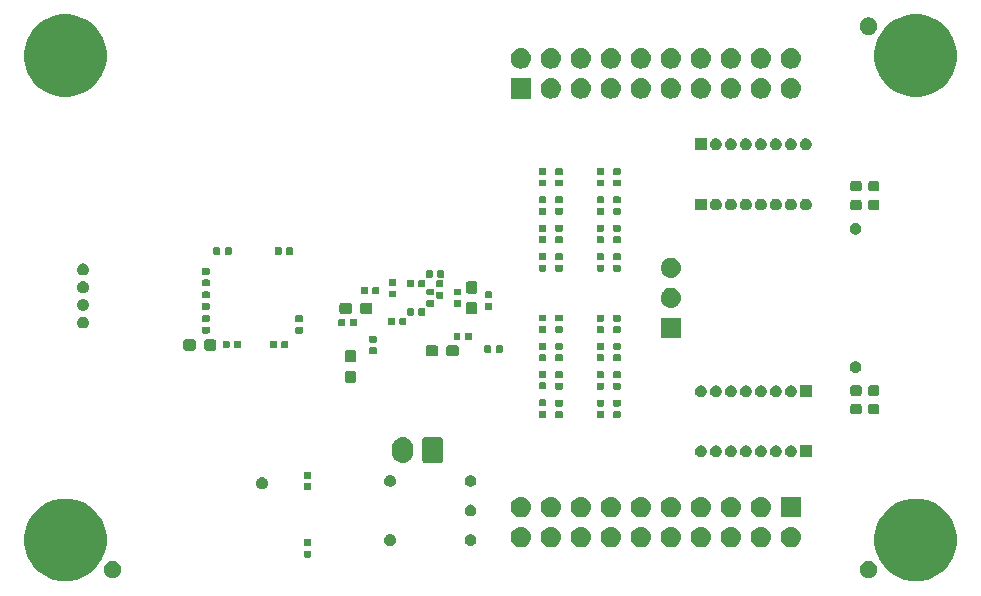
<source format=gbs>
G04 #@! TF.GenerationSoftware,KiCad,Pcbnew,5.1.0*
G04 #@! TF.CreationDate,2019-05-02T19:21:28+09:00*
G04 #@! TF.ProjectId,glasgow,676c6173-676f-4772-9e6b-696361645f70,rev?*
G04 #@! TF.SameCoordinates,Original*
G04 #@! TF.FileFunction,Soldermask,Bot*
G04 #@! TF.FilePolarity,Negative*
%FSLAX46Y46*%
G04 Gerber Fmt 4.6, Leading zero omitted, Abs format (unit mm)*
G04 Created by KiCad (PCBNEW 5.1.0) date 2019-05-02 19:21:28*
%MOMM*%
%LPD*%
G04 APERTURE LIST*
%ADD10C,0.100000*%
G04 APERTURE END LIST*
D10*
G36*
X127020910Y-112634502D02*
G01*
X127020913Y-112634503D01*
X127020912Y-112634503D01*
X127656851Y-112897917D01*
X127657874Y-112898341D01*
X128231119Y-113281371D01*
X128718629Y-113768881D01*
X128942848Y-114104448D01*
X129101660Y-114342128D01*
X129166357Y-114498320D01*
X129365498Y-114979090D01*
X129500000Y-115655278D01*
X129500000Y-116344722D01*
X129365498Y-117020910D01*
X129365497Y-117020912D01*
X129148225Y-117545455D01*
X129101659Y-117657874D01*
X128718629Y-118231119D01*
X128231119Y-118718629D01*
X127657874Y-119101659D01*
X127657873Y-119101660D01*
X127657872Y-119101660D01*
X127369327Y-119221179D01*
X127020910Y-119365498D01*
X126344722Y-119500000D01*
X125655278Y-119500000D01*
X124979090Y-119365498D01*
X124630673Y-119221179D01*
X124342128Y-119101660D01*
X124342127Y-119101660D01*
X124342126Y-119101659D01*
X123768881Y-118718629D01*
X123281371Y-118231119D01*
X122898341Y-117657874D01*
X122851776Y-117545455D01*
X122634503Y-117020912D01*
X122634502Y-117020910D01*
X122500000Y-116344722D01*
X122500000Y-115655278D01*
X122634502Y-114979090D01*
X122833643Y-114498320D01*
X122898340Y-114342128D01*
X123057153Y-114104448D01*
X123281371Y-113768881D01*
X123768881Y-113281371D01*
X124342126Y-112898341D01*
X124343150Y-112897917D01*
X124979088Y-112634503D01*
X124979087Y-112634503D01*
X124979090Y-112634502D01*
X125655278Y-112500000D01*
X126344722Y-112500000D01*
X127020910Y-112634502D01*
X127020910Y-112634502D01*
G37*
G36*
X55020910Y-112634502D02*
G01*
X55020913Y-112634503D01*
X55020912Y-112634503D01*
X55656851Y-112897917D01*
X55657874Y-112898341D01*
X56231119Y-113281371D01*
X56718629Y-113768881D01*
X56942848Y-114104448D01*
X57101660Y-114342128D01*
X57166357Y-114498320D01*
X57365498Y-114979090D01*
X57500000Y-115655278D01*
X57500000Y-116344722D01*
X57365498Y-117020910D01*
X57365497Y-117020912D01*
X57148225Y-117545455D01*
X57101659Y-117657874D01*
X56718629Y-118231119D01*
X56231119Y-118718629D01*
X55657874Y-119101659D01*
X55657873Y-119101660D01*
X55657872Y-119101660D01*
X55369327Y-119221179D01*
X55020910Y-119365498D01*
X54344722Y-119500000D01*
X53655278Y-119500000D01*
X52979090Y-119365498D01*
X52630673Y-119221179D01*
X52342128Y-119101660D01*
X52342127Y-119101660D01*
X52342126Y-119101659D01*
X51768881Y-118718629D01*
X51281371Y-118231119D01*
X50898341Y-117657874D01*
X50851776Y-117545455D01*
X50634503Y-117020912D01*
X50634502Y-117020910D01*
X50500000Y-116344722D01*
X50500000Y-115655278D01*
X50634502Y-114979090D01*
X50833643Y-114498320D01*
X50898340Y-114342128D01*
X51057153Y-114104448D01*
X51281371Y-113768881D01*
X51768881Y-113281371D01*
X52342126Y-112898341D01*
X52343150Y-112897917D01*
X52979088Y-112634503D01*
X52979087Y-112634503D01*
X52979090Y-112634502D01*
X53655278Y-112500000D01*
X54344722Y-112500000D01*
X55020910Y-112634502D01*
X55020910Y-112634502D01*
G37*
G36*
X122218763Y-117778821D02*
G01*
X122218764Y-117778821D01*
X122218767Y-117778822D01*
X122355258Y-117835359D01*
X122355259Y-117835360D01*
X122355262Y-117835361D01*
X122478097Y-117917436D01*
X122582564Y-118021903D01*
X122664639Y-118144738D01*
X122664640Y-118144741D01*
X122664641Y-118144742D01*
X122721178Y-118281233D01*
X122721179Y-118281236D01*
X122721179Y-118281237D01*
X122750000Y-118426129D01*
X122750000Y-118573871D01*
X122721179Y-118718763D01*
X122721178Y-118718767D01*
X122664641Y-118855258D01*
X122664639Y-118855262D01*
X122582564Y-118978097D01*
X122478097Y-119082564D01*
X122355262Y-119164639D01*
X122355259Y-119164640D01*
X122355258Y-119164641D01*
X122218767Y-119221178D01*
X122218764Y-119221179D01*
X122218763Y-119221179D01*
X122073871Y-119250000D01*
X121926129Y-119250000D01*
X121781237Y-119221179D01*
X121781236Y-119221179D01*
X121781233Y-119221178D01*
X121644742Y-119164641D01*
X121644741Y-119164640D01*
X121644738Y-119164639D01*
X121521903Y-119082564D01*
X121417436Y-118978097D01*
X121335361Y-118855262D01*
X121335359Y-118855258D01*
X121278822Y-118718767D01*
X121278821Y-118718763D01*
X121250000Y-118573871D01*
X121250000Y-118426129D01*
X121278821Y-118281237D01*
X121278821Y-118281236D01*
X121278822Y-118281233D01*
X121335359Y-118144742D01*
X121335360Y-118144741D01*
X121335361Y-118144738D01*
X121417436Y-118021903D01*
X121521903Y-117917436D01*
X121644738Y-117835361D01*
X121644741Y-117835360D01*
X121644742Y-117835359D01*
X121781233Y-117778822D01*
X121781236Y-117778821D01*
X121781237Y-117778821D01*
X121926129Y-117750000D01*
X122073871Y-117750000D01*
X122218763Y-117778821D01*
X122218763Y-117778821D01*
G37*
G36*
X58218763Y-117778821D02*
G01*
X58218764Y-117778821D01*
X58218767Y-117778822D01*
X58355258Y-117835359D01*
X58355259Y-117835360D01*
X58355262Y-117835361D01*
X58478097Y-117917436D01*
X58582564Y-118021903D01*
X58664639Y-118144738D01*
X58664640Y-118144741D01*
X58664641Y-118144742D01*
X58721178Y-118281233D01*
X58721179Y-118281236D01*
X58721179Y-118281237D01*
X58750000Y-118426129D01*
X58750000Y-118573871D01*
X58721179Y-118718763D01*
X58721178Y-118718767D01*
X58664641Y-118855258D01*
X58664639Y-118855262D01*
X58582564Y-118978097D01*
X58478097Y-119082564D01*
X58355262Y-119164639D01*
X58355259Y-119164640D01*
X58355258Y-119164641D01*
X58218767Y-119221178D01*
X58218764Y-119221179D01*
X58218763Y-119221179D01*
X58073871Y-119250000D01*
X57926129Y-119250000D01*
X57781237Y-119221179D01*
X57781236Y-119221179D01*
X57781233Y-119221178D01*
X57644742Y-119164641D01*
X57644741Y-119164640D01*
X57644738Y-119164639D01*
X57521903Y-119082564D01*
X57417436Y-118978097D01*
X57335361Y-118855262D01*
X57335359Y-118855258D01*
X57278822Y-118718767D01*
X57278821Y-118718763D01*
X57250000Y-118573871D01*
X57250000Y-118426129D01*
X57278821Y-118281237D01*
X57278821Y-118281236D01*
X57278822Y-118281233D01*
X57335359Y-118144742D01*
X57335360Y-118144741D01*
X57335361Y-118144738D01*
X57417436Y-118021903D01*
X57521903Y-117917436D01*
X57644738Y-117835361D01*
X57644741Y-117835360D01*
X57644742Y-117835359D01*
X57781233Y-117778822D01*
X57781236Y-117778821D01*
X57781237Y-117778821D01*
X57926129Y-117750000D01*
X58073871Y-117750000D01*
X58218763Y-117778821D01*
X58218763Y-117778821D01*
G37*
G36*
X74719345Y-116907615D02*
G01*
X74742751Y-116914715D01*
X74764326Y-116926248D01*
X74783234Y-116941766D01*
X74798752Y-116960674D01*
X74810285Y-116982249D01*
X74817385Y-117005655D01*
X74820000Y-117032206D01*
X74820000Y-117367794D01*
X74817385Y-117394345D01*
X74810285Y-117417751D01*
X74798752Y-117439326D01*
X74783234Y-117458234D01*
X74764326Y-117473752D01*
X74742751Y-117485285D01*
X74719345Y-117492385D01*
X74692794Y-117495000D01*
X74307206Y-117495000D01*
X74280655Y-117492385D01*
X74257249Y-117485285D01*
X74235674Y-117473752D01*
X74216766Y-117458234D01*
X74201248Y-117439326D01*
X74189715Y-117417751D01*
X74182615Y-117394345D01*
X74180000Y-117367794D01*
X74180000Y-117032206D01*
X74182615Y-117005655D01*
X74189715Y-116982249D01*
X74201248Y-116960674D01*
X74216766Y-116941766D01*
X74235674Y-116926248D01*
X74257249Y-116914715D01*
X74280655Y-116907615D01*
X74307206Y-116905000D01*
X74692794Y-116905000D01*
X74719345Y-116907615D01*
X74719345Y-116907615D01*
G37*
G36*
X115578149Y-114916813D02*
G01*
X115599295Y-114918896D01*
X115648676Y-114933876D01*
X115762083Y-114968277D01*
X115912112Y-115048469D01*
X116043612Y-115156388D01*
X116151531Y-115287888D01*
X116231723Y-115437917D01*
X116250555Y-115500000D01*
X116281104Y-115600705D01*
X116282549Y-115615372D01*
X116297779Y-115770000D01*
X116286617Y-115883324D01*
X116281104Y-115939295D01*
X116277628Y-115950754D01*
X116231723Y-116102083D01*
X116151531Y-116252112D01*
X116043612Y-116383612D01*
X115912112Y-116491531D01*
X115762083Y-116571723D01*
X115648676Y-116606124D01*
X115599295Y-116621104D01*
X115578149Y-116623187D01*
X115472425Y-116633600D01*
X115387575Y-116633600D01*
X115281851Y-116623187D01*
X115260705Y-116621104D01*
X115211324Y-116606124D01*
X115097917Y-116571723D01*
X114947888Y-116491531D01*
X114816388Y-116383612D01*
X114708469Y-116252112D01*
X114628277Y-116102083D01*
X114582372Y-115950754D01*
X114578896Y-115939295D01*
X114573383Y-115883324D01*
X114562221Y-115770000D01*
X114577451Y-115615372D01*
X114578896Y-115600705D01*
X114609445Y-115500000D01*
X114628277Y-115437917D01*
X114708469Y-115287888D01*
X114816388Y-115156388D01*
X114947888Y-115048469D01*
X115097917Y-114968277D01*
X115211324Y-114933876D01*
X115260705Y-114918896D01*
X115281851Y-114916813D01*
X115387575Y-114906400D01*
X115472425Y-114906400D01*
X115578149Y-114916813D01*
X115578149Y-114916813D01*
G37*
G36*
X113038149Y-114916813D02*
G01*
X113059295Y-114918896D01*
X113108676Y-114933876D01*
X113222083Y-114968277D01*
X113372112Y-115048469D01*
X113503612Y-115156388D01*
X113611531Y-115287888D01*
X113691723Y-115437917D01*
X113710555Y-115500000D01*
X113741104Y-115600705D01*
X113742549Y-115615372D01*
X113757779Y-115770000D01*
X113746617Y-115883324D01*
X113741104Y-115939295D01*
X113737628Y-115950754D01*
X113691723Y-116102083D01*
X113611531Y-116252112D01*
X113503612Y-116383612D01*
X113372112Y-116491531D01*
X113222083Y-116571723D01*
X113108676Y-116606124D01*
X113059295Y-116621104D01*
X113038149Y-116623187D01*
X112932425Y-116633600D01*
X112847575Y-116633600D01*
X112741851Y-116623187D01*
X112720705Y-116621104D01*
X112671324Y-116606124D01*
X112557917Y-116571723D01*
X112407888Y-116491531D01*
X112276388Y-116383612D01*
X112168469Y-116252112D01*
X112088277Y-116102083D01*
X112042372Y-115950754D01*
X112038896Y-115939295D01*
X112033383Y-115883324D01*
X112022221Y-115770000D01*
X112037451Y-115615372D01*
X112038896Y-115600705D01*
X112069445Y-115500000D01*
X112088277Y-115437917D01*
X112168469Y-115287888D01*
X112276388Y-115156388D01*
X112407888Y-115048469D01*
X112557917Y-114968277D01*
X112671324Y-114933876D01*
X112720705Y-114918896D01*
X112741851Y-114916813D01*
X112847575Y-114906400D01*
X112932425Y-114906400D01*
X113038149Y-114916813D01*
X113038149Y-114916813D01*
G37*
G36*
X110498149Y-114916813D02*
G01*
X110519295Y-114918896D01*
X110568676Y-114933876D01*
X110682083Y-114968277D01*
X110832112Y-115048469D01*
X110963612Y-115156388D01*
X111071531Y-115287888D01*
X111151723Y-115437917D01*
X111170555Y-115500000D01*
X111201104Y-115600705D01*
X111202549Y-115615372D01*
X111217779Y-115770000D01*
X111206617Y-115883324D01*
X111201104Y-115939295D01*
X111197628Y-115950754D01*
X111151723Y-116102083D01*
X111071531Y-116252112D01*
X110963612Y-116383612D01*
X110832112Y-116491531D01*
X110682083Y-116571723D01*
X110568676Y-116606124D01*
X110519295Y-116621104D01*
X110498149Y-116623187D01*
X110392425Y-116633600D01*
X110307575Y-116633600D01*
X110201851Y-116623187D01*
X110180705Y-116621104D01*
X110131324Y-116606124D01*
X110017917Y-116571723D01*
X109867888Y-116491531D01*
X109736388Y-116383612D01*
X109628469Y-116252112D01*
X109548277Y-116102083D01*
X109502372Y-115950754D01*
X109498896Y-115939295D01*
X109493383Y-115883324D01*
X109482221Y-115770000D01*
X109497451Y-115615372D01*
X109498896Y-115600705D01*
X109529445Y-115500000D01*
X109548277Y-115437917D01*
X109628469Y-115287888D01*
X109736388Y-115156388D01*
X109867888Y-115048469D01*
X110017917Y-114968277D01*
X110131324Y-114933876D01*
X110180705Y-114918896D01*
X110201851Y-114916813D01*
X110307575Y-114906400D01*
X110392425Y-114906400D01*
X110498149Y-114916813D01*
X110498149Y-114916813D01*
G37*
G36*
X107958149Y-114916813D02*
G01*
X107979295Y-114918896D01*
X108028676Y-114933876D01*
X108142083Y-114968277D01*
X108292112Y-115048469D01*
X108423612Y-115156388D01*
X108531531Y-115287888D01*
X108611723Y-115437917D01*
X108630555Y-115500000D01*
X108661104Y-115600705D01*
X108662549Y-115615372D01*
X108677779Y-115770000D01*
X108666617Y-115883324D01*
X108661104Y-115939295D01*
X108657628Y-115950754D01*
X108611723Y-116102083D01*
X108531531Y-116252112D01*
X108423612Y-116383612D01*
X108292112Y-116491531D01*
X108142083Y-116571723D01*
X108028676Y-116606124D01*
X107979295Y-116621104D01*
X107958149Y-116623187D01*
X107852425Y-116633600D01*
X107767575Y-116633600D01*
X107661851Y-116623187D01*
X107640705Y-116621104D01*
X107591324Y-116606124D01*
X107477917Y-116571723D01*
X107327888Y-116491531D01*
X107196388Y-116383612D01*
X107088469Y-116252112D01*
X107008277Y-116102083D01*
X106962372Y-115950754D01*
X106958896Y-115939295D01*
X106953383Y-115883324D01*
X106942221Y-115770000D01*
X106957451Y-115615372D01*
X106958896Y-115600705D01*
X106989445Y-115500000D01*
X107008277Y-115437917D01*
X107088469Y-115287888D01*
X107196388Y-115156388D01*
X107327888Y-115048469D01*
X107477917Y-114968277D01*
X107591324Y-114933876D01*
X107640705Y-114918896D01*
X107661851Y-114916813D01*
X107767575Y-114906400D01*
X107852425Y-114906400D01*
X107958149Y-114916813D01*
X107958149Y-114916813D01*
G37*
G36*
X105418149Y-114916813D02*
G01*
X105439295Y-114918896D01*
X105488676Y-114933876D01*
X105602083Y-114968277D01*
X105752112Y-115048469D01*
X105883612Y-115156388D01*
X105991531Y-115287888D01*
X106071723Y-115437917D01*
X106090555Y-115500000D01*
X106121104Y-115600705D01*
X106122549Y-115615372D01*
X106137779Y-115770000D01*
X106126617Y-115883324D01*
X106121104Y-115939295D01*
X106117628Y-115950754D01*
X106071723Y-116102083D01*
X105991531Y-116252112D01*
X105883612Y-116383612D01*
X105752112Y-116491531D01*
X105602083Y-116571723D01*
X105488676Y-116606124D01*
X105439295Y-116621104D01*
X105418149Y-116623187D01*
X105312425Y-116633600D01*
X105227575Y-116633600D01*
X105121851Y-116623187D01*
X105100705Y-116621104D01*
X105051324Y-116606124D01*
X104937917Y-116571723D01*
X104787888Y-116491531D01*
X104656388Y-116383612D01*
X104548469Y-116252112D01*
X104468277Y-116102083D01*
X104422372Y-115950754D01*
X104418896Y-115939295D01*
X104413383Y-115883324D01*
X104402221Y-115770000D01*
X104417451Y-115615372D01*
X104418896Y-115600705D01*
X104449445Y-115500000D01*
X104468277Y-115437917D01*
X104548469Y-115287888D01*
X104656388Y-115156388D01*
X104787888Y-115048469D01*
X104937917Y-114968277D01*
X105051324Y-114933876D01*
X105100705Y-114918896D01*
X105121851Y-114916813D01*
X105227575Y-114906400D01*
X105312425Y-114906400D01*
X105418149Y-114916813D01*
X105418149Y-114916813D01*
G37*
G36*
X100338149Y-114916813D02*
G01*
X100359295Y-114918896D01*
X100408676Y-114933876D01*
X100522083Y-114968277D01*
X100672112Y-115048469D01*
X100803612Y-115156388D01*
X100911531Y-115287888D01*
X100991723Y-115437917D01*
X101010555Y-115500000D01*
X101041104Y-115600705D01*
X101042549Y-115615372D01*
X101057779Y-115770000D01*
X101046617Y-115883324D01*
X101041104Y-115939295D01*
X101037628Y-115950754D01*
X100991723Y-116102083D01*
X100911531Y-116252112D01*
X100803612Y-116383612D01*
X100672112Y-116491531D01*
X100522083Y-116571723D01*
X100408676Y-116606124D01*
X100359295Y-116621104D01*
X100338149Y-116623187D01*
X100232425Y-116633600D01*
X100147575Y-116633600D01*
X100041851Y-116623187D01*
X100020705Y-116621104D01*
X99971324Y-116606124D01*
X99857917Y-116571723D01*
X99707888Y-116491531D01*
X99576388Y-116383612D01*
X99468469Y-116252112D01*
X99388277Y-116102083D01*
X99342372Y-115950754D01*
X99338896Y-115939295D01*
X99333383Y-115883324D01*
X99322221Y-115770000D01*
X99337451Y-115615372D01*
X99338896Y-115600705D01*
X99369445Y-115500000D01*
X99388277Y-115437917D01*
X99468469Y-115287888D01*
X99576388Y-115156388D01*
X99707888Y-115048469D01*
X99857917Y-114968277D01*
X99971324Y-114933876D01*
X100020705Y-114918896D01*
X100041851Y-114916813D01*
X100147575Y-114906400D01*
X100232425Y-114906400D01*
X100338149Y-114916813D01*
X100338149Y-114916813D01*
G37*
G36*
X97798149Y-114916813D02*
G01*
X97819295Y-114918896D01*
X97868676Y-114933876D01*
X97982083Y-114968277D01*
X98132112Y-115048469D01*
X98263612Y-115156388D01*
X98371531Y-115287888D01*
X98451723Y-115437917D01*
X98470555Y-115500000D01*
X98501104Y-115600705D01*
X98502549Y-115615372D01*
X98517779Y-115770000D01*
X98506617Y-115883324D01*
X98501104Y-115939295D01*
X98497628Y-115950754D01*
X98451723Y-116102083D01*
X98371531Y-116252112D01*
X98263612Y-116383612D01*
X98132112Y-116491531D01*
X97982083Y-116571723D01*
X97868676Y-116606124D01*
X97819295Y-116621104D01*
X97798149Y-116623187D01*
X97692425Y-116633600D01*
X97607575Y-116633600D01*
X97501851Y-116623187D01*
X97480705Y-116621104D01*
X97431324Y-116606124D01*
X97317917Y-116571723D01*
X97167888Y-116491531D01*
X97036388Y-116383612D01*
X96928469Y-116252112D01*
X96848277Y-116102083D01*
X96802372Y-115950754D01*
X96798896Y-115939295D01*
X96793383Y-115883324D01*
X96782221Y-115770000D01*
X96797451Y-115615372D01*
X96798896Y-115600705D01*
X96829445Y-115500000D01*
X96848277Y-115437917D01*
X96928469Y-115287888D01*
X97036388Y-115156388D01*
X97167888Y-115048469D01*
X97317917Y-114968277D01*
X97431324Y-114933876D01*
X97480705Y-114918896D01*
X97501851Y-114916813D01*
X97607575Y-114906400D01*
X97692425Y-114906400D01*
X97798149Y-114916813D01*
X97798149Y-114916813D01*
G37*
G36*
X95258149Y-114916813D02*
G01*
X95279295Y-114918896D01*
X95328676Y-114933876D01*
X95442083Y-114968277D01*
X95592112Y-115048469D01*
X95723612Y-115156388D01*
X95831531Y-115287888D01*
X95911723Y-115437917D01*
X95930555Y-115500000D01*
X95961104Y-115600705D01*
X95962549Y-115615372D01*
X95977779Y-115770000D01*
X95966617Y-115883324D01*
X95961104Y-115939295D01*
X95957628Y-115950754D01*
X95911723Y-116102083D01*
X95831531Y-116252112D01*
X95723612Y-116383612D01*
X95592112Y-116491531D01*
X95442083Y-116571723D01*
X95328676Y-116606124D01*
X95279295Y-116621104D01*
X95258149Y-116623187D01*
X95152425Y-116633600D01*
X95067575Y-116633600D01*
X94961851Y-116623187D01*
X94940705Y-116621104D01*
X94891324Y-116606124D01*
X94777917Y-116571723D01*
X94627888Y-116491531D01*
X94496388Y-116383612D01*
X94388469Y-116252112D01*
X94308277Y-116102083D01*
X94262372Y-115950754D01*
X94258896Y-115939295D01*
X94253383Y-115883324D01*
X94242221Y-115770000D01*
X94257451Y-115615372D01*
X94258896Y-115600705D01*
X94289445Y-115500000D01*
X94308277Y-115437917D01*
X94388469Y-115287888D01*
X94496388Y-115156388D01*
X94627888Y-115048469D01*
X94777917Y-114968277D01*
X94891324Y-114933876D01*
X94940705Y-114918896D01*
X94961851Y-114916813D01*
X95067575Y-114906400D01*
X95152425Y-114906400D01*
X95258149Y-114916813D01*
X95258149Y-114916813D01*
G37*
G36*
X92718149Y-114916813D02*
G01*
X92739295Y-114918896D01*
X92788676Y-114933876D01*
X92902083Y-114968277D01*
X93052112Y-115048469D01*
X93183612Y-115156388D01*
X93291531Y-115287888D01*
X93371723Y-115437917D01*
X93390555Y-115500000D01*
X93421104Y-115600705D01*
X93422549Y-115615372D01*
X93437779Y-115770000D01*
X93426617Y-115883324D01*
X93421104Y-115939295D01*
X93417628Y-115950754D01*
X93371723Y-116102083D01*
X93291531Y-116252112D01*
X93183612Y-116383612D01*
X93052112Y-116491531D01*
X92902083Y-116571723D01*
X92788676Y-116606124D01*
X92739295Y-116621104D01*
X92718149Y-116623187D01*
X92612425Y-116633600D01*
X92527575Y-116633600D01*
X92421851Y-116623187D01*
X92400705Y-116621104D01*
X92351324Y-116606124D01*
X92237917Y-116571723D01*
X92087888Y-116491531D01*
X91956388Y-116383612D01*
X91848469Y-116252112D01*
X91768277Y-116102083D01*
X91722372Y-115950754D01*
X91718896Y-115939295D01*
X91713383Y-115883324D01*
X91702221Y-115770000D01*
X91717451Y-115615372D01*
X91718896Y-115600705D01*
X91749445Y-115500000D01*
X91768277Y-115437917D01*
X91848469Y-115287888D01*
X91956388Y-115156388D01*
X92087888Y-115048469D01*
X92237917Y-114968277D01*
X92351324Y-114933876D01*
X92400705Y-114918896D01*
X92421851Y-114916813D01*
X92527575Y-114906400D01*
X92612425Y-114906400D01*
X92718149Y-114916813D01*
X92718149Y-114916813D01*
G37*
G36*
X102878149Y-114916813D02*
G01*
X102899295Y-114918896D01*
X102948676Y-114933876D01*
X103062083Y-114968277D01*
X103212112Y-115048469D01*
X103343612Y-115156388D01*
X103451531Y-115287888D01*
X103531723Y-115437917D01*
X103550555Y-115500000D01*
X103581104Y-115600705D01*
X103582549Y-115615372D01*
X103597779Y-115770000D01*
X103586617Y-115883324D01*
X103581104Y-115939295D01*
X103577628Y-115950754D01*
X103531723Y-116102083D01*
X103451531Y-116252112D01*
X103343612Y-116383612D01*
X103212112Y-116491531D01*
X103062083Y-116571723D01*
X102948676Y-116606124D01*
X102899295Y-116621104D01*
X102878149Y-116623187D01*
X102772425Y-116633600D01*
X102687575Y-116633600D01*
X102581851Y-116623187D01*
X102560705Y-116621104D01*
X102511324Y-116606124D01*
X102397917Y-116571723D01*
X102247888Y-116491531D01*
X102116388Y-116383612D01*
X102008469Y-116252112D01*
X101928277Y-116102083D01*
X101882372Y-115950754D01*
X101878896Y-115939295D01*
X101873383Y-115883324D01*
X101862221Y-115770000D01*
X101877451Y-115615372D01*
X101878896Y-115600705D01*
X101909445Y-115500000D01*
X101928277Y-115437917D01*
X102008469Y-115287888D01*
X102116388Y-115156388D01*
X102247888Y-115048469D01*
X102397917Y-114968277D01*
X102511324Y-114933876D01*
X102560705Y-114918896D01*
X102581851Y-114916813D01*
X102687575Y-114906400D01*
X102772425Y-114906400D01*
X102878149Y-114916813D01*
X102878149Y-114916813D01*
G37*
G36*
X74719345Y-115937615D02*
G01*
X74742751Y-115944715D01*
X74764326Y-115956248D01*
X74783234Y-115971766D01*
X74798752Y-115990674D01*
X74810285Y-116012249D01*
X74817385Y-116035655D01*
X74820000Y-116062206D01*
X74820000Y-116397794D01*
X74817385Y-116424345D01*
X74810285Y-116447751D01*
X74798752Y-116469326D01*
X74783234Y-116488234D01*
X74764326Y-116503752D01*
X74742751Y-116515285D01*
X74719345Y-116522385D01*
X74692794Y-116525000D01*
X74307206Y-116525000D01*
X74280655Y-116522385D01*
X74257249Y-116515285D01*
X74235674Y-116503752D01*
X74216766Y-116488234D01*
X74201248Y-116469326D01*
X74189715Y-116447751D01*
X74182615Y-116424345D01*
X74180000Y-116397794D01*
X74180000Y-116062206D01*
X74182615Y-116035655D01*
X74189715Y-116012249D01*
X74201248Y-115990674D01*
X74216766Y-115971766D01*
X74235674Y-115956248D01*
X74257249Y-115944715D01*
X74280655Y-115937615D01*
X74307206Y-115935000D01*
X74692794Y-115935000D01*
X74719345Y-115937615D01*
X74719345Y-115937615D01*
G37*
G36*
X81645842Y-115519214D02*
G01*
X81645844Y-115519215D01*
X81645845Y-115519215D01*
X81736839Y-115556906D01*
X81736841Y-115556907D01*
X81818731Y-115611624D01*
X81888376Y-115681269D01*
X81943093Y-115763159D01*
X81980786Y-115854158D01*
X82000000Y-115950752D01*
X82000000Y-116049248D01*
X81980786Y-116145842D01*
X81943093Y-116236841D01*
X81888376Y-116318731D01*
X81818731Y-116388376D01*
X81736841Y-116443093D01*
X81736840Y-116443094D01*
X81736839Y-116443094D01*
X81645845Y-116480785D01*
X81645844Y-116480785D01*
X81645842Y-116480786D01*
X81549248Y-116500000D01*
X81450752Y-116500000D01*
X81354158Y-116480786D01*
X81354156Y-116480785D01*
X81354155Y-116480785D01*
X81263161Y-116443094D01*
X81263160Y-116443094D01*
X81263159Y-116443093D01*
X81181269Y-116388376D01*
X81111624Y-116318731D01*
X81056907Y-116236841D01*
X81019214Y-116145842D01*
X81000000Y-116049248D01*
X81000000Y-115950752D01*
X81019214Y-115854158D01*
X81056907Y-115763159D01*
X81111624Y-115681269D01*
X81181269Y-115611624D01*
X81263159Y-115556907D01*
X81263161Y-115556906D01*
X81354155Y-115519215D01*
X81354156Y-115519215D01*
X81354158Y-115519214D01*
X81450752Y-115500000D01*
X81549248Y-115500000D01*
X81645842Y-115519214D01*
X81645842Y-115519214D01*
G37*
G36*
X88445842Y-115519214D02*
G01*
X88445844Y-115519215D01*
X88445845Y-115519215D01*
X88536839Y-115556906D01*
X88536841Y-115556907D01*
X88618731Y-115611624D01*
X88688376Y-115681269D01*
X88743093Y-115763159D01*
X88780786Y-115854158D01*
X88800000Y-115950752D01*
X88800000Y-116049248D01*
X88780786Y-116145842D01*
X88743093Y-116236841D01*
X88688376Y-116318731D01*
X88618731Y-116388376D01*
X88536841Y-116443093D01*
X88536840Y-116443094D01*
X88536839Y-116443094D01*
X88445845Y-116480785D01*
X88445844Y-116480785D01*
X88445842Y-116480786D01*
X88349248Y-116500000D01*
X88250752Y-116500000D01*
X88154158Y-116480786D01*
X88154156Y-116480785D01*
X88154155Y-116480785D01*
X88063161Y-116443094D01*
X88063160Y-116443094D01*
X88063159Y-116443093D01*
X87981269Y-116388376D01*
X87911624Y-116318731D01*
X87856907Y-116236841D01*
X87819214Y-116145842D01*
X87800000Y-116049248D01*
X87800000Y-115950752D01*
X87819214Y-115854158D01*
X87856907Y-115763159D01*
X87911624Y-115681269D01*
X87981269Y-115611624D01*
X88063159Y-115556907D01*
X88063161Y-115556906D01*
X88154155Y-115519215D01*
X88154156Y-115519215D01*
X88154158Y-115519214D01*
X88250752Y-115500000D01*
X88349248Y-115500000D01*
X88445842Y-115519214D01*
X88445842Y-115519214D01*
G37*
G36*
X116293600Y-114093600D02*
G01*
X114566400Y-114093600D01*
X114566400Y-112366400D01*
X116293600Y-112366400D01*
X116293600Y-114093600D01*
X116293600Y-114093600D01*
G37*
G36*
X97798149Y-112376813D02*
G01*
X97819295Y-112378896D01*
X97868676Y-112393876D01*
X97982083Y-112428277D01*
X98132112Y-112508469D01*
X98263612Y-112616388D01*
X98371531Y-112747888D01*
X98451723Y-112897917D01*
X98479769Y-112990372D01*
X98499952Y-113056906D01*
X98501104Y-113060706D01*
X98517779Y-113230000D01*
X98501104Y-113399294D01*
X98451723Y-113562083D01*
X98371531Y-113712112D01*
X98263612Y-113843612D01*
X98132112Y-113951531D01*
X97982083Y-114031723D01*
X97868676Y-114066124D01*
X97819295Y-114081104D01*
X97798149Y-114083187D01*
X97692425Y-114093600D01*
X97607575Y-114093600D01*
X97501851Y-114083187D01*
X97480705Y-114081104D01*
X97431324Y-114066124D01*
X97317917Y-114031723D01*
X97167888Y-113951531D01*
X97036388Y-113843612D01*
X96928469Y-113712112D01*
X96848277Y-113562083D01*
X96798896Y-113399294D01*
X96782221Y-113230000D01*
X96798896Y-113060706D01*
X96800049Y-113056906D01*
X96820231Y-112990372D01*
X96848277Y-112897917D01*
X96928469Y-112747888D01*
X97036388Y-112616388D01*
X97167888Y-112508469D01*
X97317917Y-112428277D01*
X97431324Y-112393876D01*
X97480705Y-112378896D01*
X97501851Y-112376813D01*
X97607575Y-112366400D01*
X97692425Y-112366400D01*
X97798149Y-112376813D01*
X97798149Y-112376813D01*
G37*
G36*
X100338149Y-112376813D02*
G01*
X100359295Y-112378896D01*
X100408676Y-112393876D01*
X100522083Y-112428277D01*
X100672112Y-112508469D01*
X100803612Y-112616388D01*
X100911531Y-112747888D01*
X100991723Y-112897917D01*
X101019769Y-112990372D01*
X101039952Y-113056906D01*
X101041104Y-113060706D01*
X101057779Y-113230000D01*
X101041104Y-113399294D01*
X100991723Y-113562083D01*
X100911531Y-113712112D01*
X100803612Y-113843612D01*
X100672112Y-113951531D01*
X100522083Y-114031723D01*
X100408676Y-114066124D01*
X100359295Y-114081104D01*
X100338149Y-114083187D01*
X100232425Y-114093600D01*
X100147575Y-114093600D01*
X100041851Y-114083187D01*
X100020705Y-114081104D01*
X99971324Y-114066124D01*
X99857917Y-114031723D01*
X99707888Y-113951531D01*
X99576388Y-113843612D01*
X99468469Y-113712112D01*
X99388277Y-113562083D01*
X99338896Y-113399294D01*
X99322221Y-113230000D01*
X99338896Y-113060706D01*
X99340049Y-113056906D01*
X99360231Y-112990372D01*
X99388277Y-112897917D01*
X99468469Y-112747888D01*
X99576388Y-112616388D01*
X99707888Y-112508469D01*
X99857917Y-112428277D01*
X99971324Y-112393876D01*
X100020705Y-112378896D01*
X100041851Y-112376813D01*
X100147575Y-112366400D01*
X100232425Y-112366400D01*
X100338149Y-112376813D01*
X100338149Y-112376813D01*
G37*
G36*
X102878149Y-112376813D02*
G01*
X102899295Y-112378896D01*
X102948676Y-112393876D01*
X103062083Y-112428277D01*
X103212112Y-112508469D01*
X103343612Y-112616388D01*
X103451531Y-112747888D01*
X103531723Y-112897917D01*
X103559769Y-112990372D01*
X103579952Y-113056906D01*
X103581104Y-113060706D01*
X103597779Y-113230000D01*
X103581104Y-113399294D01*
X103531723Y-113562083D01*
X103451531Y-113712112D01*
X103343612Y-113843612D01*
X103212112Y-113951531D01*
X103062083Y-114031723D01*
X102948676Y-114066124D01*
X102899295Y-114081104D01*
X102878149Y-114083187D01*
X102772425Y-114093600D01*
X102687575Y-114093600D01*
X102581851Y-114083187D01*
X102560705Y-114081104D01*
X102511324Y-114066124D01*
X102397917Y-114031723D01*
X102247888Y-113951531D01*
X102116388Y-113843612D01*
X102008469Y-113712112D01*
X101928277Y-113562083D01*
X101878896Y-113399294D01*
X101862221Y-113230000D01*
X101878896Y-113060706D01*
X101880049Y-113056906D01*
X101900231Y-112990372D01*
X101928277Y-112897917D01*
X102008469Y-112747888D01*
X102116388Y-112616388D01*
X102247888Y-112508469D01*
X102397917Y-112428277D01*
X102511324Y-112393876D01*
X102560705Y-112378896D01*
X102581851Y-112376813D01*
X102687575Y-112366400D01*
X102772425Y-112366400D01*
X102878149Y-112376813D01*
X102878149Y-112376813D01*
G37*
G36*
X105418149Y-112376813D02*
G01*
X105439295Y-112378896D01*
X105488676Y-112393876D01*
X105602083Y-112428277D01*
X105752112Y-112508469D01*
X105883612Y-112616388D01*
X105991531Y-112747888D01*
X106071723Y-112897917D01*
X106099769Y-112990372D01*
X106119952Y-113056906D01*
X106121104Y-113060706D01*
X106137779Y-113230000D01*
X106121104Y-113399294D01*
X106071723Y-113562083D01*
X105991531Y-113712112D01*
X105883612Y-113843612D01*
X105752112Y-113951531D01*
X105602083Y-114031723D01*
X105488676Y-114066124D01*
X105439295Y-114081104D01*
X105418149Y-114083187D01*
X105312425Y-114093600D01*
X105227575Y-114093600D01*
X105121851Y-114083187D01*
X105100705Y-114081104D01*
X105051324Y-114066124D01*
X104937917Y-114031723D01*
X104787888Y-113951531D01*
X104656388Y-113843612D01*
X104548469Y-113712112D01*
X104468277Y-113562083D01*
X104418896Y-113399294D01*
X104402221Y-113230000D01*
X104418896Y-113060706D01*
X104420049Y-113056906D01*
X104440231Y-112990372D01*
X104468277Y-112897917D01*
X104548469Y-112747888D01*
X104656388Y-112616388D01*
X104787888Y-112508469D01*
X104937917Y-112428277D01*
X105051324Y-112393876D01*
X105100705Y-112378896D01*
X105121851Y-112376813D01*
X105227575Y-112366400D01*
X105312425Y-112366400D01*
X105418149Y-112376813D01*
X105418149Y-112376813D01*
G37*
G36*
X110498149Y-112376813D02*
G01*
X110519295Y-112378896D01*
X110568676Y-112393876D01*
X110682083Y-112428277D01*
X110832112Y-112508469D01*
X110963612Y-112616388D01*
X111071531Y-112747888D01*
X111151723Y-112897917D01*
X111179769Y-112990372D01*
X111199952Y-113056906D01*
X111201104Y-113060706D01*
X111217779Y-113230000D01*
X111201104Y-113399294D01*
X111151723Y-113562083D01*
X111071531Y-113712112D01*
X110963612Y-113843612D01*
X110832112Y-113951531D01*
X110682083Y-114031723D01*
X110568676Y-114066124D01*
X110519295Y-114081104D01*
X110498149Y-114083187D01*
X110392425Y-114093600D01*
X110307575Y-114093600D01*
X110201851Y-114083187D01*
X110180705Y-114081104D01*
X110131324Y-114066124D01*
X110017917Y-114031723D01*
X109867888Y-113951531D01*
X109736388Y-113843612D01*
X109628469Y-113712112D01*
X109548277Y-113562083D01*
X109498896Y-113399294D01*
X109482221Y-113230000D01*
X109498896Y-113060706D01*
X109500049Y-113056906D01*
X109520231Y-112990372D01*
X109548277Y-112897917D01*
X109628469Y-112747888D01*
X109736388Y-112616388D01*
X109867888Y-112508469D01*
X110017917Y-112428277D01*
X110131324Y-112393876D01*
X110180705Y-112378896D01*
X110201851Y-112376813D01*
X110307575Y-112366400D01*
X110392425Y-112366400D01*
X110498149Y-112376813D01*
X110498149Y-112376813D01*
G37*
G36*
X113038149Y-112376813D02*
G01*
X113059295Y-112378896D01*
X113108676Y-112393876D01*
X113222083Y-112428277D01*
X113372112Y-112508469D01*
X113503612Y-112616388D01*
X113611531Y-112747888D01*
X113691723Y-112897917D01*
X113719769Y-112990372D01*
X113739952Y-113056906D01*
X113741104Y-113060706D01*
X113757779Y-113230000D01*
X113741104Y-113399294D01*
X113691723Y-113562083D01*
X113611531Y-113712112D01*
X113503612Y-113843612D01*
X113372112Y-113951531D01*
X113222083Y-114031723D01*
X113108676Y-114066124D01*
X113059295Y-114081104D01*
X113038149Y-114083187D01*
X112932425Y-114093600D01*
X112847575Y-114093600D01*
X112741851Y-114083187D01*
X112720705Y-114081104D01*
X112671324Y-114066124D01*
X112557917Y-114031723D01*
X112407888Y-113951531D01*
X112276388Y-113843612D01*
X112168469Y-113712112D01*
X112088277Y-113562083D01*
X112038896Y-113399294D01*
X112022221Y-113230000D01*
X112038896Y-113060706D01*
X112040049Y-113056906D01*
X112060231Y-112990372D01*
X112088277Y-112897917D01*
X112168469Y-112747888D01*
X112276388Y-112616388D01*
X112407888Y-112508469D01*
X112557917Y-112428277D01*
X112671324Y-112393876D01*
X112720705Y-112378896D01*
X112741851Y-112376813D01*
X112847575Y-112366400D01*
X112932425Y-112366400D01*
X113038149Y-112376813D01*
X113038149Y-112376813D01*
G37*
G36*
X92718149Y-112376813D02*
G01*
X92739295Y-112378896D01*
X92788676Y-112393876D01*
X92902083Y-112428277D01*
X93052112Y-112508469D01*
X93183612Y-112616388D01*
X93291531Y-112747888D01*
X93371723Y-112897917D01*
X93399769Y-112990372D01*
X93419952Y-113056906D01*
X93421104Y-113060706D01*
X93437779Y-113230000D01*
X93421104Y-113399294D01*
X93371723Y-113562083D01*
X93291531Y-113712112D01*
X93183612Y-113843612D01*
X93052112Y-113951531D01*
X92902083Y-114031723D01*
X92788676Y-114066124D01*
X92739295Y-114081104D01*
X92718149Y-114083187D01*
X92612425Y-114093600D01*
X92527575Y-114093600D01*
X92421851Y-114083187D01*
X92400705Y-114081104D01*
X92351324Y-114066124D01*
X92237917Y-114031723D01*
X92087888Y-113951531D01*
X91956388Y-113843612D01*
X91848469Y-113712112D01*
X91768277Y-113562083D01*
X91718896Y-113399294D01*
X91702221Y-113230000D01*
X91718896Y-113060706D01*
X91720049Y-113056906D01*
X91740231Y-112990372D01*
X91768277Y-112897917D01*
X91848469Y-112747888D01*
X91956388Y-112616388D01*
X92087888Y-112508469D01*
X92237917Y-112428277D01*
X92351324Y-112393876D01*
X92400705Y-112378896D01*
X92421851Y-112376813D01*
X92527575Y-112366400D01*
X92612425Y-112366400D01*
X92718149Y-112376813D01*
X92718149Y-112376813D01*
G37*
G36*
X107958149Y-112376813D02*
G01*
X107979295Y-112378896D01*
X108028676Y-112393876D01*
X108142083Y-112428277D01*
X108292112Y-112508469D01*
X108423612Y-112616388D01*
X108531531Y-112747888D01*
X108611723Y-112897917D01*
X108639769Y-112990372D01*
X108659952Y-113056906D01*
X108661104Y-113060706D01*
X108677779Y-113230000D01*
X108661104Y-113399294D01*
X108611723Y-113562083D01*
X108531531Y-113712112D01*
X108423612Y-113843612D01*
X108292112Y-113951531D01*
X108142083Y-114031723D01*
X108028676Y-114066124D01*
X107979295Y-114081104D01*
X107958149Y-114083187D01*
X107852425Y-114093600D01*
X107767575Y-114093600D01*
X107661851Y-114083187D01*
X107640705Y-114081104D01*
X107591324Y-114066124D01*
X107477917Y-114031723D01*
X107327888Y-113951531D01*
X107196388Y-113843612D01*
X107088469Y-113712112D01*
X107008277Y-113562083D01*
X106958896Y-113399294D01*
X106942221Y-113230000D01*
X106958896Y-113060706D01*
X106960049Y-113056906D01*
X106980231Y-112990372D01*
X107008277Y-112897917D01*
X107088469Y-112747888D01*
X107196388Y-112616388D01*
X107327888Y-112508469D01*
X107477917Y-112428277D01*
X107591324Y-112393876D01*
X107640705Y-112378896D01*
X107661851Y-112376813D01*
X107767575Y-112366400D01*
X107852425Y-112366400D01*
X107958149Y-112376813D01*
X107958149Y-112376813D01*
G37*
G36*
X95258149Y-112376813D02*
G01*
X95279295Y-112378896D01*
X95328676Y-112393876D01*
X95442083Y-112428277D01*
X95592112Y-112508469D01*
X95723612Y-112616388D01*
X95831531Y-112747888D01*
X95911723Y-112897917D01*
X95939769Y-112990372D01*
X95959952Y-113056906D01*
X95961104Y-113060706D01*
X95977779Y-113230000D01*
X95961104Y-113399294D01*
X95911723Y-113562083D01*
X95831531Y-113712112D01*
X95723612Y-113843612D01*
X95592112Y-113951531D01*
X95442083Y-114031723D01*
X95328676Y-114066124D01*
X95279295Y-114081104D01*
X95258149Y-114083187D01*
X95152425Y-114093600D01*
X95067575Y-114093600D01*
X94961851Y-114083187D01*
X94940705Y-114081104D01*
X94891324Y-114066124D01*
X94777917Y-114031723D01*
X94627888Y-113951531D01*
X94496388Y-113843612D01*
X94388469Y-113712112D01*
X94308277Y-113562083D01*
X94258896Y-113399294D01*
X94242221Y-113230000D01*
X94258896Y-113060706D01*
X94260049Y-113056906D01*
X94280231Y-112990372D01*
X94308277Y-112897917D01*
X94388469Y-112747888D01*
X94496388Y-112616388D01*
X94627888Y-112508469D01*
X94777917Y-112428277D01*
X94891324Y-112393876D01*
X94940705Y-112378896D01*
X94961851Y-112376813D01*
X95067575Y-112366400D01*
X95152425Y-112366400D01*
X95258149Y-112376813D01*
X95258149Y-112376813D01*
G37*
G36*
X88445842Y-113019214D02*
G01*
X88445844Y-113019215D01*
X88445845Y-113019215D01*
X88536839Y-113056906D01*
X88536841Y-113056907D01*
X88618731Y-113111624D01*
X88688376Y-113181269D01*
X88743093Y-113263159D01*
X88780786Y-113354158D01*
X88800000Y-113450752D01*
X88800000Y-113549248D01*
X88780786Y-113645842D01*
X88743093Y-113736841D01*
X88688376Y-113818731D01*
X88618731Y-113888376D01*
X88536841Y-113943093D01*
X88536840Y-113943094D01*
X88536839Y-113943094D01*
X88445845Y-113980785D01*
X88445844Y-113980785D01*
X88445842Y-113980786D01*
X88349248Y-114000000D01*
X88250752Y-114000000D01*
X88154158Y-113980786D01*
X88154156Y-113980785D01*
X88154155Y-113980785D01*
X88063161Y-113943094D01*
X88063160Y-113943094D01*
X88063159Y-113943093D01*
X87981269Y-113888376D01*
X87911624Y-113818731D01*
X87856907Y-113736841D01*
X87819214Y-113645842D01*
X87800000Y-113549248D01*
X87800000Y-113450752D01*
X87819214Y-113354158D01*
X87856907Y-113263159D01*
X87911624Y-113181269D01*
X87981269Y-113111624D01*
X88063159Y-113056907D01*
X88063161Y-113056906D01*
X88154155Y-113019215D01*
X88154156Y-113019215D01*
X88154158Y-113019214D01*
X88250752Y-113000000D01*
X88349248Y-113000000D01*
X88445842Y-113019214D01*
X88445842Y-113019214D01*
G37*
G36*
X74719345Y-111207615D02*
G01*
X74742751Y-111214715D01*
X74764326Y-111226248D01*
X74783234Y-111241766D01*
X74798752Y-111260674D01*
X74810285Y-111282249D01*
X74817385Y-111305655D01*
X74820000Y-111332206D01*
X74820000Y-111667794D01*
X74817385Y-111694345D01*
X74810285Y-111717751D01*
X74798752Y-111739326D01*
X74783234Y-111758234D01*
X74764326Y-111773752D01*
X74742751Y-111785285D01*
X74719345Y-111792385D01*
X74692794Y-111795000D01*
X74307206Y-111795000D01*
X74280655Y-111792385D01*
X74257249Y-111785285D01*
X74235674Y-111773752D01*
X74216766Y-111758234D01*
X74201248Y-111739326D01*
X74189715Y-111717751D01*
X74182615Y-111694345D01*
X74180000Y-111667794D01*
X74180000Y-111332206D01*
X74182615Y-111305655D01*
X74189715Y-111282249D01*
X74201248Y-111260674D01*
X74216766Y-111241766D01*
X74235674Y-111226248D01*
X74257249Y-111214715D01*
X74280655Y-111207615D01*
X74307206Y-111205000D01*
X74692794Y-111205000D01*
X74719345Y-111207615D01*
X74719345Y-111207615D01*
G37*
G36*
X70795842Y-110719214D02*
G01*
X70795844Y-110719215D01*
X70795845Y-110719215D01*
X70886839Y-110756906D01*
X70886841Y-110756907D01*
X70968731Y-110811624D01*
X71038376Y-110881269D01*
X71084804Y-110950754D01*
X71093094Y-110963161D01*
X71128752Y-111049246D01*
X71130786Y-111054158D01*
X71150000Y-111150752D01*
X71150000Y-111249248D01*
X71130786Y-111345842D01*
X71093093Y-111436841D01*
X71038376Y-111518731D01*
X70968731Y-111588376D01*
X70886841Y-111643093D01*
X70886840Y-111643094D01*
X70886839Y-111643094D01*
X70795845Y-111680785D01*
X70795844Y-111680785D01*
X70795842Y-111680786D01*
X70699248Y-111700000D01*
X70600752Y-111700000D01*
X70504158Y-111680786D01*
X70504156Y-111680785D01*
X70504155Y-111680785D01*
X70413161Y-111643094D01*
X70413160Y-111643094D01*
X70413159Y-111643093D01*
X70331269Y-111588376D01*
X70261624Y-111518731D01*
X70206907Y-111436841D01*
X70169214Y-111345842D01*
X70150000Y-111249248D01*
X70150000Y-111150752D01*
X70169214Y-111054158D01*
X70171249Y-111049246D01*
X70206906Y-110963161D01*
X70215196Y-110950754D01*
X70261624Y-110881269D01*
X70331269Y-110811624D01*
X70413159Y-110756907D01*
X70413161Y-110756906D01*
X70504155Y-110719215D01*
X70504156Y-110719215D01*
X70504158Y-110719214D01*
X70600752Y-110700000D01*
X70699248Y-110700000D01*
X70795842Y-110719214D01*
X70795842Y-110719214D01*
G37*
G36*
X88445842Y-110519214D02*
G01*
X88445844Y-110519215D01*
X88445845Y-110519215D01*
X88536839Y-110556906D01*
X88536841Y-110556907D01*
X88618731Y-110611624D01*
X88688376Y-110681269D01*
X88743093Y-110763159D01*
X88743094Y-110763161D01*
X88768709Y-110825000D01*
X88780786Y-110854158D01*
X88800000Y-110950752D01*
X88800000Y-111049246D01*
X88780785Y-111145845D01*
X88743094Y-111236839D01*
X88743093Y-111236841D01*
X88688376Y-111318731D01*
X88618731Y-111388376D01*
X88536841Y-111443093D01*
X88536840Y-111443094D01*
X88536839Y-111443094D01*
X88445845Y-111480785D01*
X88445844Y-111480785D01*
X88445842Y-111480786D01*
X88349248Y-111500000D01*
X88250752Y-111500000D01*
X88154158Y-111480786D01*
X88154156Y-111480785D01*
X88154155Y-111480785D01*
X88063161Y-111443094D01*
X88063160Y-111443094D01*
X88063159Y-111443093D01*
X87981269Y-111388376D01*
X87911624Y-111318731D01*
X87856907Y-111236841D01*
X87856906Y-111236839D01*
X87819215Y-111145845D01*
X87800000Y-111049246D01*
X87800000Y-110950752D01*
X87819214Y-110854158D01*
X87831292Y-110825000D01*
X87856906Y-110763161D01*
X87856907Y-110763159D01*
X87911624Y-110681269D01*
X87981269Y-110611624D01*
X88063159Y-110556907D01*
X88063161Y-110556906D01*
X88154155Y-110519215D01*
X88154156Y-110519215D01*
X88154158Y-110519214D01*
X88250752Y-110500000D01*
X88349248Y-110500000D01*
X88445842Y-110519214D01*
X88445842Y-110519214D01*
G37*
G36*
X81645842Y-110519214D02*
G01*
X81645844Y-110519215D01*
X81645845Y-110519215D01*
X81736839Y-110556906D01*
X81736841Y-110556907D01*
X81818731Y-110611624D01*
X81888376Y-110681269D01*
X81943093Y-110763159D01*
X81943094Y-110763161D01*
X81968709Y-110825000D01*
X81980786Y-110854158D01*
X82000000Y-110950752D01*
X82000000Y-111049246D01*
X81980785Y-111145845D01*
X81943094Y-111236839D01*
X81943093Y-111236841D01*
X81888376Y-111318731D01*
X81818731Y-111388376D01*
X81736841Y-111443093D01*
X81736840Y-111443094D01*
X81736839Y-111443094D01*
X81645845Y-111480785D01*
X81645844Y-111480785D01*
X81645842Y-111480786D01*
X81549248Y-111500000D01*
X81450752Y-111500000D01*
X81354158Y-111480786D01*
X81354156Y-111480785D01*
X81354155Y-111480785D01*
X81263161Y-111443094D01*
X81263160Y-111443094D01*
X81263159Y-111443093D01*
X81181269Y-111388376D01*
X81111624Y-111318731D01*
X81056907Y-111236841D01*
X81056906Y-111236839D01*
X81019215Y-111145845D01*
X81000000Y-111049246D01*
X81000000Y-110950752D01*
X81019214Y-110854158D01*
X81031292Y-110825000D01*
X81056906Y-110763161D01*
X81056907Y-110763159D01*
X81111624Y-110681269D01*
X81181269Y-110611624D01*
X81263159Y-110556907D01*
X81263161Y-110556906D01*
X81354155Y-110519215D01*
X81354156Y-110519215D01*
X81354158Y-110519214D01*
X81450752Y-110500000D01*
X81549248Y-110500000D01*
X81645842Y-110519214D01*
X81645842Y-110519214D01*
G37*
G36*
X74719345Y-110237615D02*
G01*
X74742751Y-110244715D01*
X74764326Y-110256248D01*
X74783234Y-110271766D01*
X74798752Y-110290674D01*
X74810285Y-110312249D01*
X74817385Y-110335655D01*
X74820000Y-110362206D01*
X74820000Y-110697794D01*
X74817385Y-110724345D01*
X74810285Y-110747751D01*
X74798752Y-110769326D01*
X74783234Y-110788234D01*
X74764326Y-110803752D01*
X74742751Y-110815285D01*
X74719345Y-110822385D01*
X74692794Y-110825000D01*
X74307206Y-110825000D01*
X74280655Y-110822385D01*
X74257249Y-110815285D01*
X74235674Y-110803752D01*
X74216766Y-110788234D01*
X74201248Y-110769326D01*
X74189715Y-110747751D01*
X74182615Y-110724345D01*
X74180000Y-110697794D01*
X74180000Y-110362206D01*
X74182615Y-110335655D01*
X74189715Y-110312249D01*
X74201248Y-110290674D01*
X74216766Y-110271766D01*
X74235674Y-110256248D01*
X74257249Y-110244715D01*
X74280655Y-110237615D01*
X74307206Y-110235000D01*
X74692794Y-110235000D01*
X74719345Y-110237615D01*
X74719345Y-110237615D01*
G37*
G36*
X82730551Y-107312589D02*
G01*
X82894542Y-107362334D01*
X83045685Y-107443121D01*
X83178159Y-107551841D01*
X83286879Y-107684315D01*
X83367666Y-107835458D01*
X83417411Y-107999449D01*
X83430000Y-108127262D01*
X83430000Y-108672739D01*
X83417411Y-108800551D01*
X83367666Y-108964542D01*
X83286879Y-109115685D01*
X83178159Y-109248159D01*
X83045684Y-109356878D01*
X82894541Y-109437666D01*
X82730550Y-109487411D01*
X82560000Y-109504210D01*
X82389449Y-109487411D01*
X82225458Y-109437666D01*
X82074315Y-109356879D01*
X81941841Y-109248159D01*
X81833122Y-109115684D01*
X81752334Y-108964541D01*
X81702589Y-108800550D01*
X81690000Y-108672738D01*
X81690000Y-108127261D01*
X81702589Y-107999449D01*
X81752334Y-107835460D01*
X81752335Y-107835458D01*
X81752336Y-107835455D01*
X81833122Y-107684316D01*
X81941842Y-107551841D01*
X81980471Y-107520139D01*
X82074316Y-107443121D01*
X82225459Y-107362334D01*
X82389450Y-107312589D01*
X82560000Y-107295790D01*
X82730551Y-107312589D01*
X82730551Y-107312589D01*
G37*
G36*
X85794544Y-107304401D02*
G01*
X85835383Y-107316789D01*
X85873025Y-107336910D01*
X85906016Y-107363984D01*
X85933090Y-107396975D01*
X85953211Y-107434617D01*
X85965599Y-107475456D01*
X85970000Y-107520139D01*
X85970000Y-109279861D01*
X85965599Y-109324544D01*
X85953211Y-109365383D01*
X85933090Y-109403025D01*
X85906016Y-109436016D01*
X85873025Y-109463090D01*
X85835383Y-109483211D01*
X85794544Y-109495599D01*
X85749861Y-109500000D01*
X84450139Y-109500000D01*
X84405456Y-109495599D01*
X84364617Y-109483211D01*
X84326975Y-109463090D01*
X84293984Y-109436016D01*
X84266910Y-109403025D01*
X84246789Y-109365383D01*
X84234401Y-109324544D01*
X84230000Y-109279861D01*
X84230000Y-107520139D01*
X84234401Y-107475456D01*
X84246789Y-107434617D01*
X84266910Y-107396975D01*
X84293984Y-107363984D01*
X84326975Y-107336910D01*
X84364617Y-107316789D01*
X84405456Y-107304401D01*
X84450139Y-107300000D01*
X85749861Y-107300000D01*
X85794544Y-107304401D01*
X85794544Y-107304401D01*
G37*
G36*
X114258018Y-108007235D02*
G01*
X114352264Y-108035823D01*
X114439129Y-108082253D01*
X114515264Y-108144736D01*
X114577747Y-108220871D01*
X114624177Y-108307736D01*
X114652765Y-108401982D01*
X114662420Y-108500000D01*
X114652765Y-108598018D01*
X114624177Y-108692264D01*
X114577747Y-108779129D01*
X114515264Y-108855264D01*
X114439129Y-108917747D01*
X114352264Y-108964177D01*
X114258018Y-108992765D01*
X114184565Y-109000000D01*
X114135435Y-109000000D01*
X114061982Y-108992765D01*
X113967736Y-108964177D01*
X113880871Y-108917747D01*
X113804736Y-108855264D01*
X113742253Y-108779129D01*
X113695823Y-108692264D01*
X113667235Y-108598018D01*
X113657580Y-108500000D01*
X113667235Y-108401982D01*
X113695823Y-108307736D01*
X113742253Y-108220871D01*
X113804736Y-108144736D01*
X113880871Y-108082253D01*
X113967736Y-108035823D01*
X114061982Y-108007235D01*
X114135435Y-108000000D01*
X114184565Y-108000000D01*
X114258018Y-108007235D01*
X114258018Y-108007235D01*
G37*
G36*
X112988018Y-108007235D02*
G01*
X113082264Y-108035823D01*
X113169129Y-108082253D01*
X113245264Y-108144736D01*
X113307747Y-108220871D01*
X113354177Y-108307736D01*
X113382765Y-108401982D01*
X113392420Y-108500000D01*
X113382765Y-108598018D01*
X113354177Y-108692264D01*
X113307747Y-108779129D01*
X113245264Y-108855264D01*
X113169129Y-108917747D01*
X113082264Y-108964177D01*
X112988018Y-108992765D01*
X112914565Y-109000000D01*
X112865435Y-109000000D01*
X112791982Y-108992765D01*
X112697736Y-108964177D01*
X112610871Y-108917747D01*
X112534736Y-108855264D01*
X112472253Y-108779129D01*
X112425823Y-108692264D01*
X112397235Y-108598018D01*
X112387580Y-108500000D01*
X112397235Y-108401982D01*
X112425823Y-108307736D01*
X112472253Y-108220871D01*
X112534736Y-108144736D01*
X112610871Y-108082253D01*
X112697736Y-108035823D01*
X112791982Y-108007235D01*
X112865435Y-108000000D01*
X112914565Y-108000000D01*
X112988018Y-108007235D01*
X112988018Y-108007235D01*
G37*
G36*
X115528018Y-108007235D02*
G01*
X115622264Y-108035823D01*
X115709129Y-108082253D01*
X115785264Y-108144736D01*
X115847747Y-108220871D01*
X115894177Y-108307736D01*
X115922765Y-108401982D01*
X115932420Y-108500000D01*
X115922765Y-108598018D01*
X115894177Y-108692264D01*
X115847747Y-108779129D01*
X115785264Y-108855264D01*
X115709129Y-108917747D01*
X115622264Y-108964177D01*
X115528018Y-108992765D01*
X115454565Y-109000000D01*
X115405435Y-109000000D01*
X115331982Y-108992765D01*
X115237736Y-108964177D01*
X115150871Y-108917747D01*
X115074736Y-108855264D01*
X115012253Y-108779129D01*
X114965823Y-108692264D01*
X114937235Y-108598018D01*
X114927580Y-108500000D01*
X114937235Y-108401982D01*
X114965823Y-108307736D01*
X115012253Y-108220871D01*
X115074736Y-108144736D01*
X115150871Y-108082253D01*
X115237736Y-108035823D01*
X115331982Y-108007235D01*
X115405435Y-108000000D01*
X115454565Y-108000000D01*
X115528018Y-108007235D01*
X115528018Y-108007235D01*
G37*
G36*
X111718018Y-108007235D02*
G01*
X111812264Y-108035823D01*
X111899129Y-108082253D01*
X111975264Y-108144736D01*
X112037747Y-108220871D01*
X112084177Y-108307736D01*
X112112765Y-108401982D01*
X112122420Y-108500000D01*
X112112765Y-108598018D01*
X112084177Y-108692264D01*
X112037747Y-108779129D01*
X111975264Y-108855264D01*
X111899129Y-108917747D01*
X111812264Y-108964177D01*
X111718018Y-108992765D01*
X111644565Y-109000000D01*
X111595435Y-109000000D01*
X111521982Y-108992765D01*
X111427736Y-108964177D01*
X111340871Y-108917747D01*
X111264736Y-108855264D01*
X111202253Y-108779129D01*
X111155823Y-108692264D01*
X111127235Y-108598018D01*
X111117580Y-108500000D01*
X111127235Y-108401982D01*
X111155823Y-108307736D01*
X111202253Y-108220871D01*
X111264736Y-108144736D01*
X111340871Y-108082253D01*
X111427736Y-108035823D01*
X111521982Y-108007235D01*
X111595435Y-108000000D01*
X111644565Y-108000000D01*
X111718018Y-108007235D01*
X111718018Y-108007235D01*
G37*
G36*
X117200000Y-109000000D02*
G01*
X116200000Y-109000000D01*
X116200000Y-108000000D01*
X117200000Y-108000000D01*
X117200000Y-109000000D01*
X117200000Y-109000000D01*
G37*
G36*
X110448018Y-108007235D02*
G01*
X110542264Y-108035823D01*
X110629129Y-108082253D01*
X110705264Y-108144736D01*
X110767747Y-108220871D01*
X110814177Y-108307736D01*
X110842765Y-108401982D01*
X110852420Y-108500000D01*
X110842765Y-108598018D01*
X110814177Y-108692264D01*
X110767747Y-108779129D01*
X110705264Y-108855264D01*
X110629129Y-108917747D01*
X110542264Y-108964177D01*
X110448018Y-108992765D01*
X110374565Y-109000000D01*
X110325435Y-109000000D01*
X110251982Y-108992765D01*
X110157736Y-108964177D01*
X110070871Y-108917747D01*
X109994736Y-108855264D01*
X109932253Y-108779129D01*
X109885823Y-108692264D01*
X109857235Y-108598018D01*
X109847580Y-108500000D01*
X109857235Y-108401982D01*
X109885823Y-108307736D01*
X109932253Y-108220871D01*
X109994736Y-108144736D01*
X110070871Y-108082253D01*
X110157736Y-108035823D01*
X110251982Y-108007235D01*
X110325435Y-108000000D01*
X110374565Y-108000000D01*
X110448018Y-108007235D01*
X110448018Y-108007235D01*
G37*
G36*
X109178018Y-108007235D02*
G01*
X109272264Y-108035823D01*
X109359129Y-108082253D01*
X109435264Y-108144736D01*
X109497747Y-108220871D01*
X109544177Y-108307736D01*
X109572765Y-108401982D01*
X109582420Y-108500000D01*
X109572765Y-108598018D01*
X109544177Y-108692264D01*
X109497747Y-108779129D01*
X109435264Y-108855264D01*
X109359129Y-108917747D01*
X109272264Y-108964177D01*
X109178018Y-108992765D01*
X109104565Y-109000000D01*
X109055435Y-109000000D01*
X108981982Y-108992765D01*
X108887736Y-108964177D01*
X108800871Y-108917747D01*
X108724736Y-108855264D01*
X108662253Y-108779129D01*
X108615823Y-108692264D01*
X108587235Y-108598018D01*
X108577580Y-108500000D01*
X108587235Y-108401982D01*
X108615823Y-108307736D01*
X108662253Y-108220871D01*
X108724736Y-108144736D01*
X108800871Y-108082253D01*
X108887736Y-108035823D01*
X108981982Y-108007235D01*
X109055435Y-108000000D01*
X109104565Y-108000000D01*
X109178018Y-108007235D01*
X109178018Y-108007235D01*
G37*
G36*
X107908018Y-108007235D02*
G01*
X108002264Y-108035823D01*
X108089129Y-108082253D01*
X108165264Y-108144736D01*
X108227747Y-108220871D01*
X108274177Y-108307736D01*
X108302765Y-108401982D01*
X108312420Y-108500000D01*
X108302765Y-108598018D01*
X108274177Y-108692264D01*
X108227747Y-108779129D01*
X108165264Y-108855264D01*
X108089129Y-108917747D01*
X108002264Y-108964177D01*
X107908018Y-108992765D01*
X107834565Y-109000000D01*
X107785435Y-109000000D01*
X107711982Y-108992765D01*
X107617736Y-108964177D01*
X107530871Y-108917747D01*
X107454736Y-108855264D01*
X107392253Y-108779129D01*
X107345823Y-108692264D01*
X107317235Y-108598018D01*
X107307580Y-108500000D01*
X107317235Y-108401982D01*
X107345823Y-108307736D01*
X107392253Y-108220871D01*
X107454736Y-108144736D01*
X107530871Y-108082253D01*
X107617736Y-108035823D01*
X107711982Y-108007235D01*
X107785435Y-108000000D01*
X107834565Y-108000000D01*
X107908018Y-108007235D01*
X107908018Y-108007235D01*
G37*
G36*
X99519345Y-105092615D02*
G01*
X99542751Y-105099715D01*
X99564326Y-105111248D01*
X99583234Y-105126766D01*
X99598752Y-105145674D01*
X99610285Y-105167249D01*
X99617385Y-105190655D01*
X99620000Y-105217206D01*
X99620000Y-105552794D01*
X99617385Y-105579345D01*
X99610285Y-105602751D01*
X99598752Y-105624326D01*
X99583234Y-105643234D01*
X99564326Y-105658752D01*
X99542751Y-105670285D01*
X99519345Y-105677385D01*
X99492794Y-105680000D01*
X99107206Y-105680000D01*
X99080655Y-105677385D01*
X99057249Y-105670285D01*
X99035674Y-105658752D01*
X99016766Y-105643234D01*
X99001248Y-105624326D01*
X98989715Y-105602751D01*
X98982615Y-105579345D01*
X98980000Y-105552794D01*
X98980000Y-105217206D01*
X98982615Y-105190655D01*
X98989715Y-105167249D01*
X99001248Y-105145674D01*
X99016766Y-105126766D01*
X99035674Y-105111248D01*
X99057249Y-105099715D01*
X99080655Y-105092615D01*
X99107206Y-105090000D01*
X99492794Y-105090000D01*
X99519345Y-105092615D01*
X99519345Y-105092615D01*
G37*
G36*
X100919345Y-105092615D02*
G01*
X100942751Y-105099715D01*
X100964326Y-105111248D01*
X100983234Y-105126766D01*
X100998752Y-105145674D01*
X101010285Y-105167249D01*
X101017385Y-105190655D01*
X101020000Y-105217206D01*
X101020000Y-105552794D01*
X101017385Y-105579345D01*
X101010285Y-105602751D01*
X100998752Y-105624326D01*
X100983234Y-105643234D01*
X100964326Y-105658752D01*
X100942751Y-105670285D01*
X100919345Y-105677385D01*
X100892794Y-105680000D01*
X100507206Y-105680000D01*
X100480655Y-105677385D01*
X100457249Y-105670285D01*
X100435674Y-105658752D01*
X100416766Y-105643234D01*
X100401248Y-105624326D01*
X100389715Y-105602751D01*
X100382615Y-105579345D01*
X100380000Y-105552794D01*
X100380000Y-105217206D01*
X100382615Y-105190655D01*
X100389715Y-105167249D01*
X100401248Y-105145674D01*
X100416766Y-105126766D01*
X100435674Y-105111248D01*
X100457249Y-105099715D01*
X100480655Y-105092615D01*
X100507206Y-105090000D01*
X100892794Y-105090000D01*
X100919345Y-105092615D01*
X100919345Y-105092615D01*
G37*
G36*
X96019345Y-105092615D02*
G01*
X96042751Y-105099715D01*
X96064326Y-105111248D01*
X96083234Y-105126766D01*
X96098752Y-105145674D01*
X96110285Y-105167249D01*
X96117385Y-105190655D01*
X96120000Y-105217206D01*
X96120000Y-105552794D01*
X96117385Y-105579345D01*
X96110285Y-105602751D01*
X96098752Y-105624326D01*
X96083234Y-105643234D01*
X96064326Y-105658752D01*
X96042751Y-105670285D01*
X96019345Y-105677385D01*
X95992794Y-105680000D01*
X95607206Y-105680000D01*
X95580655Y-105677385D01*
X95557249Y-105670285D01*
X95535674Y-105658752D01*
X95516766Y-105643234D01*
X95501248Y-105624326D01*
X95489715Y-105602751D01*
X95482615Y-105579345D01*
X95480000Y-105552794D01*
X95480000Y-105217206D01*
X95482615Y-105190655D01*
X95489715Y-105167249D01*
X95501248Y-105145674D01*
X95516766Y-105126766D01*
X95535674Y-105111248D01*
X95557249Y-105099715D01*
X95580655Y-105092615D01*
X95607206Y-105090000D01*
X95992794Y-105090000D01*
X96019345Y-105092615D01*
X96019345Y-105092615D01*
G37*
G36*
X94619345Y-105077615D02*
G01*
X94642751Y-105084715D01*
X94664326Y-105096248D01*
X94683234Y-105111766D01*
X94698752Y-105130674D01*
X94710285Y-105152249D01*
X94717385Y-105175655D01*
X94720000Y-105202206D01*
X94720000Y-105537794D01*
X94717385Y-105564345D01*
X94710285Y-105587751D01*
X94698752Y-105609326D01*
X94683236Y-105628233D01*
X94664326Y-105643752D01*
X94642751Y-105655285D01*
X94619345Y-105662385D01*
X94592794Y-105665000D01*
X94207206Y-105665000D01*
X94180655Y-105662385D01*
X94157249Y-105655285D01*
X94135674Y-105643752D01*
X94116764Y-105628233D01*
X94101248Y-105609326D01*
X94089715Y-105587751D01*
X94082615Y-105564345D01*
X94080000Y-105537794D01*
X94080000Y-105202206D01*
X94082615Y-105175655D01*
X94089715Y-105152249D01*
X94101248Y-105130674D01*
X94116766Y-105111766D01*
X94135674Y-105096248D01*
X94157249Y-105084715D01*
X94180655Y-105077615D01*
X94207206Y-105075000D01*
X94592794Y-105075000D01*
X94619345Y-105077615D01*
X94619345Y-105077615D01*
G37*
G36*
X122766990Y-104503984D02*
G01*
X122803770Y-104515141D01*
X122837660Y-104533256D01*
X122867366Y-104557634D01*
X122891744Y-104587340D01*
X122909859Y-104621230D01*
X122921016Y-104658010D01*
X122925000Y-104698458D01*
X122925000Y-105176542D01*
X122921016Y-105216990D01*
X122909859Y-105253770D01*
X122891744Y-105287660D01*
X122867366Y-105317366D01*
X122837660Y-105341744D01*
X122803770Y-105359859D01*
X122766990Y-105371016D01*
X122726542Y-105375000D01*
X122173458Y-105375000D01*
X122133010Y-105371016D01*
X122096230Y-105359859D01*
X122062340Y-105341744D01*
X122032634Y-105317366D01*
X122008256Y-105287660D01*
X121990141Y-105253770D01*
X121978984Y-105216990D01*
X121975000Y-105176542D01*
X121975000Y-104698458D01*
X121978984Y-104658010D01*
X121990141Y-104621230D01*
X122008256Y-104587340D01*
X122032634Y-104557634D01*
X122062340Y-104533256D01*
X122096230Y-104515141D01*
X122133010Y-104503984D01*
X122173458Y-104500000D01*
X122726542Y-104500000D01*
X122766990Y-104503984D01*
X122766990Y-104503984D01*
G37*
G36*
X121266990Y-104503984D02*
G01*
X121303770Y-104515141D01*
X121337660Y-104533256D01*
X121367366Y-104557634D01*
X121391744Y-104587340D01*
X121409859Y-104621230D01*
X121421016Y-104658010D01*
X121425000Y-104698458D01*
X121425000Y-105176542D01*
X121421016Y-105216990D01*
X121409859Y-105253770D01*
X121391744Y-105287660D01*
X121367366Y-105317366D01*
X121337660Y-105341744D01*
X121303770Y-105359859D01*
X121266990Y-105371016D01*
X121226542Y-105375000D01*
X120673458Y-105375000D01*
X120633010Y-105371016D01*
X120596230Y-105359859D01*
X120562340Y-105341744D01*
X120532634Y-105317366D01*
X120508256Y-105287660D01*
X120490141Y-105253770D01*
X120478984Y-105216990D01*
X120475000Y-105176542D01*
X120475000Y-104698458D01*
X120478984Y-104658010D01*
X120490141Y-104621230D01*
X120508256Y-104587340D01*
X120532634Y-104557634D01*
X120562340Y-104533256D01*
X120596230Y-104515141D01*
X120633010Y-104503984D01*
X120673458Y-104500000D01*
X121226542Y-104500000D01*
X121266990Y-104503984D01*
X121266990Y-104503984D01*
G37*
G36*
X99519345Y-104122615D02*
G01*
X99542751Y-104129715D01*
X99564326Y-104141248D01*
X99583234Y-104156766D01*
X99598752Y-104175674D01*
X99610285Y-104197249D01*
X99617385Y-104220655D01*
X99620000Y-104247206D01*
X99620000Y-104582794D01*
X99617385Y-104609345D01*
X99610285Y-104632751D01*
X99598752Y-104654326D01*
X99583234Y-104673234D01*
X99564326Y-104688752D01*
X99542751Y-104700285D01*
X99519345Y-104707385D01*
X99492794Y-104710000D01*
X99107206Y-104710000D01*
X99080655Y-104707385D01*
X99057249Y-104700285D01*
X99035674Y-104688752D01*
X99016766Y-104673234D01*
X99001248Y-104654326D01*
X98989715Y-104632751D01*
X98982615Y-104609345D01*
X98980000Y-104582794D01*
X98980000Y-104247206D01*
X98982615Y-104220655D01*
X98989715Y-104197249D01*
X99001248Y-104175674D01*
X99016766Y-104156766D01*
X99035674Y-104141248D01*
X99057249Y-104129715D01*
X99080655Y-104122615D01*
X99107206Y-104120000D01*
X99492794Y-104120000D01*
X99519345Y-104122615D01*
X99519345Y-104122615D01*
G37*
G36*
X96019345Y-104122615D02*
G01*
X96042751Y-104129715D01*
X96064326Y-104141248D01*
X96083234Y-104156766D01*
X96098752Y-104175674D01*
X96110285Y-104197249D01*
X96117385Y-104220655D01*
X96120000Y-104247206D01*
X96120000Y-104582794D01*
X96117385Y-104609345D01*
X96110285Y-104632751D01*
X96098752Y-104654326D01*
X96083234Y-104673234D01*
X96064326Y-104688752D01*
X96042751Y-104700285D01*
X96019345Y-104707385D01*
X95992794Y-104710000D01*
X95607206Y-104710000D01*
X95580655Y-104707385D01*
X95557249Y-104700285D01*
X95535674Y-104688752D01*
X95516766Y-104673234D01*
X95501248Y-104654326D01*
X95489715Y-104632751D01*
X95482615Y-104609345D01*
X95480000Y-104582794D01*
X95480000Y-104247206D01*
X95482615Y-104220655D01*
X95489715Y-104197249D01*
X95501248Y-104175674D01*
X95516766Y-104156766D01*
X95535674Y-104141248D01*
X95557249Y-104129715D01*
X95580655Y-104122615D01*
X95607206Y-104120000D01*
X95992794Y-104120000D01*
X96019345Y-104122615D01*
X96019345Y-104122615D01*
G37*
G36*
X100919345Y-104122615D02*
G01*
X100942751Y-104129715D01*
X100964326Y-104141248D01*
X100983234Y-104156766D01*
X100998752Y-104175674D01*
X101010285Y-104197249D01*
X101017385Y-104220655D01*
X101020000Y-104247206D01*
X101020000Y-104582794D01*
X101017385Y-104609345D01*
X101010285Y-104632751D01*
X100998752Y-104654326D01*
X100983234Y-104673234D01*
X100964326Y-104688752D01*
X100942751Y-104700285D01*
X100919345Y-104707385D01*
X100892794Y-104710000D01*
X100507206Y-104710000D01*
X100480655Y-104707385D01*
X100457249Y-104700285D01*
X100435674Y-104688752D01*
X100416766Y-104673234D01*
X100401248Y-104654326D01*
X100389715Y-104632751D01*
X100382615Y-104609345D01*
X100380000Y-104582794D01*
X100380000Y-104247206D01*
X100382615Y-104220655D01*
X100389715Y-104197249D01*
X100401248Y-104175674D01*
X100416766Y-104156766D01*
X100435674Y-104141248D01*
X100457249Y-104129715D01*
X100480655Y-104122615D01*
X100507206Y-104120000D01*
X100892794Y-104120000D01*
X100919345Y-104122615D01*
X100919345Y-104122615D01*
G37*
G36*
X94619345Y-104107615D02*
G01*
X94642751Y-104114715D01*
X94664326Y-104126248D01*
X94683234Y-104141766D01*
X94698752Y-104160674D01*
X94710285Y-104182249D01*
X94717385Y-104205655D01*
X94720000Y-104232206D01*
X94720000Y-104567794D01*
X94717385Y-104594345D01*
X94710285Y-104617751D01*
X94698752Y-104639326D01*
X94683236Y-104658233D01*
X94664326Y-104673752D01*
X94642751Y-104685285D01*
X94619345Y-104692385D01*
X94592794Y-104695000D01*
X94207206Y-104695000D01*
X94180655Y-104692385D01*
X94157249Y-104685285D01*
X94135674Y-104673752D01*
X94116764Y-104658233D01*
X94101248Y-104639326D01*
X94089715Y-104617751D01*
X94082615Y-104594345D01*
X94080000Y-104567794D01*
X94080000Y-104232206D01*
X94082615Y-104205655D01*
X94089715Y-104182249D01*
X94101248Y-104160674D01*
X94116766Y-104141766D01*
X94135674Y-104126248D01*
X94157249Y-104114715D01*
X94180655Y-104107615D01*
X94207206Y-104105000D01*
X94592794Y-104105000D01*
X94619345Y-104107615D01*
X94619345Y-104107615D01*
G37*
G36*
X117200000Y-103920000D02*
G01*
X116200000Y-103920000D01*
X116200000Y-102920000D01*
X117200000Y-102920000D01*
X117200000Y-103920000D01*
X117200000Y-103920000D01*
G37*
G36*
X107908018Y-102927235D02*
G01*
X108002264Y-102955823D01*
X108089129Y-103002253D01*
X108165264Y-103064736D01*
X108227747Y-103140871D01*
X108274177Y-103227736D01*
X108302765Y-103321982D01*
X108312420Y-103420000D01*
X108302765Y-103518018D01*
X108274177Y-103612264D01*
X108227747Y-103699129D01*
X108165264Y-103775264D01*
X108089129Y-103837747D01*
X108002264Y-103884177D01*
X107908018Y-103912765D01*
X107834565Y-103920000D01*
X107785435Y-103920000D01*
X107711982Y-103912765D01*
X107617736Y-103884177D01*
X107530871Y-103837747D01*
X107454736Y-103775264D01*
X107392253Y-103699129D01*
X107345823Y-103612264D01*
X107317235Y-103518018D01*
X107307580Y-103420000D01*
X107317235Y-103321982D01*
X107345823Y-103227736D01*
X107392253Y-103140871D01*
X107454736Y-103064736D01*
X107530871Y-103002253D01*
X107617736Y-102955823D01*
X107711982Y-102927235D01*
X107785435Y-102920000D01*
X107834565Y-102920000D01*
X107908018Y-102927235D01*
X107908018Y-102927235D01*
G37*
G36*
X109178018Y-102927235D02*
G01*
X109272264Y-102955823D01*
X109359129Y-103002253D01*
X109435264Y-103064736D01*
X109497747Y-103140871D01*
X109544177Y-103227736D01*
X109572765Y-103321982D01*
X109582420Y-103420000D01*
X109572765Y-103518018D01*
X109544177Y-103612264D01*
X109497747Y-103699129D01*
X109435264Y-103775264D01*
X109359129Y-103837747D01*
X109272264Y-103884177D01*
X109178018Y-103912765D01*
X109104565Y-103920000D01*
X109055435Y-103920000D01*
X108981982Y-103912765D01*
X108887736Y-103884177D01*
X108800871Y-103837747D01*
X108724736Y-103775264D01*
X108662253Y-103699129D01*
X108615823Y-103612264D01*
X108587235Y-103518018D01*
X108577580Y-103420000D01*
X108587235Y-103321982D01*
X108615823Y-103227736D01*
X108662253Y-103140871D01*
X108724736Y-103064736D01*
X108800871Y-103002253D01*
X108887736Y-102955823D01*
X108981982Y-102927235D01*
X109055435Y-102920000D01*
X109104565Y-102920000D01*
X109178018Y-102927235D01*
X109178018Y-102927235D01*
G37*
G36*
X110448018Y-102927235D02*
G01*
X110542264Y-102955823D01*
X110629129Y-103002253D01*
X110705264Y-103064736D01*
X110767747Y-103140871D01*
X110814177Y-103227736D01*
X110842765Y-103321982D01*
X110852420Y-103420000D01*
X110842765Y-103518018D01*
X110814177Y-103612264D01*
X110767747Y-103699129D01*
X110705264Y-103775264D01*
X110629129Y-103837747D01*
X110542264Y-103884177D01*
X110448018Y-103912765D01*
X110374565Y-103920000D01*
X110325435Y-103920000D01*
X110251982Y-103912765D01*
X110157736Y-103884177D01*
X110070871Y-103837747D01*
X109994736Y-103775264D01*
X109932253Y-103699129D01*
X109885823Y-103612264D01*
X109857235Y-103518018D01*
X109847580Y-103420000D01*
X109857235Y-103321982D01*
X109885823Y-103227736D01*
X109932253Y-103140871D01*
X109994736Y-103064736D01*
X110070871Y-103002253D01*
X110157736Y-102955823D01*
X110251982Y-102927235D01*
X110325435Y-102920000D01*
X110374565Y-102920000D01*
X110448018Y-102927235D01*
X110448018Y-102927235D01*
G37*
G36*
X114258018Y-102927235D02*
G01*
X114352264Y-102955823D01*
X114439129Y-103002253D01*
X114515264Y-103064736D01*
X114577747Y-103140871D01*
X114624177Y-103227736D01*
X114652765Y-103321982D01*
X114662420Y-103420000D01*
X114652765Y-103518018D01*
X114624177Y-103612264D01*
X114577747Y-103699129D01*
X114515264Y-103775264D01*
X114439129Y-103837747D01*
X114352264Y-103884177D01*
X114258018Y-103912765D01*
X114184565Y-103920000D01*
X114135435Y-103920000D01*
X114061982Y-103912765D01*
X113967736Y-103884177D01*
X113880871Y-103837747D01*
X113804736Y-103775264D01*
X113742253Y-103699129D01*
X113695823Y-103612264D01*
X113667235Y-103518018D01*
X113657580Y-103420000D01*
X113667235Y-103321982D01*
X113695823Y-103227736D01*
X113742253Y-103140871D01*
X113804736Y-103064736D01*
X113880871Y-103002253D01*
X113967736Y-102955823D01*
X114061982Y-102927235D01*
X114135435Y-102920000D01*
X114184565Y-102920000D01*
X114258018Y-102927235D01*
X114258018Y-102927235D01*
G37*
G36*
X112988018Y-102927235D02*
G01*
X113082264Y-102955823D01*
X113169129Y-103002253D01*
X113245264Y-103064736D01*
X113307747Y-103140871D01*
X113354177Y-103227736D01*
X113382765Y-103321982D01*
X113392420Y-103420000D01*
X113382765Y-103518018D01*
X113354177Y-103612264D01*
X113307747Y-103699129D01*
X113245264Y-103775264D01*
X113169129Y-103837747D01*
X113082264Y-103884177D01*
X112988018Y-103912765D01*
X112914565Y-103920000D01*
X112865435Y-103920000D01*
X112791982Y-103912765D01*
X112697736Y-103884177D01*
X112610871Y-103837747D01*
X112534736Y-103775264D01*
X112472253Y-103699129D01*
X112425823Y-103612264D01*
X112397235Y-103518018D01*
X112387580Y-103420000D01*
X112397235Y-103321982D01*
X112425823Y-103227736D01*
X112472253Y-103140871D01*
X112534736Y-103064736D01*
X112610871Y-103002253D01*
X112697736Y-102955823D01*
X112791982Y-102927235D01*
X112865435Y-102920000D01*
X112914565Y-102920000D01*
X112988018Y-102927235D01*
X112988018Y-102927235D01*
G37*
G36*
X111718018Y-102927235D02*
G01*
X111812264Y-102955823D01*
X111899129Y-103002253D01*
X111975264Y-103064736D01*
X112037747Y-103140871D01*
X112084177Y-103227736D01*
X112112765Y-103321982D01*
X112122420Y-103420000D01*
X112112765Y-103518018D01*
X112084177Y-103612264D01*
X112037747Y-103699129D01*
X111975264Y-103775264D01*
X111899129Y-103837747D01*
X111812264Y-103884177D01*
X111718018Y-103912765D01*
X111644565Y-103920000D01*
X111595435Y-103920000D01*
X111521982Y-103912765D01*
X111427736Y-103884177D01*
X111340871Y-103837747D01*
X111264736Y-103775264D01*
X111202253Y-103699129D01*
X111155823Y-103612264D01*
X111127235Y-103518018D01*
X111117580Y-103420000D01*
X111127235Y-103321982D01*
X111155823Y-103227736D01*
X111202253Y-103140871D01*
X111264736Y-103064736D01*
X111340871Y-103002253D01*
X111427736Y-102955823D01*
X111521982Y-102927235D01*
X111595435Y-102920000D01*
X111644565Y-102920000D01*
X111718018Y-102927235D01*
X111718018Y-102927235D01*
G37*
G36*
X115528018Y-102927235D02*
G01*
X115622264Y-102955823D01*
X115709129Y-103002253D01*
X115785264Y-103064736D01*
X115847747Y-103140871D01*
X115894177Y-103227736D01*
X115922765Y-103321982D01*
X115932420Y-103420000D01*
X115922765Y-103518018D01*
X115894177Y-103612264D01*
X115847747Y-103699129D01*
X115785264Y-103775264D01*
X115709129Y-103837747D01*
X115622264Y-103884177D01*
X115528018Y-103912765D01*
X115454565Y-103920000D01*
X115405435Y-103920000D01*
X115331982Y-103912765D01*
X115237736Y-103884177D01*
X115150871Y-103837747D01*
X115074736Y-103775264D01*
X115012253Y-103699129D01*
X114965823Y-103612264D01*
X114937235Y-103518018D01*
X114927580Y-103420000D01*
X114937235Y-103321982D01*
X114965823Y-103227736D01*
X115012253Y-103140871D01*
X115074736Y-103064736D01*
X115150871Y-103002253D01*
X115237736Y-102955823D01*
X115331982Y-102927235D01*
X115405435Y-102920000D01*
X115454565Y-102920000D01*
X115528018Y-102927235D01*
X115528018Y-102927235D01*
G37*
G36*
X122766990Y-102928984D02*
G01*
X122803770Y-102940141D01*
X122837660Y-102958256D01*
X122867366Y-102982634D01*
X122891744Y-103012340D01*
X122909859Y-103046230D01*
X122921016Y-103083010D01*
X122925000Y-103123458D01*
X122925000Y-103601542D01*
X122921016Y-103641990D01*
X122909859Y-103678770D01*
X122891744Y-103712660D01*
X122867366Y-103742366D01*
X122837660Y-103766744D01*
X122803770Y-103784859D01*
X122766990Y-103796016D01*
X122726542Y-103800000D01*
X122173458Y-103800000D01*
X122133010Y-103796016D01*
X122096230Y-103784859D01*
X122062340Y-103766744D01*
X122032634Y-103742366D01*
X122008256Y-103712660D01*
X121990141Y-103678770D01*
X121978984Y-103641990D01*
X121975000Y-103601542D01*
X121975000Y-103123458D01*
X121978984Y-103083010D01*
X121990141Y-103046230D01*
X122008256Y-103012340D01*
X122032634Y-102982634D01*
X122062340Y-102958256D01*
X122096230Y-102940141D01*
X122133010Y-102928984D01*
X122173458Y-102925000D01*
X122726542Y-102925000D01*
X122766990Y-102928984D01*
X122766990Y-102928984D01*
G37*
G36*
X121266990Y-102928984D02*
G01*
X121303770Y-102940141D01*
X121337660Y-102958256D01*
X121367366Y-102982634D01*
X121391744Y-103012340D01*
X121409859Y-103046230D01*
X121421016Y-103083010D01*
X121425000Y-103123458D01*
X121425000Y-103601542D01*
X121421016Y-103641990D01*
X121409859Y-103678770D01*
X121391744Y-103712660D01*
X121367366Y-103742366D01*
X121337660Y-103766744D01*
X121303770Y-103784859D01*
X121266990Y-103796016D01*
X121226542Y-103800000D01*
X120673458Y-103800000D01*
X120633010Y-103796016D01*
X120596230Y-103784859D01*
X120562340Y-103766744D01*
X120532634Y-103742366D01*
X120508256Y-103712660D01*
X120490141Y-103678770D01*
X120478984Y-103641990D01*
X120475000Y-103601542D01*
X120475000Y-103123458D01*
X120478984Y-103083010D01*
X120490141Y-103046230D01*
X120508256Y-103012340D01*
X120532634Y-102982634D01*
X120562340Y-102958256D01*
X120596230Y-102940141D01*
X120633010Y-102928984D01*
X120673458Y-102925000D01*
X121226542Y-102925000D01*
X121266990Y-102928984D01*
X121266990Y-102928984D01*
G37*
G36*
X100919345Y-102692615D02*
G01*
X100942751Y-102699715D01*
X100964326Y-102711248D01*
X100983234Y-102726766D01*
X100998752Y-102745674D01*
X101010285Y-102767249D01*
X101017385Y-102790655D01*
X101020000Y-102817206D01*
X101020000Y-103152794D01*
X101017385Y-103179345D01*
X101010285Y-103202751D01*
X100998752Y-103224326D01*
X100983234Y-103243234D01*
X100964326Y-103258752D01*
X100942751Y-103270285D01*
X100919345Y-103277385D01*
X100892794Y-103280000D01*
X100507206Y-103280000D01*
X100480655Y-103277385D01*
X100457249Y-103270285D01*
X100435674Y-103258752D01*
X100416766Y-103243234D01*
X100401248Y-103224326D01*
X100389715Y-103202751D01*
X100382615Y-103179345D01*
X100380000Y-103152794D01*
X100380000Y-102817206D01*
X100382615Y-102790655D01*
X100389715Y-102767249D01*
X100401248Y-102745674D01*
X100416766Y-102726766D01*
X100435674Y-102711248D01*
X100457249Y-102699715D01*
X100480655Y-102692615D01*
X100507206Y-102690000D01*
X100892794Y-102690000D01*
X100919345Y-102692615D01*
X100919345Y-102692615D01*
G37*
G36*
X96019345Y-102692615D02*
G01*
X96042751Y-102699715D01*
X96064326Y-102711248D01*
X96083234Y-102726766D01*
X96098752Y-102745674D01*
X96110285Y-102767249D01*
X96117385Y-102790655D01*
X96120000Y-102817206D01*
X96120000Y-103152794D01*
X96117385Y-103179345D01*
X96110285Y-103202751D01*
X96098752Y-103224326D01*
X96083234Y-103243234D01*
X96064326Y-103258752D01*
X96042751Y-103270285D01*
X96019345Y-103277385D01*
X95992794Y-103280000D01*
X95607206Y-103280000D01*
X95580655Y-103277385D01*
X95557249Y-103270285D01*
X95535674Y-103258752D01*
X95516766Y-103243234D01*
X95501248Y-103224326D01*
X95489715Y-103202751D01*
X95482615Y-103179345D01*
X95480000Y-103152794D01*
X95480000Y-102817206D01*
X95482615Y-102790655D01*
X95489715Y-102767249D01*
X95501248Y-102745674D01*
X95516766Y-102726766D01*
X95535674Y-102711248D01*
X95557249Y-102699715D01*
X95580655Y-102692615D01*
X95607206Y-102690000D01*
X95992794Y-102690000D01*
X96019345Y-102692615D01*
X96019345Y-102692615D01*
G37*
G36*
X99519345Y-102692615D02*
G01*
X99542751Y-102699715D01*
X99564326Y-102711248D01*
X99583234Y-102726766D01*
X99598752Y-102745674D01*
X99610285Y-102767249D01*
X99617385Y-102790655D01*
X99620000Y-102817206D01*
X99620000Y-103152794D01*
X99617385Y-103179345D01*
X99610285Y-103202751D01*
X99598752Y-103224326D01*
X99583234Y-103243234D01*
X99564326Y-103258752D01*
X99542751Y-103270285D01*
X99519345Y-103277385D01*
X99492794Y-103280000D01*
X99107206Y-103280000D01*
X99080655Y-103277385D01*
X99057249Y-103270285D01*
X99035674Y-103258752D01*
X99016766Y-103243234D01*
X99001248Y-103224326D01*
X98989715Y-103202751D01*
X98982615Y-103179345D01*
X98980000Y-103152794D01*
X98980000Y-102817206D01*
X98982615Y-102790655D01*
X98989715Y-102767249D01*
X99001248Y-102745674D01*
X99016766Y-102726766D01*
X99035674Y-102711248D01*
X99057249Y-102699715D01*
X99080655Y-102692615D01*
X99107206Y-102690000D01*
X99492794Y-102690000D01*
X99519345Y-102692615D01*
X99519345Y-102692615D01*
G37*
G36*
X94619345Y-102677615D02*
G01*
X94642751Y-102684715D01*
X94664326Y-102696248D01*
X94683234Y-102711766D01*
X94698752Y-102730674D01*
X94710285Y-102752249D01*
X94717385Y-102775655D01*
X94720000Y-102802206D01*
X94720000Y-103137794D01*
X94717385Y-103164345D01*
X94710285Y-103187751D01*
X94698752Y-103209326D01*
X94683236Y-103228233D01*
X94664326Y-103243752D01*
X94642751Y-103255285D01*
X94619345Y-103262385D01*
X94592794Y-103265000D01*
X94207206Y-103265000D01*
X94180655Y-103262385D01*
X94157249Y-103255285D01*
X94135674Y-103243752D01*
X94116764Y-103228233D01*
X94101248Y-103209326D01*
X94089715Y-103187751D01*
X94082615Y-103164345D01*
X94080000Y-103137794D01*
X94080000Y-102802206D01*
X94082615Y-102775655D01*
X94089715Y-102752249D01*
X94101248Y-102730674D01*
X94116766Y-102711766D01*
X94135674Y-102696248D01*
X94157249Y-102684715D01*
X94180655Y-102677615D01*
X94207206Y-102675000D01*
X94592794Y-102675000D01*
X94619345Y-102677615D01*
X94619345Y-102677615D01*
G37*
G36*
X78451903Y-101679345D02*
G01*
X78492188Y-101691565D01*
X78529329Y-101711417D01*
X78561874Y-101738126D01*
X78588583Y-101770671D01*
X78608435Y-101807812D01*
X78620655Y-101848097D01*
X78625000Y-101892208D01*
X78625000Y-102507792D01*
X78620655Y-102551903D01*
X78608435Y-102592188D01*
X78588583Y-102629329D01*
X78561874Y-102661874D01*
X78529329Y-102688583D01*
X78492188Y-102708435D01*
X78451903Y-102720655D01*
X78407792Y-102725000D01*
X77892208Y-102725000D01*
X77848097Y-102720655D01*
X77807812Y-102708435D01*
X77770671Y-102688583D01*
X77738126Y-102661874D01*
X77711417Y-102629329D01*
X77691565Y-102592188D01*
X77679345Y-102551903D01*
X77675000Y-102507792D01*
X77675000Y-101892208D01*
X77679345Y-101848097D01*
X77691565Y-101807812D01*
X77711417Y-101770671D01*
X77738126Y-101738126D01*
X77770671Y-101711417D01*
X77807812Y-101691565D01*
X77848097Y-101679345D01*
X77892208Y-101675000D01*
X78407792Y-101675000D01*
X78451903Y-101679345D01*
X78451903Y-101679345D01*
G37*
G36*
X100919345Y-101722615D02*
G01*
X100942751Y-101729715D01*
X100964326Y-101741248D01*
X100983234Y-101756766D01*
X100998752Y-101775674D01*
X101010285Y-101797249D01*
X101017385Y-101820655D01*
X101020000Y-101847206D01*
X101020000Y-102182794D01*
X101017385Y-102209345D01*
X101010285Y-102232751D01*
X100998752Y-102254326D01*
X100983234Y-102273234D01*
X100964326Y-102288752D01*
X100942751Y-102300285D01*
X100919345Y-102307385D01*
X100892794Y-102310000D01*
X100507206Y-102310000D01*
X100480655Y-102307385D01*
X100457249Y-102300285D01*
X100435674Y-102288752D01*
X100416766Y-102273234D01*
X100401248Y-102254326D01*
X100389715Y-102232751D01*
X100382615Y-102209345D01*
X100380000Y-102182794D01*
X100380000Y-101847206D01*
X100382615Y-101820655D01*
X100389715Y-101797249D01*
X100401248Y-101775674D01*
X100416766Y-101756766D01*
X100435674Y-101741248D01*
X100457249Y-101729715D01*
X100480655Y-101722615D01*
X100507206Y-101720000D01*
X100892794Y-101720000D01*
X100919345Y-101722615D01*
X100919345Y-101722615D01*
G37*
G36*
X96019345Y-101722615D02*
G01*
X96042751Y-101729715D01*
X96064326Y-101741248D01*
X96083234Y-101756766D01*
X96098752Y-101775674D01*
X96110285Y-101797249D01*
X96117385Y-101820655D01*
X96120000Y-101847206D01*
X96120000Y-102182794D01*
X96117385Y-102209345D01*
X96110285Y-102232751D01*
X96098752Y-102254326D01*
X96083234Y-102273234D01*
X96064326Y-102288752D01*
X96042751Y-102300285D01*
X96019345Y-102307385D01*
X95992794Y-102310000D01*
X95607206Y-102310000D01*
X95580655Y-102307385D01*
X95557249Y-102300285D01*
X95535674Y-102288752D01*
X95516766Y-102273234D01*
X95501248Y-102254326D01*
X95489715Y-102232751D01*
X95482615Y-102209345D01*
X95480000Y-102182794D01*
X95480000Y-101847206D01*
X95482615Y-101820655D01*
X95489715Y-101797249D01*
X95501248Y-101775674D01*
X95516766Y-101756766D01*
X95535674Y-101741248D01*
X95557249Y-101729715D01*
X95580655Y-101722615D01*
X95607206Y-101720000D01*
X95992794Y-101720000D01*
X96019345Y-101722615D01*
X96019345Y-101722615D01*
G37*
G36*
X99519345Y-101722615D02*
G01*
X99542751Y-101729715D01*
X99564326Y-101741248D01*
X99583234Y-101756766D01*
X99598752Y-101775674D01*
X99610285Y-101797249D01*
X99617385Y-101820655D01*
X99620000Y-101847206D01*
X99620000Y-102182794D01*
X99617385Y-102209345D01*
X99610285Y-102232751D01*
X99598752Y-102254326D01*
X99583234Y-102273234D01*
X99564326Y-102288752D01*
X99542751Y-102300285D01*
X99519345Y-102307385D01*
X99492794Y-102310000D01*
X99107206Y-102310000D01*
X99080655Y-102307385D01*
X99057249Y-102300285D01*
X99035674Y-102288752D01*
X99016766Y-102273234D01*
X99001248Y-102254326D01*
X98989715Y-102232751D01*
X98982615Y-102209345D01*
X98980000Y-102182794D01*
X98980000Y-101847206D01*
X98982615Y-101820655D01*
X98989715Y-101797249D01*
X99001248Y-101775674D01*
X99016766Y-101756766D01*
X99035674Y-101741248D01*
X99057249Y-101729715D01*
X99080655Y-101722615D01*
X99107206Y-101720000D01*
X99492794Y-101720000D01*
X99519345Y-101722615D01*
X99519345Y-101722615D01*
G37*
G36*
X94619345Y-101707615D02*
G01*
X94642751Y-101714715D01*
X94664326Y-101726248D01*
X94683234Y-101741766D01*
X94698752Y-101760674D01*
X94710285Y-101782249D01*
X94717385Y-101805655D01*
X94720000Y-101832206D01*
X94720000Y-102167794D01*
X94717385Y-102194345D01*
X94710285Y-102217751D01*
X94698752Y-102239326D01*
X94683236Y-102258233D01*
X94664326Y-102273752D01*
X94642751Y-102285285D01*
X94619345Y-102292385D01*
X94592794Y-102295000D01*
X94207206Y-102295000D01*
X94180655Y-102292385D01*
X94157249Y-102285285D01*
X94135674Y-102273752D01*
X94116764Y-102258233D01*
X94101248Y-102239326D01*
X94089715Y-102217751D01*
X94082615Y-102194345D01*
X94080000Y-102167794D01*
X94080000Y-101832206D01*
X94082615Y-101805655D01*
X94089715Y-101782249D01*
X94101248Y-101760674D01*
X94116766Y-101741766D01*
X94135674Y-101726248D01*
X94157249Y-101714715D01*
X94180655Y-101707615D01*
X94207206Y-101705000D01*
X94592794Y-101705000D01*
X94619345Y-101707615D01*
X94619345Y-101707615D01*
G37*
G36*
X121045842Y-100869214D02*
G01*
X121045844Y-100869215D01*
X121045845Y-100869215D01*
X121048428Y-100870285D01*
X121136841Y-100906907D01*
X121218731Y-100961624D01*
X121288376Y-101031269D01*
X121343093Y-101113159D01*
X121380786Y-101204158D01*
X121400000Y-101300752D01*
X121400000Y-101399248D01*
X121380786Y-101495842D01*
X121343093Y-101586841D01*
X121288376Y-101668731D01*
X121218731Y-101738376D01*
X121136841Y-101793093D01*
X121136840Y-101793094D01*
X121136839Y-101793094D01*
X121045845Y-101830785D01*
X121045844Y-101830785D01*
X121045842Y-101830786D01*
X120949248Y-101850000D01*
X120850752Y-101850000D01*
X120754158Y-101830786D01*
X120754156Y-101830785D01*
X120754155Y-101830785D01*
X120663161Y-101793094D01*
X120663160Y-101793094D01*
X120663159Y-101793093D01*
X120581269Y-101738376D01*
X120511624Y-101668731D01*
X120456907Y-101586841D01*
X120419214Y-101495842D01*
X120400000Y-101399248D01*
X120400000Y-101300752D01*
X120419214Y-101204158D01*
X120456907Y-101113159D01*
X120511624Y-101031269D01*
X120581269Y-100961624D01*
X120663159Y-100906907D01*
X120751572Y-100870285D01*
X120754155Y-100869215D01*
X120754156Y-100869215D01*
X120754158Y-100869214D01*
X120850752Y-100850000D01*
X120949248Y-100850000D01*
X121045842Y-100869214D01*
X121045842Y-100869214D01*
G37*
G36*
X78451903Y-99929345D02*
G01*
X78492188Y-99941565D01*
X78529329Y-99961417D01*
X78561874Y-99988126D01*
X78588583Y-100020671D01*
X78608435Y-100057812D01*
X78620655Y-100098097D01*
X78625000Y-100142208D01*
X78625000Y-100757792D01*
X78620655Y-100801903D01*
X78608435Y-100842188D01*
X78588583Y-100879329D01*
X78561874Y-100911874D01*
X78529329Y-100938583D01*
X78492188Y-100958435D01*
X78451903Y-100970655D01*
X78407792Y-100975000D01*
X77892208Y-100975000D01*
X77848097Y-100970655D01*
X77807812Y-100958435D01*
X77770671Y-100938583D01*
X77738126Y-100911874D01*
X77711417Y-100879329D01*
X77691565Y-100842188D01*
X77679345Y-100801903D01*
X77675000Y-100757792D01*
X77675000Y-100142208D01*
X77679345Y-100098097D01*
X77691565Y-100057812D01*
X77711417Y-100020671D01*
X77738126Y-99988126D01*
X77770671Y-99961417D01*
X77807812Y-99941565D01*
X77848097Y-99929345D01*
X77892208Y-99925000D01*
X78407792Y-99925000D01*
X78451903Y-99929345D01*
X78451903Y-99929345D01*
G37*
G36*
X99519345Y-100292615D02*
G01*
X99542751Y-100299715D01*
X99564326Y-100311248D01*
X99583234Y-100326766D01*
X99598752Y-100345674D01*
X99610285Y-100367249D01*
X99617385Y-100390655D01*
X99620000Y-100417206D01*
X99620000Y-100752794D01*
X99617385Y-100779345D01*
X99610285Y-100802751D01*
X99598752Y-100824326D01*
X99583234Y-100843234D01*
X99564326Y-100858752D01*
X99542751Y-100870285D01*
X99519345Y-100877385D01*
X99492794Y-100880000D01*
X99107206Y-100880000D01*
X99080655Y-100877385D01*
X99057249Y-100870285D01*
X99035674Y-100858752D01*
X99016766Y-100843234D01*
X99001248Y-100824326D01*
X98989715Y-100802751D01*
X98982615Y-100779345D01*
X98980000Y-100752794D01*
X98980000Y-100417206D01*
X98982615Y-100390655D01*
X98989715Y-100367249D01*
X99001248Y-100345674D01*
X99016766Y-100326766D01*
X99035674Y-100311248D01*
X99057249Y-100299715D01*
X99080655Y-100292615D01*
X99107206Y-100290000D01*
X99492794Y-100290000D01*
X99519345Y-100292615D01*
X99519345Y-100292615D01*
G37*
G36*
X100919345Y-100292615D02*
G01*
X100942751Y-100299715D01*
X100964326Y-100311248D01*
X100983234Y-100326766D01*
X100998752Y-100345674D01*
X101010285Y-100367249D01*
X101017385Y-100390655D01*
X101020000Y-100417206D01*
X101020000Y-100752794D01*
X101017385Y-100779345D01*
X101010285Y-100802751D01*
X100998752Y-100824326D01*
X100983234Y-100843234D01*
X100964326Y-100858752D01*
X100942751Y-100870285D01*
X100919345Y-100877385D01*
X100892794Y-100880000D01*
X100507206Y-100880000D01*
X100480655Y-100877385D01*
X100457249Y-100870285D01*
X100435674Y-100858752D01*
X100416766Y-100843234D01*
X100401248Y-100824326D01*
X100389715Y-100802751D01*
X100382615Y-100779345D01*
X100380000Y-100752794D01*
X100380000Y-100417206D01*
X100382615Y-100390655D01*
X100389715Y-100367249D01*
X100401248Y-100345674D01*
X100416766Y-100326766D01*
X100435674Y-100311248D01*
X100457249Y-100299715D01*
X100480655Y-100292615D01*
X100507206Y-100290000D01*
X100892794Y-100290000D01*
X100919345Y-100292615D01*
X100919345Y-100292615D01*
G37*
G36*
X96019345Y-100292615D02*
G01*
X96042751Y-100299715D01*
X96064326Y-100311248D01*
X96083234Y-100326766D01*
X96098752Y-100345674D01*
X96110285Y-100367249D01*
X96117385Y-100390655D01*
X96120000Y-100417206D01*
X96120000Y-100752794D01*
X96117385Y-100779345D01*
X96110285Y-100802751D01*
X96098752Y-100824326D01*
X96083234Y-100843234D01*
X96064326Y-100858752D01*
X96042751Y-100870285D01*
X96019345Y-100877385D01*
X95992794Y-100880000D01*
X95607206Y-100880000D01*
X95580655Y-100877385D01*
X95557249Y-100870285D01*
X95535674Y-100858752D01*
X95516766Y-100843234D01*
X95501248Y-100824326D01*
X95489715Y-100802751D01*
X95482615Y-100779345D01*
X95480000Y-100752794D01*
X95480000Y-100417206D01*
X95482615Y-100390655D01*
X95489715Y-100367249D01*
X95501248Y-100345674D01*
X95516766Y-100326766D01*
X95535674Y-100311248D01*
X95557249Y-100299715D01*
X95580655Y-100292615D01*
X95607206Y-100290000D01*
X95992794Y-100290000D01*
X96019345Y-100292615D01*
X96019345Y-100292615D01*
G37*
G36*
X94619345Y-100292615D02*
G01*
X94642751Y-100299715D01*
X94664326Y-100311248D01*
X94683234Y-100326766D01*
X94698752Y-100345674D01*
X94710285Y-100367249D01*
X94717385Y-100390655D01*
X94720000Y-100417206D01*
X94720000Y-100752794D01*
X94717385Y-100779345D01*
X94710285Y-100802751D01*
X94698752Y-100824326D01*
X94683234Y-100843234D01*
X94664326Y-100858752D01*
X94642751Y-100870285D01*
X94619345Y-100877385D01*
X94592794Y-100880000D01*
X94207206Y-100880000D01*
X94180655Y-100877385D01*
X94157249Y-100870285D01*
X94135674Y-100858752D01*
X94116766Y-100843234D01*
X94101248Y-100824326D01*
X94089715Y-100802751D01*
X94082615Y-100779345D01*
X94080000Y-100752794D01*
X94080000Y-100417206D01*
X94082615Y-100390655D01*
X94089715Y-100367249D01*
X94101248Y-100345674D01*
X94116766Y-100326766D01*
X94135674Y-100311248D01*
X94157249Y-100299715D01*
X94180655Y-100292615D01*
X94207206Y-100290000D01*
X94592794Y-100290000D01*
X94619345Y-100292615D01*
X94619345Y-100292615D01*
G37*
G36*
X85376903Y-99529345D02*
G01*
X85417188Y-99541565D01*
X85454329Y-99561417D01*
X85486874Y-99588126D01*
X85513583Y-99620671D01*
X85533435Y-99657812D01*
X85545655Y-99698097D01*
X85550000Y-99742208D01*
X85550000Y-100257792D01*
X85545655Y-100301903D01*
X85533435Y-100342188D01*
X85513583Y-100379329D01*
X85486874Y-100411874D01*
X85454329Y-100438583D01*
X85417188Y-100458435D01*
X85376903Y-100470655D01*
X85332792Y-100475000D01*
X84717208Y-100475000D01*
X84673097Y-100470655D01*
X84632812Y-100458435D01*
X84595671Y-100438583D01*
X84563126Y-100411874D01*
X84536417Y-100379329D01*
X84516565Y-100342188D01*
X84504345Y-100301903D01*
X84500000Y-100257792D01*
X84500000Y-99742208D01*
X84504345Y-99698097D01*
X84516565Y-99657812D01*
X84536417Y-99620671D01*
X84563126Y-99588126D01*
X84595671Y-99561417D01*
X84632812Y-99541565D01*
X84673097Y-99529345D01*
X84717208Y-99525000D01*
X85332792Y-99525000D01*
X85376903Y-99529345D01*
X85376903Y-99529345D01*
G37*
G36*
X87126903Y-99529345D02*
G01*
X87167188Y-99541565D01*
X87204329Y-99561417D01*
X87236874Y-99588126D01*
X87263583Y-99620671D01*
X87283435Y-99657812D01*
X87295655Y-99698097D01*
X87300000Y-99742208D01*
X87300000Y-100257792D01*
X87295655Y-100301903D01*
X87283435Y-100342188D01*
X87263583Y-100379329D01*
X87236874Y-100411874D01*
X87204329Y-100438583D01*
X87167188Y-100458435D01*
X87126903Y-100470655D01*
X87082792Y-100475000D01*
X86467208Y-100475000D01*
X86423097Y-100470655D01*
X86382812Y-100458435D01*
X86345671Y-100438583D01*
X86313126Y-100411874D01*
X86286417Y-100379329D01*
X86266565Y-100342188D01*
X86254345Y-100301903D01*
X86250000Y-100257792D01*
X86250000Y-99742208D01*
X86254345Y-99698097D01*
X86266565Y-99657812D01*
X86286417Y-99620671D01*
X86313126Y-99588126D01*
X86345671Y-99561417D01*
X86382812Y-99541565D01*
X86423097Y-99529345D01*
X86467208Y-99525000D01*
X87082792Y-99525000D01*
X87126903Y-99529345D01*
X87126903Y-99529345D01*
G37*
G36*
X80269345Y-99692615D02*
G01*
X80292751Y-99699715D01*
X80314326Y-99711248D01*
X80333234Y-99726766D01*
X80348752Y-99745674D01*
X80360285Y-99767249D01*
X80367385Y-99790655D01*
X80370000Y-99817206D01*
X80370000Y-100152794D01*
X80367385Y-100179345D01*
X80360285Y-100202751D01*
X80348752Y-100224326D01*
X80333234Y-100243234D01*
X80314326Y-100258752D01*
X80292751Y-100270285D01*
X80269345Y-100277385D01*
X80242794Y-100280000D01*
X79857206Y-100280000D01*
X79830655Y-100277385D01*
X79807249Y-100270285D01*
X79785674Y-100258752D01*
X79766766Y-100243234D01*
X79751248Y-100224326D01*
X79739715Y-100202751D01*
X79732615Y-100179345D01*
X79730000Y-100152794D01*
X79730000Y-99817206D01*
X79732615Y-99790655D01*
X79739715Y-99767249D01*
X79751248Y-99745674D01*
X79766766Y-99726766D01*
X79785674Y-99711248D01*
X79807249Y-99699715D01*
X79830655Y-99692615D01*
X79857206Y-99690000D01*
X80242794Y-99690000D01*
X80269345Y-99692615D01*
X80269345Y-99692615D01*
G37*
G36*
X90929345Y-99532615D02*
G01*
X90952751Y-99539715D01*
X90974326Y-99551248D01*
X90993234Y-99566766D01*
X91008752Y-99585674D01*
X91020285Y-99607249D01*
X91027385Y-99630655D01*
X91030000Y-99657206D01*
X91030000Y-100042794D01*
X91027385Y-100069345D01*
X91020285Y-100092751D01*
X91008752Y-100114326D01*
X90993234Y-100133234D01*
X90974326Y-100148752D01*
X90952751Y-100160285D01*
X90929345Y-100167385D01*
X90902794Y-100170000D01*
X90567206Y-100170000D01*
X90540655Y-100167385D01*
X90517249Y-100160285D01*
X90495674Y-100148752D01*
X90476766Y-100133234D01*
X90461248Y-100114326D01*
X90449715Y-100092751D01*
X90442615Y-100069345D01*
X90440000Y-100042794D01*
X90440000Y-99657206D01*
X90442615Y-99630655D01*
X90449715Y-99607249D01*
X90461248Y-99585674D01*
X90476766Y-99566766D01*
X90495674Y-99551248D01*
X90517249Y-99539715D01*
X90540655Y-99532615D01*
X90567206Y-99530000D01*
X90902794Y-99530000D01*
X90929345Y-99532615D01*
X90929345Y-99532615D01*
G37*
G36*
X89959345Y-99532615D02*
G01*
X89982751Y-99539715D01*
X90004326Y-99551248D01*
X90023234Y-99566766D01*
X90038752Y-99585674D01*
X90050285Y-99607249D01*
X90057385Y-99630655D01*
X90060000Y-99657206D01*
X90060000Y-100042794D01*
X90057385Y-100069345D01*
X90050285Y-100092751D01*
X90038752Y-100114326D01*
X90023234Y-100133234D01*
X90004326Y-100148752D01*
X89982751Y-100160285D01*
X89959345Y-100167385D01*
X89932794Y-100170000D01*
X89597206Y-100170000D01*
X89570655Y-100167385D01*
X89547249Y-100160285D01*
X89525674Y-100148752D01*
X89506766Y-100133234D01*
X89491248Y-100114326D01*
X89479715Y-100092751D01*
X89472615Y-100069345D01*
X89470000Y-100042794D01*
X89470000Y-99657206D01*
X89472615Y-99630655D01*
X89479715Y-99607249D01*
X89491248Y-99585674D01*
X89506766Y-99566766D01*
X89525674Y-99551248D01*
X89547249Y-99539715D01*
X89570655Y-99532615D01*
X89597206Y-99530000D01*
X89932794Y-99530000D01*
X89959345Y-99532615D01*
X89959345Y-99532615D01*
G37*
G36*
X64876903Y-99029345D02*
G01*
X64917188Y-99041565D01*
X64954329Y-99061417D01*
X64986874Y-99088126D01*
X65013583Y-99120671D01*
X65033435Y-99157812D01*
X65045655Y-99198097D01*
X65050000Y-99242208D01*
X65050000Y-99757792D01*
X65045655Y-99801903D01*
X65033435Y-99842188D01*
X65013583Y-99879329D01*
X64986874Y-99911874D01*
X64954329Y-99938583D01*
X64917188Y-99958435D01*
X64876903Y-99970655D01*
X64832792Y-99975000D01*
X64217208Y-99975000D01*
X64173097Y-99970655D01*
X64132812Y-99958435D01*
X64095671Y-99938583D01*
X64063126Y-99911874D01*
X64036417Y-99879329D01*
X64016565Y-99842188D01*
X64004345Y-99801903D01*
X64000000Y-99757792D01*
X64000000Y-99242208D01*
X64004345Y-99198097D01*
X64016565Y-99157812D01*
X64036417Y-99120671D01*
X64063126Y-99088126D01*
X64095671Y-99061417D01*
X64132812Y-99041565D01*
X64173097Y-99029345D01*
X64217208Y-99025000D01*
X64832792Y-99025000D01*
X64876903Y-99029345D01*
X64876903Y-99029345D01*
G37*
G36*
X66626903Y-99029345D02*
G01*
X66667188Y-99041565D01*
X66704329Y-99061417D01*
X66736874Y-99088126D01*
X66763583Y-99120671D01*
X66783435Y-99157812D01*
X66795655Y-99198097D01*
X66800000Y-99242208D01*
X66800000Y-99757792D01*
X66795655Y-99801903D01*
X66783435Y-99842188D01*
X66763583Y-99879329D01*
X66736874Y-99911874D01*
X66704329Y-99938583D01*
X66667188Y-99958435D01*
X66626903Y-99970655D01*
X66582792Y-99975000D01*
X65967208Y-99975000D01*
X65923097Y-99970655D01*
X65882812Y-99958435D01*
X65845671Y-99938583D01*
X65813126Y-99911874D01*
X65786417Y-99879329D01*
X65766565Y-99842188D01*
X65754345Y-99801903D01*
X65750000Y-99757792D01*
X65750000Y-99242208D01*
X65754345Y-99198097D01*
X65766565Y-99157812D01*
X65786417Y-99120671D01*
X65813126Y-99088126D01*
X65845671Y-99061417D01*
X65882812Y-99041565D01*
X65923097Y-99029345D01*
X65967208Y-99025000D01*
X66582792Y-99025000D01*
X66626903Y-99029345D01*
X66626903Y-99029345D01*
G37*
G36*
X99519345Y-99322615D02*
G01*
X99542751Y-99329715D01*
X99564326Y-99341248D01*
X99583234Y-99356766D01*
X99598752Y-99375674D01*
X99610285Y-99397249D01*
X99617385Y-99420655D01*
X99620000Y-99447206D01*
X99620000Y-99782794D01*
X99617385Y-99809345D01*
X99610285Y-99832751D01*
X99598752Y-99854326D01*
X99583234Y-99873234D01*
X99564326Y-99888752D01*
X99542751Y-99900285D01*
X99519345Y-99907385D01*
X99492794Y-99910000D01*
X99107206Y-99910000D01*
X99080655Y-99907385D01*
X99057249Y-99900285D01*
X99035674Y-99888752D01*
X99016766Y-99873234D01*
X99001248Y-99854326D01*
X98989715Y-99832751D01*
X98982615Y-99809345D01*
X98980000Y-99782794D01*
X98980000Y-99447206D01*
X98982615Y-99420655D01*
X98989715Y-99397249D01*
X99001248Y-99375674D01*
X99016766Y-99356766D01*
X99035674Y-99341248D01*
X99057249Y-99329715D01*
X99080655Y-99322615D01*
X99107206Y-99320000D01*
X99492794Y-99320000D01*
X99519345Y-99322615D01*
X99519345Y-99322615D01*
G37*
G36*
X94619345Y-99322615D02*
G01*
X94642751Y-99329715D01*
X94664326Y-99341248D01*
X94683234Y-99356766D01*
X94698752Y-99375674D01*
X94710285Y-99397249D01*
X94717385Y-99420655D01*
X94720000Y-99447206D01*
X94720000Y-99782794D01*
X94717385Y-99809345D01*
X94710285Y-99832751D01*
X94698752Y-99854326D01*
X94683234Y-99873234D01*
X94664326Y-99888752D01*
X94642751Y-99900285D01*
X94619345Y-99907385D01*
X94592794Y-99910000D01*
X94207206Y-99910000D01*
X94180655Y-99907385D01*
X94157249Y-99900285D01*
X94135674Y-99888752D01*
X94116766Y-99873234D01*
X94101248Y-99854326D01*
X94089715Y-99832751D01*
X94082615Y-99809345D01*
X94080000Y-99782794D01*
X94080000Y-99447206D01*
X94082615Y-99420655D01*
X94089715Y-99397249D01*
X94101248Y-99375674D01*
X94116766Y-99356766D01*
X94135674Y-99341248D01*
X94157249Y-99329715D01*
X94180655Y-99322615D01*
X94207206Y-99320000D01*
X94592794Y-99320000D01*
X94619345Y-99322615D01*
X94619345Y-99322615D01*
G37*
G36*
X100919345Y-99322615D02*
G01*
X100942751Y-99329715D01*
X100964326Y-99341248D01*
X100983234Y-99356766D01*
X100998752Y-99375674D01*
X101010285Y-99397249D01*
X101017385Y-99420655D01*
X101020000Y-99447206D01*
X101020000Y-99782794D01*
X101017385Y-99809345D01*
X101010285Y-99832751D01*
X100998752Y-99854326D01*
X100983234Y-99873234D01*
X100964326Y-99888752D01*
X100942751Y-99900285D01*
X100919345Y-99907385D01*
X100892794Y-99910000D01*
X100507206Y-99910000D01*
X100480655Y-99907385D01*
X100457249Y-99900285D01*
X100435674Y-99888752D01*
X100416766Y-99873234D01*
X100401248Y-99854326D01*
X100389715Y-99832751D01*
X100382615Y-99809345D01*
X100380000Y-99782794D01*
X100380000Y-99447206D01*
X100382615Y-99420655D01*
X100389715Y-99397249D01*
X100401248Y-99375674D01*
X100416766Y-99356766D01*
X100435674Y-99341248D01*
X100457249Y-99329715D01*
X100480655Y-99322615D01*
X100507206Y-99320000D01*
X100892794Y-99320000D01*
X100919345Y-99322615D01*
X100919345Y-99322615D01*
G37*
G36*
X96019345Y-99322615D02*
G01*
X96042751Y-99329715D01*
X96064326Y-99341248D01*
X96083234Y-99356766D01*
X96098752Y-99375674D01*
X96110285Y-99397249D01*
X96117385Y-99420655D01*
X96120000Y-99447206D01*
X96120000Y-99782794D01*
X96117385Y-99809345D01*
X96110285Y-99832751D01*
X96098752Y-99854326D01*
X96083234Y-99873234D01*
X96064326Y-99888752D01*
X96042751Y-99900285D01*
X96019345Y-99907385D01*
X95992794Y-99910000D01*
X95607206Y-99910000D01*
X95580655Y-99907385D01*
X95557249Y-99900285D01*
X95535674Y-99888752D01*
X95516766Y-99873234D01*
X95501248Y-99854326D01*
X95489715Y-99832751D01*
X95482615Y-99809345D01*
X95480000Y-99782794D01*
X95480000Y-99447206D01*
X95482615Y-99420655D01*
X95489715Y-99397249D01*
X95501248Y-99375674D01*
X95516766Y-99356766D01*
X95535674Y-99341248D01*
X95557249Y-99329715D01*
X95580655Y-99322615D01*
X95607206Y-99320000D01*
X95992794Y-99320000D01*
X96019345Y-99322615D01*
X96019345Y-99322615D01*
G37*
G36*
X67809345Y-99132615D02*
G01*
X67832751Y-99139715D01*
X67854326Y-99151248D01*
X67873234Y-99166766D01*
X67888752Y-99185674D01*
X67900285Y-99207249D01*
X67907385Y-99230655D01*
X67910000Y-99257206D01*
X67910000Y-99642794D01*
X67907385Y-99669345D01*
X67900285Y-99692751D01*
X67888752Y-99714326D01*
X67873234Y-99733234D01*
X67854326Y-99748752D01*
X67832751Y-99760285D01*
X67809345Y-99767385D01*
X67782794Y-99770000D01*
X67447206Y-99770000D01*
X67420655Y-99767385D01*
X67397249Y-99760285D01*
X67375674Y-99748752D01*
X67356766Y-99733234D01*
X67341248Y-99714326D01*
X67329715Y-99692751D01*
X67322615Y-99669345D01*
X67320000Y-99642794D01*
X67320000Y-99257206D01*
X67322615Y-99230655D01*
X67329715Y-99207249D01*
X67341248Y-99185674D01*
X67356766Y-99166766D01*
X67375674Y-99151248D01*
X67397249Y-99139715D01*
X67420655Y-99132615D01*
X67447206Y-99130000D01*
X67782794Y-99130000D01*
X67809345Y-99132615D01*
X67809345Y-99132615D01*
G37*
G36*
X72779345Y-99132615D02*
G01*
X72802751Y-99139715D01*
X72824326Y-99151248D01*
X72843234Y-99166766D01*
X72858752Y-99185674D01*
X72870285Y-99207249D01*
X72877385Y-99230655D01*
X72880000Y-99257206D01*
X72880000Y-99642794D01*
X72877385Y-99669345D01*
X72870285Y-99692751D01*
X72858752Y-99714326D01*
X72843234Y-99733234D01*
X72824326Y-99748752D01*
X72802751Y-99760285D01*
X72779345Y-99767385D01*
X72752794Y-99770000D01*
X72417206Y-99770000D01*
X72390655Y-99767385D01*
X72367249Y-99760285D01*
X72345674Y-99748752D01*
X72326766Y-99733234D01*
X72311248Y-99714326D01*
X72299715Y-99692751D01*
X72292615Y-99669345D01*
X72290000Y-99642794D01*
X72290000Y-99257206D01*
X72292615Y-99230655D01*
X72299715Y-99207249D01*
X72311248Y-99185674D01*
X72326766Y-99166766D01*
X72345674Y-99151248D01*
X72367249Y-99139715D01*
X72390655Y-99132615D01*
X72417206Y-99130000D01*
X72752794Y-99130000D01*
X72779345Y-99132615D01*
X72779345Y-99132615D01*
G37*
G36*
X71809345Y-99132615D02*
G01*
X71832751Y-99139715D01*
X71854326Y-99151248D01*
X71873234Y-99166766D01*
X71888752Y-99185674D01*
X71900285Y-99207249D01*
X71907385Y-99230655D01*
X71910000Y-99257206D01*
X71910000Y-99642794D01*
X71907385Y-99669345D01*
X71900285Y-99692751D01*
X71888752Y-99714326D01*
X71873234Y-99733234D01*
X71854326Y-99748752D01*
X71832751Y-99760285D01*
X71809345Y-99767385D01*
X71782794Y-99770000D01*
X71447206Y-99770000D01*
X71420655Y-99767385D01*
X71397249Y-99760285D01*
X71375674Y-99748752D01*
X71356766Y-99733234D01*
X71341248Y-99714326D01*
X71329715Y-99692751D01*
X71322615Y-99669345D01*
X71320000Y-99642794D01*
X71320000Y-99257206D01*
X71322615Y-99230655D01*
X71329715Y-99207249D01*
X71341248Y-99185674D01*
X71356766Y-99166766D01*
X71375674Y-99151248D01*
X71397249Y-99139715D01*
X71420655Y-99132615D01*
X71447206Y-99130000D01*
X71782794Y-99130000D01*
X71809345Y-99132615D01*
X71809345Y-99132615D01*
G37*
G36*
X68779345Y-99132615D02*
G01*
X68802751Y-99139715D01*
X68824326Y-99151248D01*
X68843234Y-99166766D01*
X68858752Y-99185674D01*
X68870285Y-99207249D01*
X68877385Y-99230655D01*
X68880000Y-99257206D01*
X68880000Y-99642794D01*
X68877385Y-99669345D01*
X68870285Y-99692751D01*
X68858752Y-99714326D01*
X68843234Y-99733234D01*
X68824326Y-99748752D01*
X68802751Y-99760285D01*
X68779345Y-99767385D01*
X68752794Y-99770000D01*
X68417206Y-99770000D01*
X68390655Y-99767385D01*
X68367249Y-99760285D01*
X68345674Y-99748752D01*
X68326766Y-99733234D01*
X68311248Y-99714326D01*
X68299715Y-99692751D01*
X68292615Y-99669345D01*
X68290000Y-99642794D01*
X68290000Y-99257206D01*
X68292615Y-99230655D01*
X68299715Y-99207249D01*
X68311248Y-99185674D01*
X68326766Y-99166766D01*
X68345674Y-99151248D01*
X68367249Y-99139715D01*
X68390655Y-99132615D01*
X68417206Y-99130000D01*
X68752794Y-99130000D01*
X68779345Y-99132615D01*
X68779345Y-99132615D01*
G37*
G36*
X80269345Y-98722615D02*
G01*
X80292751Y-98729715D01*
X80314326Y-98741248D01*
X80333234Y-98756766D01*
X80348752Y-98775674D01*
X80360285Y-98797249D01*
X80367385Y-98820655D01*
X80370000Y-98847206D01*
X80370000Y-99182794D01*
X80367385Y-99209345D01*
X80360285Y-99232751D01*
X80348752Y-99254326D01*
X80333234Y-99273234D01*
X80314326Y-99288752D01*
X80292751Y-99300285D01*
X80269345Y-99307385D01*
X80242794Y-99310000D01*
X79857206Y-99310000D01*
X79830655Y-99307385D01*
X79807249Y-99300285D01*
X79785674Y-99288752D01*
X79766766Y-99273234D01*
X79751248Y-99254326D01*
X79739715Y-99232751D01*
X79732615Y-99209345D01*
X79730000Y-99182794D01*
X79730000Y-98847206D01*
X79732615Y-98820655D01*
X79739715Y-98797249D01*
X79751248Y-98775674D01*
X79766766Y-98756766D01*
X79785674Y-98741248D01*
X79807249Y-98729715D01*
X79830655Y-98722615D01*
X79857206Y-98720000D01*
X80242794Y-98720000D01*
X80269345Y-98722615D01*
X80269345Y-98722615D01*
G37*
G36*
X87359345Y-98482615D02*
G01*
X87382751Y-98489715D01*
X87404326Y-98501248D01*
X87423234Y-98516766D01*
X87438752Y-98535674D01*
X87450285Y-98557249D01*
X87457385Y-98580655D01*
X87460000Y-98607206D01*
X87460000Y-98992794D01*
X87457385Y-99019345D01*
X87450285Y-99042751D01*
X87438752Y-99064326D01*
X87423234Y-99083234D01*
X87404326Y-99098752D01*
X87382751Y-99110285D01*
X87359345Y-99117385D01*
X87332794Y-99120000D01*
X86997206Y-99120000D01*
X86970655Y-99117385D01*
X86947249Y-99110285D01*
X86925674Y-99098752D01*
X86906766Y-99083234D01*
X86891248Y-99064326D01*
X86879715Y-99042751D01*
X86872615Y-99019345D01*
X86870000Y-98992794D01*
X86870000Y-98607206D01*
X86872615Y-98580655D01*
X86879715Y-98557249D01*
X86891248Y-98535674D01*
X86906766Y-98516766D01*
X86925674Y-98501248D01*
X86947249Y-98489715D01*
X86970655Y-98482615D01*
X86997206Y-98480000D01*
X87332794Y-98480000D01*
X87359345Y-98482615D01*
X87359345Y-98482615D01*
G37*
G36*
X88329345Y-98482615D02*
G01*
X88352751Y-98489715D01*
X88374326Y-98501248D01*
X88393234Y-98516766D01*
X88408752Y-98535674D01*
X88420285Y-98557249D01*
X88427385Y-98580655D01*
X88430000Y-98607206D01*
X88430000Y-98992794D01*
X88427385Y-99019345D01*
X88420285Y-99042751D01*
X88408752Y-99064326D01*
X88393234Y-99083234D01*
X88374326Y-99098752D01*
X88352751Y-99110285D01*
X88329345Y-99117385D01*
X88302794Y-99120000D01*
X87967206Y-99120000D01*
X87940655Y-99117385D01*
X87917249Y-99110285D01*
X87895674Y-99098752D01*
X87876766Y-99083234D01*
X87861248Y-99064326D01*
X87849715Y-99042751D01*
X87842615Y-99019345D01*
X87840000Y-98992794D01*
X87840000Y-98607206D01*
X87842615Y-98580655D01*
X87849715Y-98557249D01*
X87861248Y-98535674D01*
X87876766Y-98516766D01*
X87895674Y-98501248D01*
X87917249Y-98489715D01*
X87940655Y-98482615D01*
X87967206Y-98480000D01*
X88302794Y-98480000D01*
X88329345Y-98482615D01*
X88329345Y-98482615D01*
G37*
G36*
X106120000Y-98890000D02*
G01*
X104420000Y-98890000D01*
X104420000Y-97190000D01*
X106120000Y-97190000D01*
X106120000Y-98890000D01*
X106120000Y-98890000D01*
G37*
G36*
X74019345Y-97957615D02*
G01*
X74042751Y-97964715D01*
X74064326Y-97976248D01*
X74083234Y-97991766D01*
X74098752Y-98010674D01*
X74110285Y-98032249D01*
X74117385Y-98055655D01*
X74120000Y-98082206D01*
X74120000Y-98417794D01*
X74117385Y-98444345D01*
X74110285Y-98467751D01*
X74098752Y-98489326D01*
X74083234Y-98508234D01*
X74064326Y-98523752D01*
X74042751Y-98535285D01*
X74019345Y-98542385D01*
X73992794Y-98545000D01*
X73607206Y-98545000D01*
X73580655Y-98542385D01*
X73557249Y-98535285D01*
X73535674Y-98523752D01*
X73516766Y-98508234D01*
X73501248Y-98489326D01*
X73489715Y-98467751D01*
X73482615Y-98444345D01*
X73480000Y-98417794D01*
X73480000Y-98082206D01*
X73482615Y-98055655D01*
X73489715Y-98032249D01*
X73501248Y-98010674D01*
X73516766Y-97991766D01*
X73535674Y-97976248D01*
X73557249Y-97964715D01*
X73580655Y-97957615D01*
X73607206Y-97955000D01*
X73992794Y-97955000D01*
X74019345Y-97957615D01*
X74019345Y-97957615D01*
G37*
G36*
X66119345Y-97942615D02*
G01*
X66142751Y-97949715D01*
X66164326Y-97961248D01*
X66183234Y-97976766D01*
X66198752Y-97995674D01*
X66210285Y-98017249D01*
X66217385Y-98040655D01*
X66220000Y-98067206D01*
X66220000Y-98402794D01*
X66217385Y-98429345D01*
X66210285Y-98452751D01*
X66198752Y-98474326D01*
X66183236Y-98493233D01*
X66164326Y-98508752D01*
X66142751Y-98520285D01*
X66119345Y-98527385D01*
X66092794Y-98530000D01*
X65707206Y-98530000D01*
X65680655Y-98527385D01*
X65657249Y-98520285D01*
X65635674Y-98508752D01*
X65616764Y-98493233D01*
X65601248Y-98474326D01*
X65589715Y-98452751D01*
X65582615Y-98429345D01*
X65580000Y-98402794D01*
X65580000Y-98067206D01*
X65582615Y-98040655D01*
X65589715Y-98017249D01*
X65601248Y-97995674D01*
X65616766Y-97976766D01*
X65635674Y-97961248D01*
X65657249Y-97949715D01*
X65680655Y-97942615D01*
X65707206Y-97940000D01*
X66092794Y-97940000D01*
X66119345Y-97942615D01*
X66119345Y-97942615D01*
G37*
G36*
X100919345Y-97907615D02*
G01*
X100942751Y-97914715D01*
X100964326Y-97926248D01*
X100983234Y-97941766D01*
X100998752Y-97960674D01*
X101010285Y-97982249D01*
X101017385Y-98005655D01*
X101020000Y-98032206D01*
X101020000Y-98367794D01*
X101017385Y-98394345D01*
X101010285Y-98417751D01*
X100998752Y-98439326D01*
X100983234Y-98458234D01*
X100964326Y-98473752D01*
X100942751Y-98485285D01*
X100919345Y-98492385D01*
X100892794Y-98495000D01*
X100507206Y-98495000D01*
X100480655Y-98492385D01*
X100457249Y-98485285D01*
X100435674Y-98473752D01*
X100416766Y-98458234D01*
X100401248Y-98439326D01*
X100389715Y-98417751D01*
X100382615Y-98394345D01*
X100380000Y-98367794D01*
X100380000Y-98032206D01*
X100382615Y-98005655D01*
X100389715Y-97982249D01*
X100401248Y-97960674D01*
X100416766Y-97941766D01*
X100435674Y-97926248D01*
X100457249Y-97914715D01*
X100480655Y-97907615D01*
X100507206Y-97905000D01*
X100892794Y-97905000D01*
X100919345Y-97907615D01*
X100919345Y-97907615D01*
G37*
G36*
X99519345Y-97907615D02*
G01*
X99542751Y-97914715D01*
X99564326Y-97926248D01*
X99583234Y-97941766D01*
X99598752Y-97960674D01*
X99610285Y-97982249D01*
X99617385Y-98005655D01*
X99620000Y-98032206D01*
X99620000Y-98367794D01*
X99617385Y-98394345D01*
X99610285Y-98417751D01*
X99598752Y-98439326D01*
X99583234Y-98458234D01*
X99564326Y-98473752D01*
X99542751Y-98485285D01*
X99519345Y-98492385D01*
X99492794Y-98495000D01*
X99107206Y-98495000D01*
X99080655Y-98492385D01*
X99057249Y-98485285D01*
X99035674Y-98473752D01*
X99016766Y-98458234D01*
X99001248Y-98439326D01*
X98989715Y-98417751D01*
X98982615Y-98394345D01*
X98980000Y-98367794D01*
X98980000Y-98032206D01*
X98982615Y-98005655D01*
X98989715Y-97982249D01*
X99001248Y-97960674D01*
X99016766Y-97941766D01*
X99035674Y-97926248D01*
X99057249Y-97914715D01*
X99080655Y-97907615D01*
X99107206Y-97905000D01*
X99492794Y-97905000D01*
X99519345Y-97907615D01*
X99519345Y-97907615D01*
G37*
G36*
X94619345Y-97892615D02*
G01*
X94642751Y-97899715D01*
X94664326Y-97911248D01*
X94683234Y-97926766D01*
X94698752Y-97945674D01*
X94710285Y-97967249D01*
X94717385Y-97990655D01*
X94720000Y-98017206D01*
X94720000Y-98352794D01*
X94717385Y-98379345D01*
X94710285Y-98402751D01*
X94698752Y-98424326D01*
X94683236Y-98443233D01*
X94664326Y-98458752D01*
X94642751Y-98470285D01*
X94619345Y-98477385D01*
X94592794Y-98480000D01*
X94207206Y-98480000D01*
X94180655Y-98477385D01*
X94157249Y-98470285D01*
X94135674Y-98458752D01*
X94116764Y-98443233D01*
X94101248Y-98424326D01*
X94089715Y-98402751D01*
X94082615Y-98379345D01*
X94080000Y-98352794D01*
X94080000Y-98017206D01*
X94082615Y-97990655D01*
X94089715Y-97967249D01*
X94101248Y-97945674D01*
X94116766Y-97926766D01*
X94135674Y-97911248D01*
X94157249Y-97899715D01*
X94180655Y-97892615D01*
X94207206Y-97890000D01*
X94592794Y-97890000D01*
X94619345Y-97892615D01*
X94619345Y-97892615D01*
G37*
G36*
X96019345Y-97892615D02*
G01*
X96042751Y-97899715D01*
X96064326Y-97911248D01*
X96083234Y-97926766D01*
X96098752Y-97945674D01*
X96110285Y-97967249D01*
X96117385Y-97990655D01*
X96120000Y-98017206D01*
X96120000Y-98352794D01*
X96117385Y-98379345D01*
X96110285Y-98402751D01*
X96098752Y-98424326D01*
X96083236Y-98443233D01*
X96064326Y-98458752D01*
X96042751Y-98470285D01*
X96019345Y-98477385D01*
X95992794Y-98480000D01*
X95607206Y-98480000D01*
X95580655Y-98477385D01*
X95557249Y-98470285D01*
X95535674Y-98458752D01*
X95516764Y-98443233D01*
X95501248Y-98424326D01*
X95489715Y-98402751D01*
X95482615Y-98379345D01*
X95480000Y-98352794D01*
X95480000Y-98017206D01*
X95482615Y-97990655D01*
X95489715Y-97967249D01*
X95501248Y-97945674D01*
X95516766Y-97926766D01*
X95535674Y-97911248D01*
X95557249Y-97899715D01*
X95580655Y-97892615D01*
X95607206Y-97890000D01*
X95992794Y-97890000D01*
X96019345Y-97892615D01*
X96019345Y-97892615D01*
G37*
G36*
X55645842Y-97119214D02*
G01*
X55645844Y-97119215D01*
X55645845Y-97119215D01*
X55736839Y-97156906D01*
X55736841Y-97156907D01*
X55818731Y-97211624D01*
X55888376Y-97281269D01*
X55943093Y-97363159D01*
X55943094Y-97363161D01*
X55957825Y-97398724D01*
X55980786Y-97454158D01*
X56000000Y-97550752D01*
X56000000Y-97649248D01*
X55981401Y-97742751D01*
X55980785Y-97745845D01*
X55954720Y-97808772D01*
X55943093Y-97836841D01*
X55888376Y-97918731D01*
X55818731Y-97988376D01*
X55736841Y-98043093D01*
X55736840Y-98043094D01*
X55736839Y-98043094D01*
X55645845Y-98080785D01*
X55645844Y-98080785D01*
X55645842Y-98080786D01*
X55549248Y-98100000D01*
X55450752Y-98100000D01*
X55354158Y-98080786D01*
X55354156Y-98080785D01*
X55354155Y-98080785D01*
X55263161Y-98043094D01*
X55263160Y-98043094D01*
X55263159Y-98043093D01*
X55181269Y-97988376D01*
X55111624Y-97918731D01*
X55056907Y-97836841D01*
X55045280Y-97808772D01*
X55019215Y-97745845D01*
X55018600Y-97742751D01*
X55000000Y-97649248D01*
X55000000Y-97550752D01*
X55019214Y-97454158D01*
X55042176Y-97398724D01*
X55056906Y-97363161D01*
X55056907Y-97363159D01*
X55111624Y-97281269D01*
X55181269Y-97211624D01*
X55263159Y-97156907D01*
X55263161Y-97156906D01*
X55354155Y-97119215D01*
X55354156Y-97119215D01*
X55354158Y-97119214D01*
X55450752Y-97100000D01*
X55549248Y-97100000D01*
X55645842Y-97119214D01*
X55645842Y-97119214D01*
G37*
G36*
X77609345Y-97282615D02*
G01*
X77632751Y-97289715D01*
X77654326Y-97301248D01*
X77673234Y-97316766D01*
X77688752Y-97335674D01*
X77700285Y-97357249D01*
X77707385Y-97380655D01*
X77710000Y-97407206D01*
X77710000Y-97792794D01*
X77707385Y-97819345D01*
X77700285Y-97842751D01*
X77688752Y-97864326D01*
X77673234Y-97883234D01*
X77654326Y-97898752D01*
X77632751Y-97910285D01*
X77609345Y-97917385D01*
X77582794Y-97920000D01*
X77247206Y-97920000D01*
X77220655Y-97917385D01*
X77197249Y-97910285D01*
X77175674Y-97898752D01*
X77156766Y-97883234D01*
X77141248Y-97864326D01*
X77129715Y-97842751D01*
X77122615Y-97819345D01*
X77120000Y-97792794D01*
X77120000Y-97407206D01*
X77122615Y-97380655D01*
X77129715Y-97357249D01*
X77141248Y-97335674D01*
X77156766Y-97316766D01*
X77175674Y-97301248D01*
X77197249Y-97289715D01*
X77220655Y-97282615D01*
X77247206Y-97280000D01*
X77582794Y-97280000D01*
X77609345Y-97282615D01*
X77609345Y-97282615D01*
G37*
G36*
X78579345Y-97282615D02*
G01*
X78602751Y-97289715D01*
X78624326Y-97301248D01*
X78643234Y-97316766D01*
X78658752Y-97335674D01*
X78670285Y-97357249D01*
X78677385Y-97380655D01*
X78680000Y-97407206D01*
X78680000Y-97792794D01*
X78677385Y-97819345D01*
X78670285Y-97842751D01*
X78658752Y-97864326D01*
X78643234Y-97883234D01*
X78624326Y-97898752D01*
X78602751Y-97910285D01*
X78579345Y-97917385D01*
X78552794Y-97920000D01*
X78217206Y-97920000D01*
X78190655Y-97917385D01*
X78167249Y-97910285D01*
X78145674Y-97898752D01*
X78126766Y-97883234D01*
X78111248Y-97864326D01*
X78099715Y-97842751D01*
X78092615Y-97819345D01*
X78090000Y-97792794D01*
X78090000Y-97407206D01*
X78092615Y-97380655D01*
X78099715Y-97357249D01*
X78111248Y-97335674D01*
X78126766Y-97316766D01*
X78145674Y-97301248D01*
X78167249Y-97289715D01*
X78190655Y-97282615D01*
X78217206Y-97280000D01*
X78552794Y-97280000D01*
X78579345Y-97282615D01*
X78579345Y-97282615D01*
G37*
G36*
X82779345Y-97182615D02*
G01*
X82802751Y-97189715D01*
X82824326Y-97201248D01*
X82843234Y-97216766D01*
X82858752Y-97235674D01*
X82870285Y-97257249D01*
X82877385Y-97280655D01*
X82880000Y-97307206D01*
X82880000Y-97692794D01*
X82877385Y-97719345D01*
X82870285Y-97742751D01*
X82858752Y-97764326D01*
X82843234Y-97783234D01*
X82824326Y-97798752D01*
X82802751Y-97810285D01*
X82779345Y-97817385D01*
X82752794Y-97820000D01*
X82417206Y-97820000D01*
X82390655Y-97817385D01*
X82367249Y-97810285D01*
X82345674Y-97798752D01*
X82326766Y-97783234D01*
X82311248Y-97764326D01*
X82299715Y-97742751D01*
X82292615Y-97719345D01*
X82290000Y-97692794D01*
X82290000Y-97307206D01*
X82292615Y-97280655D01*
X82299715Y-97257249D01*
X82311248Y-97235674D01*
X82326766Y-97216766D01*
X82345674Y-97201248D01*
X82367249Y-97189715D01*
X82390655Y-97182615D01*
X82417206Y-97180000D01*
X82752794Y-97180000D01*
X82779345Y-97182615D01*
X82779345Y-97182615D01*
G37*
G36*
X81809345Y-97182615D02*
G01*
X81832751Y-97189715D01*
X81854326Y-97201248D01*
X81873234Y-97216766D01*
X81888752Y-97235674D01*
X81900285Y-97257249D01*
X81907385Y-97280655D01*
X81910000Y-97307206D01*
X81910000Y-97692794D01*
X81907385Y-97719345D01*
X81900285Y-97742751D01*
X81888752Y-97764326D01*
X81873234Y-97783234D01*
X81854326Y-97798752D01*
X81832751Y-97810285D01*
X81809345Y-97817385D01*
X81782794Y-97820000D01*
X81447206Y-97820000D01*
X81420655Y-97817385D01*
X81397249Y-97810285D01*
X81375674Y-97798752D01*
X81356766Y-97783234D01*
X81341248Y-97764326D01*
X81329715Y-97742751D01*
X81322615Y-97719345D01*
X81320000Y-97692794D01*
X81320000Y-97307206D01*
X81322615Y-97280655D01*
X81329715Y-97257249D01*
X81341248Y-97235674D01*
X81356766Y-97216766D01*
X81375674Y-97201248D01*
X81397249Y-97189715D01*
X81420655Y-97182615D01*
X81447206Y-97180000D01*
X81782794Y-97180000D01*
X81809345Y-97182615D01*
X81809345Y-97182615D01*
G37*
G36*
X74019345Y-96987615D02*
G01*
X74042751Y-96994715D01*
X74064326Y-97006248D01*
X74083234Y-97021766D01*
X74098752Y-97040674D01*
X74110285Y-97062249D01*
X74117385Y-97085655D01*
X74120000Y-97112206D01*
X74120000Y-97447794D01*
X74117385Y-97474345D01*
X74110285Y-97497751D01*
X74098752Y-97519326D01*
X74083234Y-97538234D01*
X74064326Y-97553752D01*
X74042751Y-97565285D01*
X74019345Y-97572385D01*
X73992794Y-97575000D01*
X73607206Y-97575000D01*
X73580655Y-97572385D01*
X73557249Y-97565285D01*
X73535674Y-97553752D01*
X73516766Y-97538234D01*
X73501248Y-97519326D01*
X73489715Y-97497751D01*
X73482615Y-97474345D01*
X73480000Y-97447794D01*
X73480000Y-97112206D01*
X73482615Y-97085655D01*
X73489715Y-97062249D01*
X73501248Y-97040674D01*
X73516766Y-97021766D01*
X73535674Y-97006248D01*
X73557249Y-96994715D01*
X73580655Y-96987615D01*
X73607206Y-96985000D01*
X73992794Y-96985000D01*
X74019345Y-96987615D01*
X74019345Y-96987615D01*
G37*
G36*
X66119345Y-96972615D02*
G01*
X66142751Y-96979715D01*
X66164326Y-96991248D01*
X66183234Y-97006766D01*
X66198752Y-97025674D01*
X66210285Y-97047249D01*
X66217385Y-97070655D01*
X66220000Y-97097206D01*
X66220000Y-97432794D01*
X66217385Y-97459345D01*
X66210285Y-97482751D01*
X66198752Y-97504326D01*
X66183236Y-97523233D01*
X66164326Y-97538752D01*
X66142751Y-97550285D01*
X66119345Y-97557385D01*
X66092794Y-97560000D01*
X65707206Y-97560000D01*
X65680655Y-97557385D01*
X65657249Y-97550285D01*
X65635674Y-97538752D01*
X65616764Y-97523233D01*
X65601248Y-97504326D01*
X65589715Y-97482751D01*
X65582615Y-97459345D01*
X65580000Y-97432794D01*
X65580000Y-97097206D01*
X65582615Y-97070655D01*
X65589715Y-97047249D01*
X65601248Y-97025674D01*
X65616766Y-97006766D01*
X65635674Y-96991248D01*
X65657249Y-96979715D01*
X65680655Y-96972615D01*
X65707206Y-96970000D01*
X66092794Y-96970000D01*
X66119345Y-96972615D01*
X66119345Y-96972615D01*
G37*
G36*
X100919345Y-96937615D02*
G01*
X100942751Y-96944715D01*
X100964326Y-96956248D01*
X100983234Y-96971766D01*
X100998752Y-96990674D01*
X101010285Y-97012249D01*
X101017385Y-97035655D01*
X101020000Y-97062206D01*
X101020000Y-97397794D01*
X101017385Y-97424345D01*
X101010285Y-97447751D01*
X100998752Y-97469326D01*
X100983234Y-97488234D01*
X100964326Y-97503752D01*
X100942751Y-97515285D01*
X100919345Y-97522385D01*
X100892794Y-97525000D01*
X100507206Y-97525000D01*
X100480655Y-97522385D01*
X100457249Y-97515285D01*
X100435674Y-97503752D01*
X100416766Y-97488234D01*
X100401248Y-97469326D01*
X100389715Y-97447751D01*
X100382615Y-97424345D01*
X100380000Y-97397794D01*
X100380000Y-97062206D01*
X100382615Y-97035655D01*
X100389715Y-97012249D01*
X100401248Y-96990674D01*
X100416766Y-96971766D01*
X100435674Y-96956248D01*
X100457249Y-96944715D01*
X100480655Y-96937615D01*
X100507206Y-96935000D01*
X100892794Y-96935000D01*
X100919345Y-96937615D01*
X100919345Y-96937615D01*
G37*
G36*
X99519345Y-96937615D02*
G01*
X99542751Y-96944715D01*
X99564326Y-96956248D01*
X99583234Y-96971766D01*
X99598752Y-96990674D01*
X99610285Y-97012249D01*
X99617385Y-97035655D01*
X99620000Y-97062206D01*
X99620000Y-97397794D01*
X99617385Y-97424345D01*
X99610285Y-97447751D01*
X99598752Y-97469326D01*
X99583234Y-97488234D01*
X99564326Y-97503752D01*
X99542751Y-97515285D01*
X99519345Y-97522385D01*
X99492794Y-97525000D01*
X99107206Y-97525000D01*
X99080655Y-97522385D01*
X99057249Y-97515285D01*
X99035674Y-97503752D01*
X99016766Y-97488234D01*
X99001248Y-97469326D01*
X98989715Y-97447751D01*
X98982615Y-97424345D01*
X98980000Y-97397794D01*
X98980000Y-97062206D01*
X98982615Y-97035655D01*
X98989715Y-97012249D01*
X99001248Y-96990674D01*
X99016766Y-96971766D01*
X99035674Y-96956248D01*
X99057249Y-96944715D01*
X99080655Y-96937615D01*
X99107206Y-96935000D01*
X99492794Y-96935000D01*
X99519345Y-96937615D01*
X99519345Y-96937615D01*
G37*
G36*
X94619345Y-96922615D02*
G01*
X94642751Y-96929715D01*
X94664326Y-96941248D01*
X94683234Y-96956766D01*
X94698752Y-96975674D01*
X94710285Y-96997249D01*
X94717385Y-97020655D01*
X94720000Y-97047206D01*
X94720000Y-97382794D01*
X94717385Y-97409345D01*
X94710285Y-97432751D01*
X94698752Y-97454326D01*
X94683236Y-97473233D01*
X94664326Y-97488752D01*
X94642751Y-97500285D01*
X94619345Y-97507385D01*
X94592794Y-97510000D01*
X94207206Y-97510000D01*
X94180655Y-97507385D01*
X94157249Y-97500285D01*
X94135674Y-97488752D01*
X94116764Y-97473233D01*
X94101248Y-97454326D01*
X94089715Y-97432751D01*
X94082615Y-97409345D01*
X94080000Y-97382794D01*
X94080000Y-97047206D01*
X94082615Y-97020655D01*
X94089715Y-96997249D01*
X94101248Y-96975674D01*
X94116766Y-96956766D01*
X94135674Y-96941248D01*
X94157249Y-96929715D01*
X94180655Y-96922615D01*
X94207206Y-96920000D01*
X94592794Y-96920000D01*
X94619345Y-96922615D01*
X94619345Y-96922615D01*
G37*
G36*
X96019345Y-96922615D02*
G01*
X96042751Y-96929715D01*
X96064326Y-96941248D01*
X96083234Y-96956766D01*
X96098752Y-96975674D01*
X96110285Y-96997249D01*
X96117385Y-97020655D01*
X96120000Y-97047206D01*
X96120000Y-97382794D01*
X96117385Y-97409345D01*
X96110285Y-97432751D01*
X96098752Y-97454326D01*
X96083236Y-97473233D01*
X96064326Y-97488752D01*
X96042751Y-97500285D01*
X96019345Y-97507385D01*
X95992794Y-97510000D01*
X95607206Y-97510000D01*
X95580655Y-97507385D01*
X95557249Y-97500285D01*
X95535674Y-97488752D01*
X95516764Y-97473233D01*
X95501248Y-97454326D01*
X95489715Y-97432751D01*
X95482615Y-97409345D01*
X95480000Y-97382794D01*
X95480000Y-97047206D01*
X95482615Y-97020655D01*
X95489715Y-96997249D01*
X95501248Y-96975674D01*
X95516766Y-96956766D01*
X95535674Y-96941248D01*
X95557249Y-96929715D01*
X95580655Y-96922615D01*
X95607206Y-96920000D01*
X95992794Y-96920000D01*
X96019345Y-96922615D01*
X96019345Y-96922615D01*
G37*
G36*
X84379345Y-96382615D02*
G01*
X84402751Y-96389715D01*
X84424326Y-96401248D01*
X84443234Y-96416766D01*
X84458752Y-96435674D01*
X84470285Y-96457249D01*
X84477385Y-96480655D01*
X84480000Y-96507206D01*
X84480000Y-96892794D01*
X84477385Y-96919345D01*
X84470285Y-96942751D01*
X84458752Y-96964326D01*
X84443234Y-96983234D01*
X84424326Y-96998752D01*
X84402751Y-97010285D01*
X84379345Y-97017385D01*
X84352794Y-97020000D01*
X84017206Y-97020000D01*
X83990655Y-97017385D01*
X83967249Y-97010285D01*
X83945674Y-96998752D01*
X83926766Y-96983234D01*
X83911248Y-96964326D01*
X83899715Y-96942751D01*
X83892615Y-96919345D01*
X83890000Y-96892794D01*
X83890000Y-96507206D01*
X83892615Y-96480655D01*
X83899715Y-96457249D01*
X83911248Y-96435674D01*
X83926766Y-96416766D01*
X83945674Y-96401248D01*
X83967249Y-96389715D01*
X83990655Y-96382615D01*
X84017206Y-96380000D01*
X84352794Y-96380000D01*
X84379345Y-96382615D01*
X84379345Y-96382615D01*
G37*
G36*
X83409345Y-96382615D02*
G01*
X83432751Y-96389715D01*
X83454326Y-96401248D01*
X83473234Y-96416766D01*
X83488752Y-96435674D01*
X83500285Y-96457249D01*
X83507385Y-96480655D01*
X83510000Y-96507206D01*
X83510000Y-96892794D01*
X83507385Y-96919345D01*
X83500285Y-96942751D01*
X83488752Y-96964326D01*
X83473234Y-96983234D01*
X83454326Y-96998752D01*
X83432751Y-97010285D01*
X83409345Y-97017385D01*
X83382794Y-97020000D01*
X83047206Y-97020000D01*
X83020655Y-97017385D01*
X82997249Y-97010285D01*
X82975674Y-96998752D01*
X82956766Y-96983234D01*
X82941248Y-96964326D01*
X82929715Y-96942751D01*
X82922615Y-96919345D01*
X82920000Y-96892794D01*
X82920000Y-96507206D01*
X82922615Y-96480655D01*
X82929715Y-96457249D01*
X82941248Y-96435674D01*
X82956766Y-96416766D01*
X82975674Y-96401248D01*
X82997249Y-96389715D01*
X83020655Y-96382615D01*
X83047206Y-96380000D01*
X83382794Y-96380000D01*
X83409345Y-96382615D01*
X83409345Y-96382615D01*
G37*
G36*
X88701903Y-95854345D02*
G01*
X88742188Y-95866565D01*
X88779329Y-95886417D01*
X88811874Y-95913126D01*
X88838583Y-95945671D01*
X88858435Y-95982812D01*
X88870655Y-96023097D01*
X88875000Y-96067208D01*
X88875000Y-96682792D01*
X88870655Y-96726903D01*
X88858435Y-96767188D01*
X88838583Y-96804329D01*
X88811874Y-96836874D01*
X88779329Y-96863583D01*
X88742188Y-96883435D01*
X88701903Y-96895655D01*
X88657792Y-96900000D01*
X88142208Y-96900000D01*
X88098097Y-96895655D01*
X88057812Y-96883435D01*
X88020671Y-96863583D01*
X87988126Y-96836874D01*
X87961417Y-96804329D01*
X87941565Y-96767188D01*
X87929345Y-96726903D01*
X87925000Y-96682792D01*
X87925000Y-96067208D01*
X87929345Y-96023097D01*
X87941565Y-95982812D01*
X87961417Y-95945671D01*
X87988126Y-95913126D01*
X88020671Y-95886417D01*
X88057812Y-95866565D01*
X88098097Y-95854345D01*
X88142208Y-95850000D01*
X88657792Y-95850000D01*
X88701903Y-95854345D01*
X88701903Y-95854345D01*
G37*
G36*
X78076903Y-95929345D02*
G01*
X78117188Y-95941565D01*
X78154329Y-95961417D01*
X78186874Y-95988126D01*
X78213583Y-96020671D01*
X78233435Y-96057812D01*
X78245655Y-96098097D01*
X78250000Y-96142208D01*
X78250000Y-96657792D01*
X78245655Y-96701903D01*
X78233435Y-96742188D01*
X78213583Y-96779329D01*
X78186874Y-96811874D01*
X78154329Y-96838583D01*
X78117188Y-96858435D01*
X78076903Y-96870655D01*
X78032792Y-96875000D01*
X77417208Y-96875000D01*
X77373097Y-96870655D01*
X77332812Y-96858435D01*
X77295671Y-96838583D01*
X77263126Y-96811874D01*
X77236417Y-96779329D01*
X77216565Y-96742188D01*
X77204345Y-96701903D01*
X77200000Y-96657792D01*
X77200000Y-96142208D01*
X77204345Y-96098097D01*
X77216565Y-96057812D01*
X77236417Y-96020671D01*
X77263126Y-95988126D01*
X77295671Y-95961417D01*
X77332812Y-95941565D01*
X77373097Y-95929345D01*
X77417208Y-95925000D01*
X78032792Y-95925000D01*
X78076903Y-95929345D01*
X78076903Y-95929345D01*
G37*
G36*
X79826903Y-95929345D02*
G01*
X79867188Y-95941565D01*
X79904329Y-95961417D01*
X79936874Y-95988126D01*
X79963583Y-96020671D01*
X79983435Y-96057812D01*
X79995655Y-96098097D01*
X80000000Y-96142208D01*
X80000000Y-96657792D01*
X79995655Y-96701903D01*
X79983435Y-96742188D01*
X79963583Y-96779329D01*
X79936874Y-96811874D01*
X79904329Y-96838583D01*
X79867188Y-96858435D01*
X79826903Y-96870655D01*
X79782792Y-96875000D01*
X79167208Y-96875000D01*
X79123097Y-96870655D01*
X79082812Y-96858435D01*
X79045671Y-96838583D01*
X79013126Y-96811874D01*
X78986417Y-96779329D01*
X78966565Y-96742188D01*
X78954345Y-96701903D01*
X78950000Y-96657792D01*
X78950000Y-96142208D01*
X78954345Y-96098097D01*
X78966565Y-96057812D01*
X78986417Y-96020671D01*
X79013126Y-95988126D01*
X79045671Y-95961417D01*
X79082812Y-95941565D01*
X79123097Y-95929345D01*
X79167208Y-95925000D01*
X79782792Y-95925000D01*
X79826903Y-95929345D01*
X79826903Y-95929345D01*
G37*
G36*
X55645842Y-95619214D02*
G01*
X55645844Y-95619215D01*
X55645845Y-95619215D01*
X55736839Y-95656906D01*
X55736841Y-95656907D01*
X55818731Y-95711624D01*
X55888376Y-95781269D01*
X55937349Y-95854563D01*
X55943094Y-95863161D01*
X55979573Y-95951228D01*
X55980786Y-95954158D01*
X56000000Y-96050752D01*
X56000000Y-96149248D01*
X55981305Y-96243234D01*
X55980785Y-96245845D01*
X55962869Y-96289097D01*
X55943093Y-96336841D01*
X55888376Y-96418731D01*
X55818731Y-96488376D01*
X55736841Y-96543093D01*
X55736840Y-96543094D01*
X55736839Y-96543094D01*
X55645845Y-96580785D01*
X55645844Y-96580785D01*
X55645842Y-96580786D01*
X55549248Y-96600000D01*
X55450752Y-96600000D01*
X55354158Y-96580786D01*
X55354156Y-96580785D01*
X55354155Y-96580785D01*
X55263161Y-96543094D01*
X55263160Y-96543094D01*
X55263159Y-96543093D01*
X55181269Y-96488376D01*
X55111624Y-96418731D01*
X55056907Y-96336841D01*
X55037131Y-96289097D01*
X55019215Y-96245845D01*
X55018696Y-96243234D01*
X55000000Y-96149248D01*
X55000000Y-96050752D01*
X55019214Y-95954158D01*
X55020428Y-95951228D01*
X55056906Y-95863161D01*
X55062651Y-95854563D01*
X55111624Y-95781269D01*
X55181269Y-95711624D01*
X55263159Y-95656907D01*
X55263161Y-95656906D01*
X55354155Y-95619215D01*
X55354156Y-95619215D01*
X55354158Y-95619214D01*
X55450752Y-95600000D01*
X55549248Y-95600000D01*
X55645842Y-95619214D01*
X55645842Y-95619214D01*
G37*
G36*
X66119345Y-95942615D02*
G01*
X66142751Y-95949715D01*
X66164326Y-95961248D01*
X66183234Y-95976766D01*
X66198752Y-95995674D01*
X66210285Y-96017249D01*
X66217385Y-96040655D01*
X66220000Y-96067206D01*
X66220000Y-96402794D01*
X66217385Y-96429345D01*
X66210285Y-96452751D01*
X66198752Y-96474326D01*
X66183234Y-96493234D01*
X66164326Y-96508752D01*
X66142751Y-96520285D01*
X66119345Y-96527385D01*
X66092794Y-96530000D01*
X65707206Y-96530000D01*
X65680655Y-96527385D01*
X65657249Y-96520285D01*
X65635674Y-96508752D01*
X65616766Y-96493234D01*
X65601248Y-96474326D01*
X65589715Y-96452751D01*
X65582615Y-96429345D01*
X65580000Y-96402794D01*
X65580000Y-96067206D01*
X65582615Y-96040655D01*
X65589715Y-96017249D01*
X65601248Y-95995674D01*
X65616766Y-95976766D01*
X65635674Y-95961248D01*
X65657249Y-95949715D01*
X65680655Y-95942615D01*
X65707206Y-95940000D01*
X66092794Y-95940000D01*
X66119345Y-95942615D01*
X66119345Y-95942615D01*
G37*
G36*
X90069345Y-95942615D02*
G01*
X90092751Y-95949715D01*
X90114326Y-95961248D01*
X90133234Y-95976766D01*
X90148752Y-95995674D01*
X90160285Y-96017249D01*
X90167385Y-96040655D01*
X90170000Y-96067206D01*
X90170000Y-96402794D01*
X90167385Y-96429345D01*
X90160285Y-96452751D01*
X90148752Y-96474326D01*
X90133234Y-96493234D01*
X90114326Y-96508752D01*
X90092751Y-96520285D01*
X90069345Y-96527385D01*
X90042794Y-96530000D01*
X89657206Y-96530000D01*
X89630655Y-96527385D01*
X89607249Y-96520285D01*
X89585674Y-96508752D01*
X89566766Y-96493234D01*
X89551248Y-96474326D01*
X89539715Y-96452751D01*
X89532615Y-96429345D01*
X89530000Y-96402794D01*
X89530000Y-96067206D01*
X89532615Y-96040655D01*
X89539715Y-96017249D01*
X89551248Y-95995674D01*
X89566766Y-95976766D01*
X89585674Y-95961248D01*
X89607249Y-95949715D01*
X89630655Y-95942615D01*
X89657206Y-95940000D01*
X90042794Y-95940000D01*
X90069345Y-95942615D01*
X90069345Y-95942615D01*
G37*
G36*
X105436628Y-94662299D02*
G01*
X105596852Y-94710902D01*
X105596855Y-94710903D01*
X105736514Y-94785553D01*
X105744519Y-94789832D01*
X105873949Y-94896051D01*
X105960264Y-95001228D01*
X105980168Y-95025481D01*
X106059097Y-95173145D01*
X106059098Y-95173148D01*
X106107701Y-95333372D01*
X106124113Y-95500000D01*
X106107701Y-95666628D01*
X106072925Y-95781269D01*
X106059097Y-95826855D01*
X106009543Y-95919562D01*
X105980168Y-95974519D01*
X105873949Y-96103949D01*
X105782077Y-96179345D01*
X105744519Y-96210168D01*
X105596855Y-96289097D01*
X105596852Y-96289098D01*
X105436628Y-96337701D01*
X105311756Y-96350000D01*
X105228244Y-96350000D01*
X105103372Y-96337701D01*
X104943148Y-96289098D01*
X104943145Y-96289097D01*
X104795481Y-96210168D01*
X104757923Y-96179345D01*
X104666051Y-96103949D01*
X104559832Y-95974519D01*
X104530457Y-95919562D01*
X104480903Y-95826855D01*
X104467075Y-95781269D01*
X104432299Y-95666628D01*
X104415887Y-95500000D01*
X104432299Y-95333372D01*
X104480902Y-95173148D01*
X104480903Y-95173145D01*
X104559832Y-95025481D01*
X104579736Y-95001228D01*
X104666051Y-94896051D01*
X104795481Y-94789832D01*
X104803486Y-94785553D01*
X104943145Y-94710903D01*
X104943148Y-94710902D01*
X105103372Y-94662299D01*
X105228244Y-94650000D01*
X105311756Y-94650000D01*
X105436628Y-94662299D01*
X105436628Y-94662299D01*
G37*
G36*
X85119345Y-95692615D02*
G01*
X85142751Y-95699715D01*
X85164326Y-95711248D01*
X85183234Y-95726766D01*
X85198752Y-95745674D01*
X85210285Y-95767249D01*
X85217385Y-95790655D01*
X85220000Y-95817206D01*
X85220000Y-96152794D01*
X85217385Y-96179345D01*
X85210285Y-96202751D01*
X85198752Y-96224326D01*
X85183234Y-96243234D01*
X85164326Y-96258752D01*
X85142751Y-96270285D01*
X85119345Y-96277385D01*
X85092794Y-96280000D01*
X84707206Y-96280000D01*
X84680655Y-96277385D01*
X84657249Y-96270285D01*
X84635674Y-96258752D01*
X84616766Y-96243234D01*
X84601248Y-96224326D01*
X84589715Y-96202751D01*
X84582615Y-96179345D01*
X84580000Y-96152794D01*
X84580000Y-95817206D01*
X84582615Y-95790655D01*
X84589715Y-95767249D01*
X84601248Y-95745674D01*
X84616766Y-95726766D01*
X84635674Y-95711248D01*
X84657249Y-95699715D01*
X84680655Y-95692615D01*
X84707206Y-95690000D01*
X85092794Y-95690000D01*
X85119345Y-95692615D01*
X85119345Y-95692615D01*
G37*
G36*
X87419345Y-95692615D02*
G01*
X87442751Y-95699715D01*
X87464326Y-95711248D01*
X87483234Y-95726766D01*
X87498752Y-95745674D01*
X87510285Y-95767249D01*
X87517385Y-95790655D01*
X87520000Y-95817206D01*
X87520000Y-96152794D01*
X87517385Y-96179345D01*
X87510285Y-96202751D01*
X87498752Y-96224326D01*
X87483234Y-96243234D01*
X87464326Y-96258752D01*
X87442751Y-96270285D01*
X87419345Y-96277385D01*
X87392794Y-96280000D01*
X87007206Y-96280000D01*
X86980655Y-96277385D01*
X86957249Y-96270285D01*
X86935674Y-96258752D01*
X86916766Y-96243234D01*
X86901248Y-96224326D01*
X86889715Y-96202751D01*
X86882615Y-96179345D01*
X86880000Y-96152794D01*
X86880000Y-95817206D01*
X86882615Y-95790655D01*
X86889715Y-95767249D01*
X86901248Y-95745674D01*
X86916766Y-95726766D01*
X86935674Y-95711248D01*
X86957249Y-95699715D01*
X86980655Y-95692615D01*
X87007206Y-95690000D01*
X87392794Y-95690000D01*
X87419345Y-95692615D01*
X87419345Y-95692615D01*
G37*
G36*
X85919345Y-94992615D02*
G01*
X85942751Y-94999715D01*
X85964326Y-95011248D01*
X85983234Y-95026766D01*
X85998752Y-95045674D01*
X86010285Y-95067249D01*
X86017385Y-95090655D01*
X86020000Y-95117206D01*
X86020000Y-95452794D01*
X86017385Y-95479345D01*
X86010285Y-95502751D01*
X85998752Y-95524326D01*
X85983234Y-95543234D01*
X85964326Y-95558752D01*
X85942751Y-95570285D01*
X85919345Y-95577385D01*
X85892794Y-95580000D01*
X85507206Y-95580000D01*
X85480655Y-95577385D01*
X85457249Y-95570285D01*
X85435674Y-95558752D01*
X85416766Y-95543234D01*
X85401248Y-95524326D01*
X85389715Y-95502751D01*
X85382615Y-95479345D01*
X85380000Y-95452794D01*
X85380000Y-95117206D01*
X85382615Y-95090655D01*
X85389715Y-95067249D01*
X85401248Y-95045674D01*
X85416766Y-95026766D01*
X85435674Y-95011248D01*
X85457249Y-94999715D01*
X85480655Y-94992615D01*
X85507206Y-94990000D01*
X85892794Y-94990000D01*
X85919345Y-94992615D01*
X85919345Y-94992615D01*
G37*
G36*
X90069345Y-94972615D02*
G01*
X90092751Y-94979715D01*
X90114326Y-94991248D01*
X90133234Y-95006766D01*
X90148752Y-95025674D01*
X90160285Y-95047249D01*
X90167385Y-95070655D01*
X90170000Y-95097206D01*
X90170000Y-95432794D01*
X90167385Y-95459345D01*
X90160285Y-95482751D01*
X90148752Y-95504326D01*
X90133234Y-95523234D01*
X90114326Y-95538752D01*
X90092751Y-95550285D01*
X90069345Y-95557385D01*
X90042794Y-95560000D01*
X89657206Y-95560000D01*
X89630655Y-95557385D01*
X89607249Y-95550285D01*
X89585674Y-95538752D01*
X89566766Y-95523234D01*
X89551248Y-95504326D01*
X89539715Y-95482751D01*
X89532615Y-95459345D01*
X89530000Y-95432794D01*
X89530000Y-95097206D01*
X89532615Y-95070655D01*
X89539715Y-95047249D01*
X89551248Y-95025674D01*
X89566766Y-95006766D01*
X89585674Y-94991248D01*
X89607249Y-94979715D01*
X89630655Y-94972615D01*
X89657206Y-94970000D01*
X90042794Y-94970000D01*
X90069345Y-94972615D01*
X90069345Y-94972615D01*
G37*
G36*
X66119345Y-94972615D02*
G01*
X66142751Y-94979715D01*
X66164326Y-94991248D01*
X66183234Y-95006766D01*
X66198752Y-95025674D01*
X66210285Y-95047249D01*
X66217385Y-95070655D01*
X66220000Y-95097206D01*
X66220000Y-95432794D01*
X66217385Y-95459345D01*
X66210285Y-95482751D01*
X66198752Y-95504326D01*
X66183234Y-95523234D01*
X66164326Y-95538752D01*
X66142751Y-95550285D01*
X66119345Y-95557385D01*
X66092794Y-95560000D01*
X65707206Y-95560000D01*
X65680655Y-95557385D01*
X65657249Y-95550285D01*
X65635674Y-95538752D01*
X65616766Y-95523234D01*
X65601248Y-95504326D01*
X65589715Y-95482751D01*
X65582615Y-95459345D01*
X65580000Y-95432794D01*
X65580000Y-95097206D01*
X65582615Y-95070655D01*
X65589715Y-95047249D01*
X65601248Y-95025674D01*
X65616766Y-95006766D01*
X65635674Y-94991248D01*
X65657249Y-94979715D01*
X65680655Y-94972615D01*
X65707206Y-94970000D01*
X66092794Y-94970000D01*
X66119345Y-94972615D01*
X66119345Y-94972615D01*
G37*
G36*
X81919345Y-94892615D02*
G01*
X81942751Y-94899715D01*
X81964326Y-94911248D01*
X81983234Y-94926766D01*
X81998752Y-94945674D01*
X82010285Y-94967249D01*
X82017385Y-94990655D01*
X82020000Y-95017206D01*
X82020000Y-95352794D01*
X82017385Y-95379345D01*
X82010285Y-95402751D01*
X81998752Y-95424326D01*
X81983234Y-95443234D01*
X81964326Y-95458752D01*
X81942751Y-95470285D01*
X81919345Y-95477385D01*
X81892794Y-95480000D01*
X81507206Y-95480000D01*
X81480655Y-95477385D01*
X81457249Y-95470285D01*
X81435674Y-95458752D01*
X81416766Y-95443234D01*
X81401248Y-95424326D01*
X81389715Y-95402751D01*
X81382615Y-95379345D01*
X81380000Y-95352794D01*
X81380000Y-95017206D01*
X81382615Y-94990655D01*
X81389715Y-94967249D01*
X81401248Y-94945674D01*
X81416766Y-94926766D01*
X81435674Y-94911248D01*
X81457249Y-94899715D01*
X81480655Y-94892615D01*
X81507206Y-94890000D01*
X81892794Y-94890000D01*
X81919345Y-94892615D01*
X81919345Y-94892615D01*
G37*
G36*
X85119345Y-94722615D02*
G01*
X85142751Y-94729715D01*
X85164326Y-94741248D01*
X85183234Y-94756766D01*
X85198752Y-94775674D01*
X85210285Y-94797249D01*
X85217385Y-94820655D01*
X85220000Y-94847206D01*
X85220000Y-95182794D01*
X85217385Y-95209345D01*
X85210285Y-95232751D01*
X85198752Y-95254326D01*
X85183234Y-95273234D01*
X85164326Y-95288752D01*
X85142751Y-95300285D01*
X85119345Y-95307385D01*
X85092794Y-95310000D01*
X84707206Y-95310000D01*
X84680655Y-95307385D01*
X84657249Y-95300285D01*
X84635674Y-95288752D01*
X84616766Y-95273234D01*
X84601248Y-95254326D01*
X84589715Y-95232751D01*
X84582615Y-95209345D01*
X84580000Y-95182794D01*
X84580000Y-94847206D01*
X84582615Y-94820655D01*
X84589715Y-94797249D01*
X84601248Y-94775674D01*
X84616766Y-94756766D01*
X84635674Y-94741248D01*
X84657249Y-94729715D01*
X84680655Y-94722615D01*
X84707206Y-94720000D01*
X85092794Y-94720000D01*
X85119345Y-94722615D01*
X85119345Y-94722615D01*
G37*
G36*
X87419345Y-94722615D02*
G01*
X87442751Y-94729715D01*
X87464326Y-94741248D01*
X87483234Y-94756766D01*
X87498752Y-94775674D01*
X87510285Y-94797249D01*
X87517385Y-94820655D01*
X87520000Y-94847206D01*
X87520000Y-95182794D01*
X87517385Y-95209345D01*
X87510285Y-95232751D01*
X87498752Y-95254326D01*
X87483234Y-95273234D01*
X87464326Y-95288752D01*
X87442751Y-95300285D01*
X87419345Y-95307385D01*
X87392794Y-95310000D01*
X87007206Y-95310000D01*
X86980655Y-95307385D01*
X86957249Y-95300285D01*
X86935674Y-95288752D01*
X86916766Y-95273234D01*
X86901248Y-95254326D01*
X86889715Y-95232751D01*
X86882615Y-95209345D01*
X86880000Y-95182794D01*
X86880000Y-94847206D01*
X86882615Y-94820655D01*
X86889715Y-94797249D01*
X86901248Y-94775674D01*
X86916766Y-94756766D01*
X86935674Y-94741248D01*
X86957249Y-94729715D01*
X86980655Y-94722615D01*
X87007206Y-94720000D01*
X87392794Y-94720000D01*
X87419345Y-94722615D01*
X87419345Y-94722615D01*
G37*
G36*
X80494345Y-94582615D02*
G01*
X80517751Y-94589715D01*
X80539326Y-94601248D01*
X80558234Y-94616766D01*
X80573752Y-94635674D01*
X80585285Y-94657249D01*
X80592385Y-94680655D01*
X80595000Y-94707206D01*
X80595000Y-95092794D01*
X80592385Y-95119345D01*
X80585285Y-95142751D01*
X80573752Y-95164326D01*
X80558234Y-95183234D01*
X80539326Y-95198752D01*
X80517751Y-95210285D01*
X80494345Y-95217385D01*
X80467794Y-95220000D01*
X80132206Y-95220000D01*
X80105655Y-95217385D01*
X80082249Y-95210285D01*
X80060674Y-95198752D01*
X80041766Y-95183234D01*
X80026248Y-95164326D01*
X80014715Y-95142751D01*
X80007615Y-95119345D01*
X80005000Y-95092794D01*
X80005000Y-94707206D01*
X80007615Y-94680655D01*
X80014715Y-94657249D01*
X80026248Y-94635674D01*
X80041766Y-94616766D01*
X80060674Y-94601248D01*
X80082249Y-94589715D01*
X80105655Y-94582615D01*
X80132206Y-94580000D01*
X80467794Y-94580000D01*
X80494345Y-94582615D01*
X80494345Y-94582615D01*
G37*
G36*
X79524345Y-94582615D02*
G01*
X79547751Y-94589715D01*
X79569326Y-94601248D01*
X79588234Y-94616766D01*
X79603752Y-94635674D01*
X79615285Y-94657249D01*
X79622385Y-94680655D01*
X79625000Y-94707206D01*
X79625000Y-95092794D01*
X79622385Y-95119345D01*
X79615285Y-95142751D01*
X79603752Y-95164326D01*
X79588234Y-95183234D01*
X79569326Y-95198752D01*
X79547751Y-95210285D01*
X79524345Y-95217385D01*
X79497794Y-95220000D01*
X79162206Y-95220000D01*
X79135655Y-95217385D01*
X79112249Y-95210285D01*
X79090674Y-95198752D01*
X79071766Y-95183234D01*
X79056248Y-95164326D01*
X79044715Y-95142751D01*
X79037615Y-95119345D01*
X79035000Y-95092794D01*
X79035000Y-94707206D01*
X79037615Y-94680655D01*
X79044715Y-94657249D01*
X79056248Y-94635674D01*
X79071766Y-94616766D01*
X79090674Y-94601248D01*
X79112249Y-94589715D01*
X79135655Y-94582615D01*
X79162206Y-94580000D01*
X79497794Y-94580000D01*
X79524345Y-94582615D01*
X79524345Y-94582615D01*
G37*
G36*
X88701903Y-94104345D02*
G01*
X88742188Y-94116565D01*
X88779329Y-94136417D01*
X88811874Y-94163126D01*
X88838583Y-94195671D01*
X88858435Y-94232812D01*
X88870655Y-94273097D01*
X88875000Y-94317208D01*
X88875000Y-94932792D01*
X88870655Y-94976903D01*
X88858435Y-95017188D01*
X88838583Y-95054329D01*
X88811874Y-95086874D01*
X88779329Y-95113583D01*
X88742188Y-95133435D01*
X88701903Y-95145655D01*
X88657792Y-95150000D01*
X88142208Y-95150000D01*
X88098097Y-95145655D01*
X88057812Y-95133435D01*
X88020671Y-95113583D01*
X87988126Y-95086874D01*
X87961417Y-95054329D01*
X87941565Y-95017188D01*
X87929345Y-94976903D01*
X87925000Y-94932792D01*
X87925000Y-94317208D01*
X87929345Y-94273097D01*
X87941565Y-94232812D01*
X87961417Y-94195671D01*
X87988126Y-94163126D01*
X88020671Y-94136417D01*
X88057812Y-94116565D01*
X88098097Y-94104345D01*
X88142208Y-94100000D01*
X88657792Y-94100000D01*
X88701903Y-94104345D01*
X88701903Y-94104345D01*
G37*
G36*
X55645842Y-94119214D02*
G01*
X55645844Y-94119215D01*
X55645845Y-94119215D01*
X55696087Y-94140026D01*
X55736841Y-94156907D01*
X55818731Y-94211624D01*
X55888376Y-94281269D01*
X55943093Y-94363159D01*
X55943094Y-94363161D01*
X55976722Y-94444345D01*
X55980786Y-94454158D01*
X56000000Y-94550752D01*
X56000000Y-94649248D01*
X55980982Y-94744858D01*
X55980785Y-94745845D01*
X55943094Y-94836839D01*
X55943093Y-94836841D01*
X55888376Y-94918731D01*
X55818731Y-94988376D01*
X55736841Y-95043093D01*
X55736840Y-95043094D01*
X55736839Y-95043094D01*
X55645845Y-95080785D01*
X55645844Y-95080785D01*
X55645842Y-95080786D01*
X55549248Y-95100000D01*
X55450752Y-95100000D01*
X55354158Y-95080786D01*
X55354156Y-95080785D01*
X55354155Y-95080785D01*
X55263161Y-95043094D01*
X55263160Y-95043094D01*
X55263159Y-95043093D01*
X55181269Y-94988376D01*
X55111624Y-94918731D01*
X55056907Y-94836841D01*
X55056906Y-94836839D01*
X55019215Y-94745845D01*
X55019019Y-94744858D01*
X55000000Y-94649248D01*
X55000000Y-94550752D01*
X55019214Y-94454158D01*
X55023279Y-94444345D01*
X55056906Y-94363161D01*
X55056907Y-94363159D01*
X55111624Y-94281269D01*
X55181269Y-94211624D01*
X55263159Y-94156907D01*
X55303913Y-94140026D01*
X55354155Y-94119215D01*
X55354156Y-94119215D01*
X55354158Y-94119214D01*
X55450752Y-94100000D01*
X55549248Y-94100000D01*
X55645842Y-94119214D01*
X55645842Y-94119214D01*
G37*
G36*
X83409345Y-93982615D02*
G01*
X83432751Y-93989715D01*
X83454326Y-94001248D01*
X83473234Y-94016766D01*
X83488752Y-94035674D01*
X83500285Y-94057249D01*
X83507385Y-94080655D01*
X83510000Y-94107206D01*
X83510000Y-94492794D01*
X83507385Y-94519345D01*
X83500285Y-94542751D01*
X83488752Y-94564326D01*
X83473234Y-94583234D01*
X83454326Y-94598752D01*
X83432751Y-94610285D01*
X83409345Y-94617385D01*
X83382794Y-94620000D01*
X83047206Y-94620000D01*
X83020655Y-94617385D01*
X82997249Y-94610285D01*
X82975674Y-94598752D01*
X82956766Y-94583234D01*
X82941248Y-94564326D01*
X82929715Y-94542751D01*
X82922615Y-94519345D01*
X82920000Y-94492794D01*
X82920000Y-94107206D01*
X82922615Y-94080655D01*
X82929715Y-94057249D01*
X82941248Y-94035674D01*
X82956766Y-94016766D01*
X82975674Y-94001248D01*
X82997249Y-93989715D01*
X83020655Y-93982615D01*
X83047206Y-93980000D01*
X83382794Y-93980000D01*
X83409345Y-93982615D01*
X83409345Y-93982615D01*
G37*
G36*
X84379345Y-93982615D02*
G01*
X84402751Y-93989715D01*
X84424326Y-94001248D01*
X84443234Y-94016766D01*
X84458752Y-94035674D01*
X84470285Y-94057249D01*
X84477385Y-94080655D01*
X84480000Y-94107206D01*
X84480000Y-94492794D01*
X84477385Y-94519345D01*
X84470285Y-94542751D01*
X84458752Y-94564326D01*
X84443234Y-94583234D01*
X84424326Y-94598752D01*
X84402751Y-94610285D01*
X84379345Y-94617385D01*
X84352794Y-94620000D01*
X84017206Y-94620000D01*
X83990655Y-94617385D01*
X83967249Y-94610285D01*
X83945674Y-94598752D01*
X83926766Y-94583234D01*
X83911248Y-94564326D01*
X83899715Y-94542751D01*
X83892615Y-94519345D01*
X83890000Y-94492794D01*
X83890000Y-94107206D01*
X83892615Y-94080655D01*
X83899715Y-94057249D01*
X83911248Y-94035674D01*
X83926766Y-94016766D01*
X83945674Y-94001248D01*
X83967249Y-93989715D01*
X83990655Y-93982615D01*
X84017206Y-93980000D01*
X84352794Y-93980000D01*
X84379345Y-93982615D01*
X84379345Y-93982615D01*
G37*
G36*
X85919345Y-94022615D02*
G01*
X85942751Y-94029715D01*
X85964326Y-94041248D01*
X85983234Y-94056766D01*
X85998752Y-94075674D01*
X86010285Y-94097249D01*
X86017385Y-94120655D01*
X86020000Y-94147206D01*
X86020000Y-94482794D01*
X86017385Y-94509345D01*
X86010285Y-94532751D01*
X85998752Y-94554326D01*
X85983234Y-94573234D01*
X85964326Y-94588752D01*
X85942751Y-94600285D01*
X85919345Y-94607385D01*
X85892794Y-94610000D01*
X85507206Y-94610000D01*
X85480655Y-94607385D01*
X85457249Y-94600285D01*
X85435674Y-94588752D01*
X85416766Y-94573234D01*
X85401248Y-94554326D01*
X85389715Y-94532751D01*
X85382615Y-94509345D01*
X85380000Y-94482794D01*
X85380000Y-94147206D01*
X85382615Y-94120655D01*
X85389715Y-94097249D01*
X85401248Y-94075674D01*
X85416766Y-94056766D01*
X85435674Y-94041248D01*
X85457249Y-94029715D01*
X85480655Y-94022615D01*
X85507206Y-94020000D01*
X85892794Y-94020000D01*
X85919345Y-94022615D01*
X85919345Y-94022615D01*
G37*
G36*
X66119345Y-93957615D02*
G01*
X66142751Y-93964715D01*
X66164326Y-93976248D01*
X66183234Y-93991766D01*
X66198752Y-94010674D01*
X66210285Y-94032249D01*
X66217385Y-94055655D01*
X66220000Y-94082206D01*
X66220000Y-94417794D01*
X66217385Y-94444345D01*
X66210285Y-94467751D01*
X66198752Y-94489326D01*
X66183234Y-94508234D01*
X66164326Y-94523752D01*
X66142751Y-94535285D01*
X66119345Y-94542385D01*
X66092794Y-94545000D01*
X65707206Y-94545000D01*
X65680655Y-94542385D01*
X65657249Y-94535285D01*
X65635674Y-94523752D01*
X65616766Y-94508234D01*
X65601248Y-94489326D01*
X65589715Y-94467751D01*
X65582615Y-94444345D01*
X65580000Y-94417794D01*
X65580000Y-94082206D01*
X65582615Y-94055655D01*
X65589715Y-94032249D01*
X65601248Y-94010674D01*
X65616766Y-93991766D01*
X65635674Y-93976248D01*
X65657249Y-93964715D01*
X65680655Y-93957615D01*
X65707206Y-93955000D01*
X66092794Y-93955000D01*
X66119345Y-93957615D01*
X66119345Y-93957615D01*
G37*
G36*
X81919345Y-93922615D02*
G01*
X81942751Y-93929715D01*
X81964326Y-93941248D01*
X81983234Y-93956766D01*
X81998752Y-93975674D01*
X82010285Y-93997249D01*
X82017385Y-94020655D01*
X82020000Y-94047206D01*
X82020000Y-94382794D01*
X82017385Y-94409345D01*
X82010285Y-94432751D01*
X81998752Y-94454326D01*
X81983234Y-94473234D01*
X81964326Y-94488752D01*
X81942751Y-94500285D01*
X81919345Y-94507385D01*
X81892794Y-94510000D01*
X81507206Y-94510000D01*
X81480655Y-94507385D01*
X81457249Y-94500285D01*
X81435674Y-94488752D01*
X81416766Y-94473234D01*
X81401248Y-94454326D01*
X81389715Y-94432751D01*
X81382615Y-94409345D01*
X81380000Y-94382794D01*
X81380000Y-94047206D01*
X81382615Y-94020655D01*
X81389715Y-93997249D01*
X81401248Y-93975674D01*
X81416766Y-93956766D01*
X81435674Y-93941248D01*
X81457249Y-93929715D01*
X81480655Y-93922615D01*
X81507206Y-93920000D01*
X81892794Y-93920000D01*
X81919345Y-93922615D01*
X81919345Y-93922615D01*
G37*
G36*
X85979345Y-93182615D02*
G01*
X86002751Y-93189715D01*
X86024326Y-93201248D01*
X86043234Y-93216766D01*
X86058752Y-93235674D01*
X86070285Y-93257249D01*
X86077385Y-93280655D01*
X86080000Y-93307206D01*
X86080000Y-93692794D01*
X86077385Y-93719345D01*
X86070285Y-93742751D01*
X86058752Y-93764326D01*
X86043234Y-93783234D01*
X86024326Y-93798752D01*
X86002751Y-93810285D01*
X85979345Y-93817385D01*
X85952794Y-93820000D01*
X85617206Y-93820000D01*
X85590655Y-93817385D01*
X85567249Y-93810285D01*
X85545674Y-93798752D01*
X85526766Y-93783234D01*
X85511248Y-93764326D01*
X85499715Y-93742751D01*
X85492615Y-93719345D01*
X85490000Y-93692794D01*
X85490000Y-93307206D01*
X85492615Y-93280655D01*
X85499715Y-93257249D01*
X85511248Y-93235674D01*
X85526766Y-93216766D01*
X85545674Y-93201248D01*
X85567249Y-93189715D01*
X85590655Y-93182615D01*
X85617206Y-93180000D01*
X85952794Y-93180000D01*
X85979345Y-93182615D01*
X85979345Y-93182615D01*
G37*
G36*
X85009345Y-93182615D02*
G01*
X85032751Y-93189715D01*
X85054326Y-93201248D01*
X85073234Y-93216766D01*
X85088752Y-93235674D01*
X85100285Y-93257249D01*
X85107385Y-93280655D01*
X85110000Y-93307206D01*
X85110000Y-93692794D01*
X85107385Y-93719345D01*
X85100285Y-93742751D01*
X85088752Y-93764326D01*
X85073234Y-93783234D01*
X85054326Y-93798752D01*
X85032751Y-93810285D01*
X85009345Y-93817385D01*
X84982794Y-93820000D01*
X84647206Y-93820000D01*
X84620655Y-93817385D01*
X84597249Y-93810285D01*
X84575674Y-93798752D01*
X84556766Y-93783234D01*
X84541248Y-93764326D01*
X84529715Y-93742751D01*
X84522615Y-93719345D01*
X84520000Y-93692794D01*
X84520000Y-93307206D01*
X84522615Y-93280655D01*
X84529715Y-93257249D01*
X84541248Y-93235674D01*
X84556766Y-93216766D01*
X84575674Y-93201248D01*
X84597249Y-93189715D01*
X84620655Y-93182615D01*
X84647206Y-93180000D01*
X84982794Y-93180000D01*
X85009345Y-93182615D01*
X85009345Y-93182615D01*
G37*
G36*
X105436628Y-92122299D02*
G01*
X105596852Y-92170902D01*
X105596855Y-92170903D01*
X105712563Y-92232751D01*
X105744519Y-92249832D01*
X105873949Y-92356051D01*
X105980168Y-92485481D01*
X106059097Y-92633145D01*
X106059098Y-92633148D01*
X106107701Y-92793372D01*
X106124113Y-92960000D01*
X106107701Y-93126628D01*
X106060978Y-93280655D01*
X106059097Y-93286855D01*
X105988607Y-93418731D01*
X105980168Y-93434519D01*
X105873949Y-93563949D01*
X105744519Y-93670168D01*
X105596855Y-93749097D01*
X105596852Y-93749098D01*
X105436628Y-93797701D01*
X105311756Y-93810000D01*
X105228244Y-93810000D01*
X105103372Y-93797701D01*
X104943148Y-93749098D01*
X104943145Y-93749097D01*
X104795481Y-93670168D01*
X104666051Y-93563949D01*
X104559832Y-93434519D01*
X104551393Y-93418731D01*
X104480903Y-93286855D01*
X104479022Y-93280655D01*
X104432299Y-93126628D01*
X104415887Y-92960000D01*
X104432299Y-92793372D01*
X104480902Y-92633148D01*
X104480903Y-92633145D01*
X104559832Y-92485481D01*
X104666051Y-92356051D01*
X104795481Y-92249832D01*
X104827437Y-92232751D01*
X104943145Y-92170903D01*
X104943148Y-92170902D01*
X105103372Y-92122299D01*
X105228244Y-92110000D01*
X105311756Y-92110000D01*
X105436628Y-92122299D01*
X105436628Y-92122299D01*
G37*
G36*
X55645842Y-92619214D02*
G01*
X55645844Y-92619215D01*
X55645845Y-92619215D01*
X55679482Y-92633148D01*
X55736841Y-92656907D01*
X55818731Y-92711624D01*
X55888376Y-92781269D01*
X55943093Y-92863159D01*
X55980786Y-92954158D01*
X56000000Y-93050752D01*
X56000000Y-93149248D01*
X55982809Y-93235674D01*
X55980785Y-93245845D01*
X55966366Y-93280655D01*
X55943093Y-93336841D01*
X55888376Y-93418731D01*
X55818731Y-93488376D01*
X55736841Y-93543093D01*
X55736840Y-93543094D01*
X55736839Y-93543094D01*
X55645845Y-93580785D01*
X55645844Y-93580785D01*
X55645842Y-93580786D01*
X55549248Y-93600000D01*
X55450752Y-93600000D01*
X55354158Y-93580786D01*
X55354156Y-93580785D01*
X55354155Y-93580785D01*
X55263161Y-93543094D01*
X55263160Y-93543094D01*
X55263159Y-93543093D01*
X55181269Y-93488376D01*
X55111624Y-93418731D01*
X55056907Y-93336841D01*
X55033634Y-93280655D01*
X55019215Y-93245845D01*
X55017192Y-93235674D01*
X55000000Y-93149248D01*
X55000000Y-93050752D01*
X55019214Y-92954158D01*
X55056907Y-92863159D01*
X55111624Y-92781269D01*
X55181269Y-92711624D01*
X55263159Y-92656907D01*
X55320518Y-92633148D01*
X55354155Y-92619215D01*
X55354156Y-92619215D01*
X55354158Y-92619214D01*
X55450752Y-92600000D01*
X55549248Y-92600000D01*
X55645842Y-92619214D01*
X55645842Y-92619214D01*
G37*
G36*
X66119345Y-92987615D02*
G01*
X66142751Y-92994715D01*
X66164326Y-93006248D01*
X66183234Y-93021766D01*
X66198752Y-93040674D01*
X66210285Y-93062249D01*
X66217385Y-93085655D01*
X66220000Y-93112206D01*
X66220000Y-93447794D01*
X66217385Y-93474345D01*
X66210285Y-93497751D01*
X66198752Y-93519326D01*
X66183234Y-93538234D01*
X66164326Y-93553752D01*
X66142751Y-93565285D01*
X66119345Y-93572385D01*
X66092794Y-93575000D01*
X65707206Y-93575000D01*
X65680655Y-93572385D01*
X65657249Y-93565285D01*
X65635674Y-93553752D01*
X65616766Y-93538234D01*
X65601248Y-93519326D01*
X65589715Y-93497751D01*
X65582615Y-93474345D01*
X65580000Y-93447794D01*
X65580000Y-93112206D01*
X65582615Y-93085655D01*
X65589715Y-93062249D01*
X65601248Y-93040674D01*
X65616766Y-93021766D01*
X65635674Y-93006248D01*
X65657249Y-92994715D01*
X65680655Y-92987615D01*
X65707206Y-92985000D01*
X66092794Y-92985000D01*
X66119345Y-92987615D01*
X66119345Y-92987615D01*
G37*
G36*
X100919345Y-92707615D02*
G01*
X100942751Y-92714715D01*
X100964326Y-92726248D01*
X100983234Y-92741766D01*
X100998752Y-92760674D01*
X101010285Y-92782249D01*
X101017385Y-92805655D01*
X101020000Y-92832206D01*
X101020000Y-93167794D01*
X101017385Y-93194345D01*
X101010285Y-93217751D01*
X100998752Y-93239326D01*
X100983234Y-93258234D01*
X100964326Y-93273752D01*
X100942751Y-93285285D01*
X100919345Y-93292385D01*
X100892794Y-93295000D01*
X100507206Y-93295000D01*
X100480655Y-93292385D01*
X100457249Y-93285285D01*
X100435674Y-93273752D01*
X100416766Y-93258234D01*
X100401248Y-93239326D01*
X100389715Y-93217751D01*
X100382615Y-93194345D01*
X100380000Y-93167794D01*
X100380000Y-92832206D01*
X100382615Y-92805655D01*
X100389715Y-92782249D01*
X100401248Y-92760674D01*
X100416766Y-92741766D01*
X100435674Y-92726248D01*
X100457249Y-92714715D01*
X100480655Y-92707615D01*
X100507206Y-92705000D01*
X100892794Y-92705000D01*
X100919345Y-92707615D01*
X100919345Y-92707615D01*
G37*
G36*
X99519345Y-92692615D02*
G01*
X99542751Y-92699715D01*
X99564326Y-92711248D01*
X99583234Y-92726766D01*
X99598752Y-92745674D01*
X99610285Y-92767249D01*
X99617385Y-92790655D01*
X99620000Y-92817206D01*
X99620000Y-93152794D01*
X99617385Y-93179345D01*
X99610285Y-93202751D01*
X99598752Y-93224326D01*
X99583236Y-93243233D01*
X99564326Y-93258752D01*
X99542751Y-93270285D01*
X99519345Y-93277385D01*
X99492794Y-93280000D01*
X99107206Y-93280000D01*
X99080655Y-93277385D01*
X99057249Y-93270285D01*
X99035674Y-93258752D01*
X99016764Y-93243233D01*
X99001248Y-93224326D01*
X98989715Y-93202751D01*
X98982615Y-93179345D01*
X98980000Y-93152794D01*
X98980000Y-92817206D01*
X98982615Y-92790655D01*
X98989715Y-92767249D01*
X99001248Y-92745674D01*
X99016766Y-92726766D01*
X99035674Y-92711248D01*
X99057249Y-92699715D01*
X99080655Y-92692615D01*
X99107206Y-92690000D01*
X99492794Y-92690000D01*
X99519345Y-92692615D01*
X99519345Y-92692615D01*
G37*
G36*
X94619345Y-92692615D02*
G01*
X94642751Y-92699715D01*
X94664326Y-92711248D01*
X94683234Y-92726766D01*
X94698752Y-92745674D01*
X94710285Y-92767249D01*
X94717385Y-92790655D01*
X94720000Y-92817206D01*
X94720000Y-93152794D01*
X94717385Y-93179345D01*
X94710285Y-93202751D01*
X94698752Y-93224326D01*
X94683236Y-93243233D01*
X94664326Y-93258752D01*
X94642751Y-93270285D01*
X94619345Y-93277385D01*
X94592794Y-93280000D01*
X94207206Y-93280000D01*
X94180655Y-93277385D01*
X94157249Y-93270285D01*
X94135674Y-93258752D01*
X94116764Y-93243233D01*
X94101248Y-93224326D01*
X94089715Y-93202751D01*
X94082615Y-93179345D01*
X94080000Y-93152794D01*
X94080000Y-92817206D01*
X94082615Y-92790655D01*
X94089715Y-92767249D01*
X94101248Y-92745674D01*
X94116766Y-92726766D01*
X94135674Y-92711248D01*
X94157249Y-92699715D01*
X94180655Y-92692615D01*
X94207206Y-92690000D01*
X94592794Y-92690000D01*
X94619345Y-92692615D01*
X94619345Y-92692615D01*
G37*
G36*
X96019345Y-92692615D02*
G01*
X96042751Y-92699715D01*
X96064326Y-92711248D01*
X96083234Y-92726766D01*
X96098752Y-92745674D01*
X96110285Y-92767249D01*
X96117385Y-92790655D01*
X96120000Y-92817206D01*
X96120000Y-93152794D01*
X96117385Y-93179345D01*
X96110285Y-93202751D01*
X96098752Y-93224326D01*
X96083236Y-93243233D01*
X96064326Y-93258752D01*
X96042751Y-93270285D01*
X96019345Y-93277385D01*
X95992794Y-93280000D01*
X95607206Y-93280000D01*
X95580655Y-93277385D01*
X95557249Y-93270285D01*
X95535674Y-93258752D01*
X95516764Y-93243233D01*
X95501248Y-93224326D01*
X95489715Y-93202751D01*
X95482615Y-93179345D01*
X95480000Y-93152794D01*
X95480000Y-92817206D01*
X95482615Y-92790655D01*
X95489715Y-92767249D01*
X95501248Y-92745674D01*
X95516766Y-92726766D01*
X95535674Y-92711248D01*
X95557249Y-92699715D01*
X95580655Y-92692615D01*
X95607206Y-92690000D01*
X95992794Y-92690000D01*
X96019345Y-92692615D01*
X96019345Y-92692615D01*
G37*
G36*
X100919345Y-91737615D02*
G01*
X100942751Y-91744715D01*
X100964326Y-91756248D01*
X100983234Y-91771766D01*
X100998752Y-91790674D01*
X101010285Y-91812249D01*
X101017385Y-91835655D01*
X101020000Y-91862206D01*
X101020000Y-92197794D01*
X101017385Y-92224345D01*
X101010285Y-92247751D01*
X100998752Y-92269326D01*
X100983234Y-92288234D01*
X100964326Y-92303752D01*
X100942751Y-92315285D01*
X100919345Y-92322385D01*
X100892794Y-92325000D01*
X100507206Y-92325000D01*
X100480655Y-92322385D01*
X100457249Y-92315285D01*
X100435674Y-92303752D01*
X100416766Y-92288234D01*
X100401248Y-92269326D01*
X100389715Y-92247751D01*
X100382615Y-92224345D01*
X100380000Y-92197794D01*
X100380000Y-91862206D01*
X100382615Y-91835655D01*
X100389715Y-91812249D01*
X100401248Y-91790674D01*
X100416766Y-91771766D01*
X100435674Y-91756248D01*
X100457249Y-91744715D01*
X100480655Y-91737615D01*
X100507206Y-91735000D01*
X100892794Y-91735000D01*
X100919345Y-91737615D01*
X100919345Y-91737615D01*
G37*
G36*
X99519345Y-91722615D02*
G01*
X99542751Y-91729715D01*
X99564326Y-91741248D01*
X99583234Y-91756766D01*
X99598752Y-91775674D01*
X99610285Y-91797249D01*
X99617385Y-91820655D01*
X99620000Y-91847206D01*
X99620000Y-92182794D01*
X99617385Y-92209345D01*
X99610285Y-92232751D01*
X99598752Y-92254326D01*
X99583236Y-92273233D01*
X99564326Y-92288752D01*
X99542751Y-92300285D01*
X99519345Y-92307385D01*
X99492794Y-92310000D01*
X99107206Y-92310000D01*
X99080655Y-92307385D01*
X99057249Y-92300285D01*
X99035674Y-92288752D01*
X99016764Y-92273233D01*
X99001248Y-92254326D01*
X98989715Y-92232751D01*
X98982615Y-92209345D01*
X98980000Y-92182794D01*
X98980000Y-91847206D01*
X98982615Y-91820655D01*
X98989715Y-91797249D01*
X99001248Y-91775674D01*
X99016766Y-91756766D01*
X99035674Y-91741248D01*
X99057249Y-91729715D01*
X99080655Y-91722615D01*
X99107206Y-91720000D01*
X99492794Y-91720000D01*
X99519345Y-91722615D01*
X99519345Y-91722615D01*
G37*
G36*
X94619345Y-91722615D02*
G01*
X94642751Y-91729715D01*
X94664326Y-91741248D01*
X94683234Y-91756766D01*
X94698752Y-91775674D01*
X94710285Y-91797249D01*
X94717385Y-91820655D01*
X94720000Y-91847206D01*
X94720000Y-92182794D01*
X94717385Y-92209345D01*
X94710285Y-92232751D01*
X94698752Y-92254326D01*
X94683236Y-92273233D01*
X94664326Y-92288752D01*
X94642751Y-92300285D01*
X94619345Y-92307385D01*
X94592794Y-92310000D01*
X94207206Y-92310000D01*
X94180655Y-92307385D01*
X94157249Y-92300285D01*
X94135674Y-92288752D01*
X94116764Y-92273233D01*
X94101248Y-92254326D01*
X94089715Y-92232751D01*
X94082615Y-92209345D01*
X94080000Y-92182794D01*
X94080000Y-91847206D01*
X94082615Y-91820655D01*
X94089715Y-91797249D01*
X94101248Y-91775674D01*
X94116766Y-91756766D01*
X94135674Y-91741248D01*
X94157249Y-91729715D01*
X94180655Y-91722615D01*
X94207206Y-91720000D01*
X94592794Y-91720000D01*
X94619345Y-91722615D01*
X94619345Y-91722615D01*
G37*
G36*
X96019345Y-91722615D02*
G01*
X96042751Y-91729715D01*
X96064326Y-91741248D01*
X96083234Y-91756766D01*
X96098752Y-91775674D01*
X96110285Y-91797249D01*
X96117385Y-91820655D01*
X96120000Y-91847206D01*
X96120000Y-92182794D01*
X96117385Y-92209345D01*
X96110285Y-92232751D01*
X96098752Y-92254326D01*
X96083236Y-92273233D01*
X96064326Y-92288752D01*
X96042751Y-92300285D01*
X96019345Y-92307385D01*
X95992794Y-92310000D01*
X95607206Y-92310000D01*
X95580655Y-92307385D01*
X95557249Y-92300285D01*
X95535674Y-92288752D01*
X95516764Y-92273233D01*
X95501248Y-92254326D01*
X95489715Y-92232751D01*
X95482615Y-92209345D01*
X95480000Y-92182794D01*
X95480000Y-91847206D01*
X95482615Y-91820655D01*
X95489715Y-91797249D01*
X95501248Y-91775674D01*
X95516766Y-91756766D01*
X95535674Y-91741248D01*
X95557249Y-91729715D01*
X95580655Y-91722615D01*
X95607206Y-91720000D01*
X95992794Y-91720000D01*
X96019345Y-91722615D01*
X96019345Y-91722615D01*
G37*
G36*
X67009345Y-91232615D02*
G01*
X67032751Y-91239715D01*
X67054326Y-91251248D01*
X67073234Y-91266766D01*
X67088752Y-91285674D01*
X67100285Y-91307249D01*
X67107385Y-91330655D01*
X67110000Y-91357206D01*
X67110000Y-91742794D01*
X67107385Y-91769345D01*
X67100285Y-91792751D01*
X67088752Y-91814326D01*
X67073234Y-91833234D01*
X67054326Y-91848752D01*
X67032751Y-91860285D01*
X67009345Y-91867385D01*
X66982794Y-91870000D01*
X66647206Y-91870000D01*
X66620655Y-91867385D01*
X66597249Y-91860285D01*
X66575674Y-91848752D01*
X66556766Y-91833234D01*
X66541248Y-91814326D01*
X66529715Y-91792751D01*
X66522615Y-91769345D01*
X66520000Y-91742794D01*
X66520000Y-91357206D01*
X66522615Y-91330655D01*
X66529715Y-91307249D01*
X66541248Y-91285674D01*
X66556766Y-91266766D01*
X66575674Y-91251248D01*
X66597249Y-91239715D01*
X66620655Y-91232615D01*
X66647206Y-91230000D01*
X66982794Y-91230000D01*
X67009345Y-91232615D01*
X67009345Y-91232615D01*
G37*
G36*
X72209345Y-91232615D02*
G01*
X72232751Y-91239715D01*
X72254326Y-91251248D01*
X72273234Y-91266766D01*
X72288752Y-91285674D01*
X72300285Y-91307249D01*
X72307385Y-91330655D01*
X72310000Y-91357206D01*
X72310000Y-91742794D01*
X72307385Y-91769345D01*
X72300285Y-91792751D01*
X72288752Y-91814326D01*
X72273234Y-91833234D01*
X72254326Y-91848752D01*
X72232751Y-91860285D01*
X72209345Y-91867385D01*
X72182794Y-91870000D01*
X71847206Y-91870000D01*
X71820655Y-91867385D01*
X71797249Y-91860285D01*
X71775674Y-91848752D01*
X71756766Y-91833234D01*
X71741248Y-91814326D01*
X71729715Y-91792751D01*
X71722615Y-91769345D01*
X71720000Y-91742794D01*
X71720000Y-91357206D01*
X71722615Y-91330655D01*
X71729715Y-91307249D01*
X71741248Y-91285674D01*
X71756766Y-91266766D01*
X71775674Y-91251248D01*
X71797249Y-91239715D01*
X71820655Y-91232615D01*
X71847206Y-91230000D01*
X72182794Y-91230000D01*
X72209345Y-91232615D01*
X72209345Y-91232615D01*
G37*
G36*
X73179345Y-91232615D02*
G01*
X73202751Y-91239715D01*
X73224326Y-91251248D01*
X73243234Y-91266766D01*
X73258752Y-91285674D01*
X73270285Y-91307249D01*
X73277385Y-91330655D01*
X73280000Y-91357206D01*
X73280000Y-91742794D01*
X73277385Y-91769345D01*
X73270285Y-91792751D01*
X73258752Y-91814326D01*
X73243234Y-91833234D01*
X73224326Y-91848752D01*
X73202751Y-91860285D01*
X73179345Y-91867385D01*
X73152794Y-91870000D01*
X72817206Y-91870000D01*
X72790655Y-91867385D01*
X72767249Y-91860285D01*
X72745674Y-91848752D01*
X72726766Y-91833234D01*
X72711248Y-91814326D01*
X72699715Y-91792751D01*
X72692615Y-91769345D01*
X72690000Y-91742794D01*
X72690000Y-91357206D01*
X72692615Y-91330655D01*
X72699715Y-91307249D01*
X72711248Y-91285674D01*
X72726766Y-91266766D01*
X72745674Y-91251248D01*
X72767249Y-91239715D01*
X72790655Y-91232615D01*
X72817206Y-91230000D01*
X73152794Y-91230000D01*
X73179345Y-91232615D01*
X73179345Y-91232615D01*
G37*
G36*
X67979345Y-91232615D02*
G01*
X68002751Y-91239715D01*
X68024326Y-91251248D01*
X68043234Y-91266766D01*
X68058752Y-91285674D01*
X68070285Y-91307249D01*
X68077385Y-91330655D01*
X68080000Y-91357206D01*
X68080000Y-91742794D01*
X68077385Y-91769345D01*
X68070285Y-91792751D01*
X68058752Y-91814326D01*
X68043234Y-91833234D01*
X68024326Y-91848752D01*
X68002751Y-91860285D01*
X67979345Y-91867385D01*
X67952794Y-91870000D01*
X67617206Y-91870000D01*
X67590655Y-91867385D01*
X67567249Y-91860285D01*
X67545674Y-91848752D01*
X67526766Y-91833234D01*
X67511248Y-91814326D01*
X67499715Y-91792751D01*
X67492615Y-91769345D01*
X67490000Y-91742794D01*
X67490000Y-91357206D01*
X67492615Y-91330655D01*
X67499715Y-91307249D01*
X67511248Y-91285674D01*
X67526766Y-91266766D01*
X67545674Y-91251248D01*
X67567249Y-91239715D01*
X67590655Y-91232615D01*
X67617206Y-91230000D01*
X67952794Y-91230000D01*
X67979345Y-91232615D01*
X67979345Y-91232615D01*
G37*
G36*
X94619345Y-90292615D02*
G01*
X94642751Y-90299715D01*
X94664326Y-90311248D01*
X94683234Y-90326766D01*
X94698752Y-90345674D01*
X94710285Y-90367249D01*
X94717385Y-90390655D01*
X94720000Y-90417206D01*
X94720000Y-90752794D01*
X94717385Y-90779345D01*
X94710285Y-90802751D01*
X94698752Y-90824326D01*
X94683234Y-90843234D01*
X94664326Y-90858752D01*
X94642751Y-90870285D01*
X94619345Y-90877385D01*
X94592794Y-90880000D01*
X94207206Y-90880000D01*
X94180655Y-90877385D01*
X94157249Y-90870285D01*
X94135674Y-90858752D01*
X94116766Y-90843234D01*
X94101248Y-90824326D01*
X94089715Y-90802751D01*
X94082615Y-90779345D01*
X94080000Y-90752794D01*
X94080000Y-90417206D01*
X94082615Y-90390655D01*
X94089715Y-90367249D01*
X94101248Y-90345674D01*
X94116766Y-90326766D01*
X94135674Y-90311248D01*
X94157249Y-90299715D01*
X94180655Y-90292615D01*
X94207206Y-90290000D01*
X94592794Y-90290000D01*
X94619345Y-90292615D01*
X94619345Y-90292615D01*
G37*
G36*
X100919345Y-90292615D02*
G01*
X100942751Y-90299715D01*
X100964326Y-90311248D01*
X100983234Y-90326766D01*
X100998752Y-90345674D01*
X101010285Y-90367249D01*
X101017385Y-90390655D01*
X101020000Y-90417206D01*
X101020000Y-90752794D01*
X101017385Y-90779345D01*
X101010285Y-90802751D01*
X100998752Y-90824326D01*
X100983234Y-90843234D01*
X100964326Y-90858752D01*
X100942751Y-90870285D01*
X100919345Y-90877385D01*
X100892794Y-90880000D01*
X100507206Y-90880000D01*
X100480655Y-90877385D01*
X100457249Y-90870285D01*
X100435674Y-90858752D01*
X100416766Y-90843234D01*
X100401248Y-90824326D01*
X100389715Y-90802751D01*
X100382615Y-90779345D01*
X100380000Y-90752794D01*
X100380000Y-90417206D01*
X100382615Y-90390655D01*
X100389715Y-90367249D01*
X100401248Y-90345674D01*
X100416766Y-90326766D01*
X100435674Y-90311248D01*
X100457249Y-90299715D01*
X100480655Y-90292615D01*
X100507206Y-90290000D01*
X100892794Y-90290000D01*
X100919345Y-90292615D01*
X100919345Y-90292615D01*
G37*
G36*
X96019345Y-90292615D02*
G01*
X96042751Y-90299715D01*
X96064326Y-90311248D01*
X96083234Y-90326766D01*
X96098752Y-90345674D01*
X96110285Y-90367249D01*
X96117385Y-90390655D01*
X96120000Y-90417206D01*
X96120000Y-90752794D01*
X96117385Y-90779345D01*
X96110285Y-90802751D01*
X96098752Y-90824326D01*
X96083234Y-90843234D01*
X96064326Y-90858752D01*
X96042751Y-90870285D01*
X96019345Y-90877385D01*
X95992794Y-90880000D01*
X95607206Y-90880000D01*
X95580655Y-90877385D01*
X95557249Y-90870285D01*
X95535674Y-90858752D01*
X95516766Y-90843234D01*
X95501248Y-90824326D01*
X95489715Y-90802751D01*
X95482615Y-90779345D01*
X95480000Y-90752794D01*
X95480000Y-90417206D01*
X95482615Y-90390655D01*
X95489715Y-90367249D01*
X95501248Y-90345674D01*
X95516766Y-90326766D01*
X95535674Y-90311248D01*
X95557249Y-90299715D01*
X95580655Y-90292615D01*
X95607206Y-90290000D01*
X95992794Y-90290000D01*
X96019345Y-90292615D01*
X96019345Y-90292615D01*
G37*
G36*
X99519345Y-90292615D02*
G01*
X99542751Y-90299715D01*
X99564326Y-90311248D01*
X99583234Y-90326766D01*
X99598752Y-90345674D01*
X99610285Y-90367249D01*
X99617385Y-90390655D01*
X99620000Y-90417206D01*
X99620000Y-90752794D01*
X99617385Y-90779345D01*
X99610285Y-90802751D01*
X99598752Y-90824326D01*
X99583234Y-90843234D01*
X99564326Y-90858752D01*
X99542751Y-90870285D01*
X99519345Y-90877385D01*
X99492794Y-90880000D01*
X99107206Y-90880000D01*
X99080655Y-90877385D01*
X99057249Y-90870285D01*
X99035674Y-90858752D01*
X99016766Y-90843234D01*
X99001248Y-90824326D01*
X98989715Y-90802751D01*
X98982615Y-90779345D01*
X98980000Y-90752794D01*
X98980000Y-90417206D01*
X98982615Y-90390655D01*
X98989715Y-90367249D01*
X99001248Y-90345674D01*
X99016766Y-90326766D01*
X99035674Y-90311248D01*
X99057249Y-90299715D01*
X99080655Y-90292615D01*
X99107206Y-90290000D01*
X99492794Y-90290000D01*
X99519345Y-90292615D01*
X99519345Y-90292615D01*
G37*
G36*
X121045842Y-89169214D02*
G01*
X121045844Y-89169215D01*
X121045845Y-89169215D01*
X121136839Y-89206906D01*
X121136841Y-89206907D01*
X121218731Y-89261624D01*
X121288376Y-89331269D01*
X121318046Y-89375674D01*
X121343094Y-89413161D01*
X121353683Y-89438724D01*
X121380786Y-89504158D01*
X121400000Y-89600752D01*
X121400000Y-89699248D01*
X121380786Y-89795842D01*
X121343093Y-89886841D01*
X121288376Y-89968731D01*
X121218731Y-90038376D01*
X121136841Y-90093093D01*
X121136840Y-90093094D01*
X121136839Y-90093094D01*
X121045845Y-90130785D01*
X121045844Y-90130785D01*
X121045842Y-90130786D01*
X120949248Y-90150000D01*
X120850752Y-90150000D01*
X120754158Y-90130786D01*
X120754156Y-90130785D01*
X120754155Y-90130785D01*
X120663161Y-90093094D01*
X120663160Y-90093094D01*
X120663159Y-90093093D01*
X120581269Y-90038376D01*
X120511624Y-89968731D01*
X120456907Y-89886841D01*
X120419214Y-89795842D01*
X120400000Y-89699248D01*
X120400000Y-89600752D01*
X120419214Y-89504158D01*
X120446318Y-89438724D01*
X120456906Y-89413161D01*
X120481954Y-89375674D01*
X120511624Y-89331269D01*
X120581269Y-89261624D01*
X120663159Y-89206907D01*
X120663161Y-89206906D01*
X120754155Y-89169215D01*
X120754156Y-89169215D01*
X120754158Y-89169214D01*
X120850752Y-89150000D01*
X120949248Y-89150000D01*
X121045842Y-89169214D01*
X121045842Y-89169214D01*
G37*
G36*
X99519345Y-89322615D02*
G01*
X99542751Y-89329715D01*
X99564326Y-89341248D01*
X99583234Y-89356766D01*
X99598752Y-89375674D01*
X99610285Y-89397249D01*
X99617385Y-89420655D01*
X99620000Y-89447206D01*
X99620000Y-89782794D01*
X99617385Y-89809345D01*
X99610285Y-89832751D01*
X99598752Y-89854326D01*
X99583234Y-89873234D01*
X99564326Y-89888752D01*
X99542751Y-89900285D01*
X99519345Y-89907385D01*
X99492794Y-89910000D01*
X99107206Y-89910000D01*
X99080655Y-89907385D01*
X99057249Y-89900285D01*
X99035674Y-89888752D01*
X99016766Y-89873234D01*
X99001248Y-89854326D01*
X98989715Y-89832751D01*
X98982615Y-89809345D01*
X98980000Y-89782794D01*
X98980000Y-89447206D01*
X98982615Y-89420655D01*
X98989715Y-89397249D01*
X99001248Y-89375674D01*
X99016766Y-89356766D01*
X99035674Y-89341248D01*
X99057249Y-89329715D01*
X99080655Y-89322615D01*
X99107206Y-89320000D01*
X99492794Y-89320000D01*
X99519345Y-89322615D01*
X99519345Y-89322615D01*
G37*
G36*
X94619345Y-89322615D02*
G01*
X94642751Y-89329715D01*
X94664326Y-89341248D01*
X94683234Y-89356766D01*
X94698752Y-89375674D01*
X94710285Y-89397249D01*
X94717385Y-89420655D01*
X94720000Y-89447206D01*
X94720000Y-89782794D01*
X94717385Y-89809345D01*
X94710285Y-89832751D01*
X94698752Y-89854326D01*
X94683234Y-89873234D01*
X94664326Y-89888752D01*
X94642751Y-89900285D01*
X94619345Y-89907385D01*
X94592794Y-89910000D01*
X94207206Y-89910000D01*
X94180655Y-89907385D01*
X94157249Y-89900285D01*
X94135674Y-89888752D01*
X94116766Y-89873234D01*
X94101248Y-89854326D01*
X94089715Y-89832751D01*
X94082615Y-89809345D01*
X94080000Y-89782794D01*
X94080000Y-89447206D01*
X94082615Y-89420655D01*
X94089715Y-89397249D01*
X94101248Y-89375674D01*
X94116766Y-89356766D01*
X94135674Y-89341248D01*
X94157249Y-89329715D01*
X94180655Y-89322615D01*
X94207206Y-89320000D01*
X94592794Y-89320000D01*
X94619345Y-89322615D01*
X94619345Y-89322615D01*
G37*
G36*
X100919345Y-89322615D02*
G01*
X100942751Y-89329715D01*
X100964326Y-89341248D01*
X100983234Y-89356766D01*
X100998752Y-89375674D01*
X101010285Y-89397249D01*
X101017385Y-89420655D01*
X101020000Y-89447206D01*
X101020000Y-89782794D01*
X101017385Y-89809345D01*
X101010285Y-89832751D01*
X100998752Y-89854326D01*
X100983234Y-89873234D01*
X100964326Y-89888752D01*
X100942751Y-89900285D01*
X100919345Y-89907385D01*
X100892794Y-89910000D01*
X100507206Y-89910000D01*
X100480655Y-89907385D01*
X100457249Y-89900285D01*
X100435674Y-89888752D01*
X100416766Y-89873234D01*
X100401248Y-89854326D01*
X100389715Y-89832751D01*
X100382615Y-89809345D01*
X100380000Y-89782794D01*
X100380000Y-89447206D01*
X100382615Y-89420655D01*
X100389715Y-89397249D01*
X100401248Y-89375674D01*
X100416766Y-89356766D01*
X100435674Y-89341248D01*
X100457249Y-89329715D01*
X100480655Y-89322615D01*
X100507206Y-89320000D01*
X100892794Y-89320000D01*
X100919345Y-89322615D01*
X100919345Y-89322615D01*
G37*
G36*
X96019345Y-89322615D02*
G01*
X96042751Y-89329715D01*
X96064326Y-89341248D01*
X96083234Y-89356766D01*
X96098752Y-89375674D01*
X96110285Y-89397249D01*
X96117385Y-89420655D01*
X96120000Y-89447206D01*
X96120000Y-89782794D01*
X96117385Y-89809345D01*
X96110285Y-89832751D01*
X96098752Y-89854326D01*
X96083234Y-89873234D01*
X96064326Y-89888752D01*
X96042751Y-89900285D01*
X96019345Y-89907385D01*
X95992794Y-89910000D01*
X95607206Y-89910000D01*
X95580655Y-89907385D01*
X95557249Y-89900285D01*
X95535674Y-89888752D01*
X95516766Y-89873234D01*
X95501248Y-89854326D01*
X95489715Y-89832751D01*
X95482615Y-89809345D01*
X95480000Y-89782794D01*
X95480000Y-89447206D01*
X95482615Y-89420655D01*
X95489715Y-89397249D01*
X95501248Y-89375674D01*
X95516766Y-89356766D01*
X95535674Y-89341248D01*
X95557249Y-89329715D01*
X95580655Y-89322615D01*
X95607206Y-89320000D01*
X95992794Y-89320000D01*
X96019345Y-89322615D01*
X96019345Y-89322615D01*
G37*
G36*
X100919345Y-87892615D02*
G01*
X100942751Y-87899715D01*
X100964326Y-87911248D01*
X100983234Y-87926766D01*
X100998752Y-87945674D01*
X101010285Y-87967249D01*
X101017385Y-87990655D01*
X101020000Y-88017206D01*
X101020000Y-88352794D01*
X101017385Y-88379345D01*
X101010285Y-88402751D01*
X100998752Y-88424326D01*
X100983234Y-88443234D01*
X100964326Y-88458752D01*
X100942751Y-88470285D01*
X100919345Y-88477385D01*
X100892794Y-88480000D01*
X100507206Y-88480000D01*
X100480655Y-88477385D01*
X100457249Y-88470285D01*
X100435674Y-88458752D01*
X100416766Y-88443234D01*
X100401248Y-88424326D01*
X100389715Y-88402751D01*
X100382615Y-88379345D01*
X100380000Y-88352794D01*
X100380000Y-88017206D01*
X100382615Y-87990655D01*
X100389715Y-87967249D01*
X100401248Y-87945674D01*
X100416766Y-87926766D01*
X100435674Y-87911248D01*
X100457249Y-87899715D01*
X100480655Y-87892615D01*
X100507206Y-87890000D01*
X100892794Y-87890000D01*
X100919345Y-87892615D01*
X100919345Y-87892615D01*
G37*
G36*
X99519345Y-87892615D02*
G01*
X99542751Y-87899715D01*
X99564326Y-87911248D01*
X99583234Y-87926766D01*
X99598752Y-87945674D01*
X99610285Y-87967249D01*
X99617385Y-87990655D01*
X99620000Y-88017206D01*
X99620000Y-88352794D01*
X99617385Y-88379345D01*
X99610285Y-88402751D01*
X99598752Y-88424326D01*
X99583234Y-88443234D01*
X99564326Y-88458752D01*
X99542751Y-88470285D01*
X99519345Y-88477385D01*
X99492794Y-88480000D01*
X99107206Y-88480000D01*
X99080655Y-88477385D01*
X99057249Y-88470285D01*
X99035674Y-88458752D01*
X99016766Y-88443234D01*
X99001248Y-88424326D01*
X98989715Y-88402751D01*
X98982615Y-88379345D01*
X98980000Y-88352794D01*
X98980000Y-88017206D01*
X98982615Y-87990655D01*
X98989715Y-87967249D01*
X99001248Y-87945674D01*
X99016766Y-87926766D01*
X99035674Y-87911248D01*
X99057249Y-87899715D01*
X99080655Y-87892615D01*
X99107206Y-87890000D01*
X99492794Y-87890000D01*
X99519345Y-87892615D01*
X99519345Y-87892615D01*
G37*
G36*
X94619345Y-87892615D02*
G01*
X94642751Y-87899715D01*
X94664326Y-87911248D01*
X94683234Y-87926766D01*
X94698752Y-87945674D01*
X94710285Y-87967249D01*
X94717385Y-87990655D01*
X94720000Y-88017206D01*
X94720000Y-88352794D01*
X94717385Y-88379345D01*
X94710285Y-88402751D01*
X94698752Y-88424326D01*
X94683234Y-88443234D01*
X94664326Y-88458752D01*
X94642751Y-88470285D01*
X94619345Y-88477385D01*
X94592794Y-88480000D01*
X94207206Y-88480000D01*
X94180655Y-88477385D01*
X94157249Y-88470285D01*
X94135674Y-88458752D01*
X94116766Y-88443234D01*
X94101248Y-88424326D01*
X94089715Y-88402751D01*
X94082615Y-88379345D01*
X94080000Y-88352794D01*
X94080000Y-88017206D01*
X94082615Y-87990655D01*
X94089715Y-87967249D01*
X94101248Y-87945674D01*
X94116766Y-87926766D01*
X94135674Y-87911248D01*
X94157249Y-87899715D01*
X94180655Y-87892615D01*
X94207206Y-87890000D01*
X94592794Y-87890000D01*
X94619345Y-87892615D01*
X94619345Y-87892615D01*
G37*
G36*
X96019345Y-87877615D02*
G01*
X96042751Y-87884715D01*
X96064326Y-87896248D01*
X96083234Y-87911766D01*
X96098752Y-87930674D01*
X96110285Y-87952249D01*
X96117385Y-87975655D01*
X96120000Y-88002206D01*
X96120000Y-88337794D01*
X96117385Y-88364345D01*
X96110285Y-88387751D01*
X96098752Y-88409326D01*
X96083236Y-88428233D01*
X96064326Y-88443752D01*
X96042751Y-88455285D01*
X96019345Y-88462385D01*
X95992794Y-88465000D01*
X95607206Y-88465000D01*
X95580655Y-88462385D01*
X95557249Y-88455285D01*
X95535674Y-88443752D01*
X95516764Y-88428233D01*
X95501248Y-88409326D01*
X95489715Y-88387751D01*
X95482615Y-88364345D01*
X95480000Y-88337794D01*
X95480000Y-88002206D01*
X95482615Y-87975655D01*
X95489715Y-87952249D01*
X95501248Y-87930674D01*
X95516766Y-87911766D01*
X95535674Y-87896248D01*
X95557249Y-87884715D01*
X95580655Y-87877615D01*
X95607206Y-87875000D01*
X95992794Y-87875000D01*
X96019345Y-87877615D01*
X96019345Y-87877615D01*
G37*
G36*
X115518018Y-87107235D02*
G01*
X115612264Y-87135823D01*
X115699129Y-87182253D01*
X115775264Y-87244736D01*
X115837747Y-87320871D01*
X115884177Y-87407736D01*
X115912765Y-87501982D01*
X115922420Y-87600000D01*
X115912765Y-87698018D01*
X115884177Y-87792264D01*
X115837747Y-87879129D01*
X115775264Y-87955264D01*
X115699129Y-88017747D01*
X115612264Y-88064177D01*
X115518018Y-88092765D01*
X115444565Y-88100000D01*
X115395435Y-88100000D01*
X115321982Y-88092765D01*
X115227736Y-88064177D01*
X115140871Y-88017747D01*
X115064736Y-87955264D01*
X115002253Y-87879129D01*
X114955823Y-87792264D01*
X114927235Y-87698018D01*
X114917580Y-87600000D01*
X114927235Y-87501982D01*
X114955823Y-87407736D01*
X115002253Y-87320871D01*
X115064736Y-87244736D01*
X115140871Y-87182253D01*
X115227736Y-87135823D01*
X115321982Y-87107235D01*
X115395435Y-87100000D01*
X115444565Y-87100000D01*
X115518018Y-87107235D01*
X115518018Y-87107235D01*
G37*
G36*
X116788018Y-87107235D02*
G01*
X116882264Y-87135823D01*
X116969129Y-87182253D01*
X117045264Y-87244736D01*
X117107747Y-87320871D01*
X117154177Y-87407736D01*
X117182765Y-87501982D01*
X117192420Y-87600000D01*
X117182765Y-87698018D01*
X117154177Y-87792264D01*
X117107747Y-87879129D01*
X117045264Y-87955264D01*
X116969129Y-88017747D01*
X116882264Y-88064177D01*
X116788018Y-88092765D01*
X116714565Y-88100000D01*
X116665435Y-88100000D01*
X116591982Y-88092765D01*
X116497736Y-88064177D01*
X116410871Y-88017747D01*
X116334736Y-87955264D01*
X116272253Y-87879129D01*
X116225823Y-87792264D01*
X116197235Y-87698018D01*
X116187580Y-87600000D01*
X116197235Y-87501982D01*
X116225823Y-87407736D01*
X116272253Y-87320871D01*
X116334736Y-87244736D01*
X116410871Y-87182253D01*
X116497736Y-87135823D01*
X116591982Y-87107235D01*
X116665435Y-87100000D01*
X116714565Y-87100000D01*
X116788018Y-87107235D01*
X116788018Y-87107235D01*
G37*
G36*
X108300000Y-88100000D02*
G01*
X107300000Y-88100000D01*
X107300000Y-87100000D01*
X108300000Y-87100000D01*
X108300000Y-88100000D01*
X108300000Y-88100000D01*
G37*
G36*
X109168018Y-87107235D02*
G01*
X109262264Y-87135823D01*
X109349129Y-87182253D01*
X109425264Y-87244736D01*
X109487747Y-87320871D01*
X109534177Y-87407736D01*
X109562765Y-87501982D01*
X109572420Y-87600000D01*
X109562765Y-87698018D01*
X109534177Y-87792264D01*
X109487747Y-87879129D01*
X109425264Y-87955264D01*
X109349129Y-88017747D01*
X109262264Y-88064177D01*
X109168018Y-88092765D01*
X109094565Y-88100000D01*
X109045435Y-88100000D01*
X108971982Y-88092765D01*
X108877736Y-88064177D01*
X108790871Y-88017747D01*
X108714736Y-87955264D01*
X108652253Y-87879129D01*
X108605823Y-87792264D01*
X108577235Y-87698018D01*
X108567580Y-87600000D01*
X108577235Y-87501982D01*
X108605823Y-87407736D01*
X108652253Y-87320871D01*
X108714736Y-87244736D01*
X108790871Y-87182253D01*
X108877736Y-87135823D01*
X108971982Y-87107235D01*
X109045435Y-87100000D01*
X109094565Y-87100000D01*
X109168018Y-87107235D01*
X109168018Y-87107235D01*
G37*
G36*
X110438018Y-87107235D02*
G01*
X110532264Y-87135823D01*
X110619129Y-87182253D01*
X110695264Y-87244736D01*
X110757747Y-87320871D01*
X110804177Y-87407736D01*
X110832765Y-87501982D01*
X110842420Y-87600000D01*
X110832765Y-87698018D01*
X110804177Y-87792264D01*
X110757747Y-87879129D01*
X110695264Y-87955264D01*
X110619129Y-88017747D01*
X110532264Y-88064177D01*
X110438018Y-88092765D01*
X110364565Y-88100000D01*
X110315435Y-88100000D01*
X110241982Y-88092765D01*
X110147736Y-88064177D01*
X110060871Y-88017747D01*
X109984736Y-87955264D01*
X109922253Y-87879129D01*
X109875823Y-87792264D01*
X109847235Y-87698018D01*
X109837580Y-87600000D01*
X109847235Y-87501982D01*
X109875823Y-87407736D01*
X109922253Y-87320871D01*
X109984736Y-87244736D01*
X110060871Y-87182253D01*
X110147736Y-87135823D01*
X110241982Y-87107235D01*
X110315435Y-87100000D01*
X110364565Y-87100000D01*
X110438018Y-87107235D01*
X110438018Y-87107235D01*
G37*
G36*
X112978018Y-87107235D02*
G01*
X113072264Y-87135823D01*
X113159129Y-87182253D01*
X113235264Y-87244736D01*
X113297747Y-87320871D01*
X113344177Y-87407736D01*
X113372765Y-87501982D01*
X113382420Y-87600000D01*
X113372765Y-87698018D01*
X113344177Y-87792264D01*
X113297747Y-87879129D01*
X113235264Y-87955264D01*
X113159129Y-88017747D01*
X113072264Y-88064177D01*
X112978018Y-88092765D01*
X112904565Y-88100000D01*
X112855435Y-88100000D01*
X112781982Y-88092765D01*
X112687736Y-88064177D01*
X112600871Y-88017747D01*
X112524736Y-87955264D01*
X112462253Y-87879129D01*
X112415823Y-87792264D01*
X112387235Y-87698018D01*
X112377580Y-87600000D01*
X112387235Y-87501982D01*
X112415823Y-87407736D01*
X112462253Y-87320871D01*
X112524736Y-87244736D01*
X112600871Y-87182253D01*
X112687736Y-87135823D01*
X112781982Y-87107235D01*
X112855435Y-87100000D01*
X112904565Y-87100000D01*
X112978018Y-87107235D01*
X112978018Y-87107235D01*
G37*
G36*
X114248018Y-87107235D02*
G01*
X114342264Y-87135823D01*
X114429129Y-87182253D01*
X114505264Y-87244736D01*
X114567747Y-87320871D01*
X114614177Y-87407736D01*
X114642765Y-87501982D01*
X114652420Y-87600000D01*
X114642765Y-87698018D01*
X114614177Y-87792264D01*
X114567747Y-87879129D01*
X114505264Y-87955264D01*
X114429129Y-88017747D01*
X114342264Y-88064177D01*
X114248018Y-88092765D01*
X114174565Y-88100000D01*
X114125435Y-88100000D01*
X114051982Y-88092765D01*
X113957736Y-88064177D01*
X113870871Y-88017747D01*
X113794736Y-87955264D01*
X113732253Y-87879129D01*
X113685823Y-87792264D01*
X113657235Y-87698018D01*
X113647580Y-87600000D01*
X113657235Y-87501982D01*
X113685823Y-87407736D01*
X113732253Y-87320871D01*
X113794736Y-87244736D01*
X113870871Y-87182253D01*
X113957736Y-87135823D01*
X114051982Y-87107235D01*
X114125435Y-87100000D01*
X114174565Y-87100000D01*
X114248018Y-87107235D01*
X114248018Y-87107235D01*
G37*
G36*
X111708018Y-87107235D02*
G01*
X111802264Y-87135823D01*
X111889129Y-87182253D01*
X111965264Y-87244736D01*
X112027747Y-87320871D01*
X112074177Y-87407736D01*
X112102765Y-87501982D01*
X112112420Y-87600000D01*
X112102765Y-87698018D01*
X112074177Y-87792264D01*
X112027747Y-87879129D01*
X111965264Y-87955264D01*
X111889129Y-88017747D01*
X111802264Y-88064177D01*
X111708018Y-88092765D01*
X111634565Y-88100000D01*
X111585435Y-88100000D01*
X111511982Y-88092765D01*
X111417736Y-88064177D01*
X111330871Y-88017747D01*
X111254736Y-87955264D01*
X111192253Y-87879129D01*
X111145823Y-87792264D01*
X111117235Y-87698018D01*
X111107580Y-87600000D01*
X111117235Y-87501982D01*
X111145823Y-87407736D01*
X111192253Y-87320871D01*
X111254736Y-87244736D01*
X111330871Y-87182253D01*
X111417736Y-87135823D01*
X111511982Y-87107235D01*
X111585435Y-87100000D01*
X111634565Y-87100000D01*
X111708018Y-87107235D01*
X111708018Y-87107235D01*
G37*
G36*
X122766990Y-87203984D02*
G01*
X122803770Y-87215141D01*
X122837660Y-87233256D01*
X122867366Y-87257634D01*
X122891744Y-87287340D01*
X122909859Y-87321230D01*
X122921016Y-87358010D01*
X122925000Y-87398458D01*
X122925000Y-87876542D01*
X122921016Y-87916990D01*
X122909859Y-87953770D01*
X122891744Y-87987660D01*
X122867366Y-88017366D01*
X122837660Y-88041744D01*
X122803770Y-88059859D01*
X122766990Y-88071016D01*
X122726542Y-88075000D01*
X122173458Y-88075000D01*
X122133010Y-88071016D01*
X122096230Y-88059859D01*
X122062340Y-88041744D01*
X122032634Y-88017366D01*
X122008256Y-87987660D01*
X121990141Y-87953770D01*
X121978984Y-87916990D01*
X121975000Y-87876542D01*
X121975000Y-87398458D01*
X121978984Y-87358010D01*
X121990141Y-87321230D01*
X122008256Y-87287340D01*
X122032634Y-87257634D01*
X122062340Y-87233256D01*
X122096230Y-87215141D01*
X122133010Y-87203984D01*
X122173458Y-87200000D01*
X122726542Y-87200000D01*
X122766990Y-87203984D01*
X122766990Y-87203984D01*
G37*
G36*
X121266990Y-87203984D02*
G01*
X121303770Y-87215141D01*
X121337660Y-87233256D01*
X121367366Y-87257634D01*
X121391744Y-87287340D01*
X121409859Y-87321230D01*
X121421016Y-87358010D01*
X121425000Y-87398458D01*
X121425000Y-87876542D01*
X121421016Y-87916990D01*
X121409859Y-87953770D01*
X121391744Y-87987660D01*
X121367366Y-88017366D01*
X121337660Y-88041744D01*
X121303770Y-88059859D01*
X121266990Y-88071016D01*
X121226542Y-88075000D01*
X120673458Y-88075000D01*
X120633010Y-88071016D01*
X120596230Y-88059859D01*
X120562340Y-88041744D01*
X120532634Y-88017366D01*
X120508256Y-87987660D01*
X120490141Y-87953770D01*
X120478984Y-87916990D01*
X120475000Y-87876542D01*
X120475000Y-87398458D01*
X120478984Y-87358010D01*
X120490141Y-87321230D01*
X120508256Y-87287340D01*
X120532634Y-87257634D01*
X120562340Y-87233256D01*
X120596230Y-87215141D01*
X120633010Y-87203984D01*
X120673458Y-87200000D01*
X121226542Y-87200000D01*
X121266990Y-87203984D01*
X121266990Y-87203984D01*
G37*
G36*
X100919345Y-86922615D02*
G01*
X100942751Y-86929715D01*
X100964326Y-86941248D01*
X100983234Y-86956766D01*
X100998752Y-86975674D01*
X101010285Y-86997249D01*
X101017385Y-87020655D01*
X101020000Y-87047206D01*
X101020000Y-87382794D01*
X101017385Y-87409345D01*
X101010285Y-87432751D01*
X100998752Y-87454326D01*
X100983234Y-87473234D01*
X100964326Y-87488752D01*
X100942751Y-87500285D01*
X100919345Y-87507385D01*
X100892794Y-87510000D01*
X100507206Y-87510000D01*
X100480655Y-87507385D01*
X100457249Y-87500285D01*
X100435674Y-87488752D01*
X100416766Y-87473234D01*
X100401248Y-87454326D01*
X100389715Y-87432751D01*
X100382615Y-87409345D01*
X100380000Y-87382794D01*
X100380000Y-87047206D01*
X100382615Y-87020655D01*
X100389715Y-86997249D01*
X100401248Y-86975674D01*
X100416766Y-86956766D01*
X100435674Y-86941248D01*
X100457249Y-86929715D01*
X100480655Y-86922615D01*
X100507206Y-86920000D01*
X100892794Y-86920000D01*
X100919345Y-86922615D01*
X100919345Y-86922615D01*
G37*
G36*
X99519345Y-86922615D02*
G01*
X99542751Y-86929715D01*
X99564326Y-86941248D01*
X99583234Y-86956766D01*
X99598752Y-86975674D01*
X99610285Y-86997249D01*
X99617385Y-87020655D01*
X99620000Y-87047206D01*
X99620000Y-87382794D01*
X99617385Y-87409345D01*
X99610285Y-87432751D01*
X99598752Y-87454326D01*
X99583234Y-87473234D01*
X99564326Y-87488752D01*
X99542751Y-87500285D01*
X99519345Y-87507385D01*
X99492794Y-87510000D01*
X99107206Y-87510000D01*
X99080655Y-87507385D01*
X99057249Y-87500285D01*
X99035674Y-87488752D01*
X99016766Y-87473234D01*
X99001248Y-87454326D01*
X98989715Y-87432751D01*
X98982615Y-87409345D01*
X98980000Y-87382794D01*
X98980000Y-87047206D01*
X98982615Y-87020655D01*
X98989715Y-86997249D01*
X99001248Y-86975674D01*
X99016766Y-86956766D01*
X99035674Y-86941248D01*
X99057249Y-86929715D01*
X99080655Y-86922615D01*
X99107206Y-86920000D01*
X99492794Y-86920000D01*
X99519345Y-86922615D01*
X99519345Y-86922615D01*
G37*
G36*
X94619345Y-86922615D02*
G01*
X94642751Y-86929715D01*
X94664326Y-86941248D01*
X94683234Y-86956766D01*
X94698752Y-86975674D01*
X94710285Y-86997249D01*
X94717385Y-87020655D01*
X94720000Y-87047206D01*
X94720000Y-87382794D01*
X94717385Y-87409345D01*
X94710285Y-87432751D01*
X94698752Y-87454326D01*
X94683234Y-87473234D01*
X94664326Y-87488752D01*
X94642751Y-87500285D01*
X94619345Y-87507385D01*
X94592794Y-87510000D01*
X94207206Y-87510000D01*
X94180655Y-87507385D01*
X94157249Y-87500285D01*
X94135674Y-87488752D01*
X94116766Y-87473234D01*
X94101248Y-87454326D01*
X94089715Y-87432751D01*
X94082615Y-87409345D01*
X94080000Y-87382794D01*
X94080000Y-87047206D01*
X94082615Y-87020655D01*
X94089715Y-86997249D01*
X94101248Y-86975674D01*
X94116766Y-86956766D01*
X94135674Y-86941248D01*
X94157249Y-86929715D01*
X94180655Y-86922615D01*
X94207206Y-86920000D01*
X94592794Y-86920000D01*
X94619345Y-86922615D01*
X94619345Y-86922615D01*
G37*
G36*
X96019345Y-86907615D02*
G01*
X96042751Y-86914715D01*
X96064326Y-86926248D01*
X96083234Y-86941766D01*
X96098752Y-86960674D01*
X96110285Y-86982249D01*
X96117385Y-87005655D01*
X96120000Y-87032206D01*
X96120000Y-87367794D01*
X96117385Y-87394345D01*
X96110285Y-87417751D01*
X96098752Y-87439326D01*
X96083236Y-87458233D01*
X96064326Y-87473752D01*
X96042751Y-87485285D01*
X96019345Y-87492385D01*
X95992794Y-87495000D01*
X95607206Y-87495000D01*
X95580655Y-87492385D01*
X95557249Y-87485285D01*
X95535674Y-87473752D01*
X95516764Y-87458233D01*
X95501248Y-87439326D01*
X95489715Y-87417751D01*
X95482615Y-87394345D01*
X95480000Y-87367794D01*
X95480000Y-87032206D01*
X95482615Y-87005655D01*
X95489715Y-86982249D01*
X95501248Y-86960674D01*
X95516766Y-86941766D01*
X95535674Y-86926248D01*
X95557249Y-86914715D01*
X95580655Y-86907615D01*
X95607206Y-86905000D01*
X95992794Y-86905000D01*
X96019345Y-86907615D01*
X96019345Y-86907615D01*
G37*
G36*
X122766990Y-85628984D02*
G01*
X122803770Y-85640141D01*
X122837660Y-85658256D01*
X122867366Y-85682634D01*
X122891744Y-85712340D01*
X122909859Y-85746230D01*
X122921016Y-85783010D01*
X122925000Y-85823458D01*
X122925000Y-86301542D01*
X122921016Y-86341990D01*
X122909859Y-86378770D01*
X122891744Y-86412660D01*
X122867366Y-86442366D01*
X122837660Y-86466744D01*
X122803770Y-86484859D01*
X122766990Y-86496016D01*
X122726542Y-86500000D01*
X122173458Y-86500000D01*
X122133010Y-86496016D01*
X122096230Y-86484859D01*
X122062340Y-86466744D01*
X122032634Y-86442366D01*
X122008256Y-86412660D01*
X121990141Y-86378770D01*
X121978984Y-86341990D01*
X121975000Y-86301542D01*
X121975000Y-85823458D01*
X121978984Y-85783010D01*
X121990141Y-85746230D01*
X122008256Y-85712340D01*
X122032634Y-85682634D01*
X122062340Y-85658256D01*
X122096230Y-85640141D01*
X122133010Y-85628984D01*
X122173458Y-85625000D01*
X122726542Y-85625000D01*
X122766990Y-85628984D01*
X122766990Y-85628984D01*
G37*
G36*
X121266990Y-85628984D02*
G01*
X121303770Y-85640141D01*
X121337660Y-85658256D01*
X121367366Y-85682634D01*
X121391744Y-85712340D01*
X121409859Y-85746230D01*
X121421016Y-85783010D01*
X121425000Y-85823458D01*
X121425000Y-86301542D01*
X121421016Y-86341990D01*
X121409859Y-86378770D01*
X121391744Y-86412660D01*
X121367366Y-86442366D01*
X121337660Y-86466744D01*
X121303770Y-86484859D01*
X121266990Y-86496016D01*
X121226542Y-86500000D01*
X120673458Y-86500000D01*
X120633010Y-86496016D01*
X120596230Y-86484859D01*
X120562340Y-86466744D01*
X120532634Y-86442366D01*
X120508256Y-86412660D01*
X120490141Y-86378770D01*
X120478984Y-86341990D01*
X120475000Y-86301542D01*
X120475000Y-85823458D01*
X120478984Y-85783010D01*
X120490141Y-85746230D01*
X120508256Y-85712340D01*
X120532634Y-85682634D01*
X120562340Y-85658256D01*
X120596230Y-85640141D01*
X120633010Y-85628984D01*
X120673458Y-85625000D01*
X121226542Y-85625000D01*
X121266990Y-85628984D01*
X121266990Y-85628984D01*
G37*
G36*
X96019345Y-85492615D02*
G01*
X96042751Y-85499715D01*
X96064326Y-85511248D01*
X96083234Y-85526766D01*
X96098752Y-85545674D01*
X96110285Y-85567249D01*
X96117385Y-85590655D01*
X96120000Y-85617206D01*
X96120000Y-85952794D01*
X96117385Y-85979345D01*
X96110285Y-86002751D01*
X96098752Y-86024326D01*
X96083234Y-86043234D01*
X96064326Y-86058752D01*
X96042751Y-86070285D01*
X96019345Y-86077385D01*
X95992794Y-86080000D01*
X95607206Y-86080000D01*
X95580655Y-86077385D01*
X95557249Y-86070285D01*
X95535674Y-86058752D01*
X95516766Y-86043234D01*
X95501248Y-86024326D01*
X95489715Y-86002751D01*
X95482615Y-85979345D01*
X95480000Y-85952794D01*
X95480000Y-85617206D01*
X95482615Y-85590655D01*
X95489715Y-85567249D01*
X95501248Y-85545674D01*
X95516766Y-85526766D01*
X95535674Y-85511248D01*
X95557249Y-85499715D01*
X95580655Y-85492615D01*
X95607206Y-85490000D01*
X95992794Y-85490000D01*
X96019345Y-85492615D01*
X96019345Y-85492615D01*
G37*
G36*
X94619345Y-85492615D02*
G01*
X94642751Y-85499715D01*
X94664326Y-85511248D01*
X94683234Y-85526766D01*
X94698752Y-85545674D01*
X94710285Y-85567249D01*
X94717385Y-85590655D01*
X94720000Y-85617206D01*
X94720000Y-85952794D01*
X94717385Y-85979345D01*
X94710285Y-86002751D01*
X94698752Y-86024326D01*
X94683234Y-86043234D01*
X94664326Y-86058752D01*
X94642751Y-86070285D01*
X94619345Y-86077385D01*
X94592794Y-86080000D01*
X94207206Y-86080000D01*
X94180655Y-86077385D01*
X94157249Y-86070285D01*
X94135674Y-86058752D01*
X94116766Y-86043234D01*
X94101248Y-86024326D01*
X94089715Y-86002751D01*
X94082615Y-85979345D01*
X94080000Y-85952794D01*
X94080000Y-85617206D01*
X94082615Y-85590655D01*
X94089715Y-85567249D01*
X94101248Y-85545674D01*
X94116766Y-85526766D01*
X94135674Y-85511248D01*
X94157249Y-85499715D01*
X94180655Y-85492615D01*
X94207206Y-85490000D01*
X94592794Y-85490000D01*
X94619345Y-85492615D01*
X94619345Y-85492615D01*
G37*
G36*
X99519345Y-85492615D02*
G01*
X99542751Y-85499715D01*
X99564326Y-85511248D01*
X99583234Y-85526766D01*
X99598752Y-85545674D01*
X99610285Y-85567249D01*
X99617385Y-85590655D01*
X99620000Y-85617206D01*
X99620000Y-85952794D01*
X99617385Y-85979345D01*
X99610285Y-86002751D01*
X99598752Y-86024326D01*
X99583234Y-86043234D01*
X99564326Y-86058752D01*
X99542751Y-86070285D01*
X99519345Y-86077385D01*
X99492794Y-86080000D01*
X99107206Y-86080000D01*
X99080655Y-86077385D01*
X99057249Y-86070285D01*
X99035674Y-86058752D01*
X99016766Y-86043234D01*
X99001248Y-86024326D01*
X98989715Y-86002751D01*
X98982615Y-85979345D01*
X98980000Y-85952794D01*
X98980000Y-85617206D01*
X98982615Y-85590655D01*
X98989715Y-85567249D01*
X99001248Y-85545674D01*
X99016766Y-85526766D01*
X99035674Y-85511248D01*
X99057249Y-85499715D01*
X99080655Y-85492615D01*
X99107206Y-85490000D01*
X99492794Y-85490000D01*
X99519345Y-85492615D01*
X99519345Y-85492615D01*
G37*
G36*
X100919345Y-85492615D02*
G01*
X100942751Y-85499715D01*
X100964326Y-85511248D01*
X100983234Y-85526766D01*
X100998752Y-85545674D01*
X101010285Y-85567249D01*
X101017385Y-85590655D01*
X101020000Y-85617206D01*
X101020000Y-85952794D01*
X101017385Y-85979345D01*
X101010285Y-86002751D01*
X100998752Y-86024326D01*
X100983234Y-86043234D01*
X100964326Y-86058752D01*
X100942751Y-86070285D01*
X100919345Y-86077385D01*
X100892794Y-86080000D01*
X100507206Y-86080000D01*
X100480655Y-86077385D01*
X100457249Y-86070285D01*
X100435674Y-86058752D01*
X100416766Y-86043234D01*
X100401248Y-86024326D01*
X100389715Y-86002751D01*
X100382615Y-85979345D01*
X100380000Y-85952794D01*
X100380000Y-85617206D01*
X100382615Y-85590655D01*
X100389715Y-85567249D01*
X100401248Y-85545674D01*
X100416766Y-85526766D01*
X100435674Y-85511248D01*
X100457249Y-85499715D01*
X100480655Y-85492615D01*
X100507206Y-85490000D01*
X100892794Y-85490000D01*
X100919345Y-85492615D01*
X100919345Y-85492615D01*
G37*
G36*
X96019345Y-84522615D02*
G01*
X96042751Y-84529715D01*
X96064326Y-84541248D01*
X96083234Y-84556766D01*
X96098752Y-84575674D01*
X96110285Y-84597249D01*
X96117385Y-84620655D01*
X96120000Y-84647206D01*
X96120000Y-84982794D01*
X96117385Y-85009345D01*
X96110285Y-85032751D01*
X96098752Y-85054326D01*
X96083234Y-85073234D01*
X96064326Y-85088752D01*
X96042751Y-85100285D01*
X96019345Y-85107385D01*
X95992794Y-85110000D01*
X95607206Y-85110000D01*
X95580655Y-85107385D01*
X95557249Y-85100285D01*
X95535674Y-85088752D01*
X95516766Y-85073234D01*
X95501248Y-85054326D01*
X95489715Y-85032751D01*
X95482615Y-85009345D01*
X95480000Y-84982794D01*
X95480000Y-84647206D01*
X95482615Y-84620655D01*
X95489715Y-84597249D01*
X95501248Y-84575674D01*
X95516766Y-84556766D01*
X95535674Y-84541248D01*
X95557249Y-84529715D01*
X95580655Y-84522615D01*
X95607206Y-84520000D01*
X95992794Y-84520000D01*
X96019345Y-84522615D01*
X96019345Y-84522615D01*
G37*
G36*
X100919345Y-84522615D02*
G01*
X100942751Y-84529715D01*
X100964326Y-84541248D01*
X100983234Y-84556766D01*
X100998752Y-84575674D01*
X101010285Y-84597249D01*
X101017385Y-84620655D01*
X101020000Y-84647206D01*
X101020000Y-84982794D01*
X101017385Y-85009345D01*
X101010285Y-85032751D01*
X100998752Y-85054326D01*
X100983234Y-85073234D01*
X100964326Y-85088752D01*
X100942751Y-85100285D01*
X100919345Y-85107385D01*
X100892794Y-85110000D01*
X100507206Y-85110000D01*
X100480655Y-85107385D01*
X100457249Y-85100285D01*
X100435674Y-85088752D01*
X100416766Y-85073234D01*
X100401248Y-85054326D01*
X100389715Y-85032751D01*
X100382615Y-85009345D01*
X100380000Y-84982794D01*
X100380000Y-84647206D01*
X100382615Y-84620655D01*
X100389715Y-84597249D01*
X100401248Y-84575674D01*
X100416766Y-84556766D01*
X100435674Y-84541248D01*
X100457249Y-84529715D01*
X100480655Y-84522615D01*
X100507206Y-84520000D01*
X100892794Y-84520000D01*
X100919345Y-84522615D01*
X100919345Y-84522615D01*
G37*
G36*
X94619345Y-84522615D02*
G01*
X94642751Y-84529715D01*
X94664326Y-84541248D01*
X94683234Y-84556766D01*
X94698752Y-84575674D01*
X94710285Y-84597249D01*
X94717385Y-84620655D01*
X94720000Y-84647206D01*
X94720000Y-84982794D01*
X94717385Y-85009345D01*
X94710285Y-85032751D01*
X94698752Y-85054326D01*
X94683234Y-85073234D01*
X94664326Y-85088752D01*
X94642751Y-85100285D01*
X94619345Y-85107385D01*
X94592794Y-85110000D01*
X94207206Y-85110000D01*
X94180655Y-85107385D01*
X94157249Y-85100285D01*
X94135674Y-85088752D01*
X94116766Y-85073234D01*
X94101248Y-85054326D01*
X94089715Y-85032751D01*
X94082615Y-85009345D01*
X94080000Y-84982794D01*
X94080000Y-84647206D01*
X94082615Y-84620655D01*
X94089715Y-84597249D01*
X94101248Y-84575674D01*
X94116766Y-84556766D01*
X94135674Y-84541248D01*
X94157249Y-84529715D01*
X94180655Y-84522615D01*
X94207206Y-84520000D01*
X94592794Y-84520000D01*
X94619345Y-84522615D01*
X94619345Y-84522615D01*
G37*
G36*
X99519345Y-84522615D02*
G01*
X99542751Y-84529715D01*
X99564326Y-84541248D01*
X99583234Y-84556766D01*
X99598752Y-84575674D01*
X99610285Y-84597249D01*
X99617385Y-84620655D01*
X99620000Y-84647206D01*
X99620000Y-84982794D01*
X99617385Y-85009345D01*
X99610285Y-85032751D01*
X99598752Y-85054326D01*
X99583234Y-85073234D01*
X99564326Y-85088752D01*
X99542751Y-85100285D01*
X99519345Y-85107385D01*
X99492794Y-85110000D01*
X99107206Y-85110000D01*
X99080655Y-85107385D01*
X99057249Y-85100285D01*
X99035674Y-85088752D01*
X99016766Y-85073234D01*
X99001248Y-85054326D01*
X98989715Y-85032751D01*
X98982615Y-85009345D01*
X98980000Y-84982794D01*
X98980000Y-84647206D01*
X98982615Y-84620655D01*
X98989715Y-84597249D01*
X99001248Y-84575674D01*
X99016766Y-84556766D01*
X99035674Y-84541248D01*
X99057249Y-84529715D01*
X99080655Y-84522615D01*
X99107206Y-84520000D01*
X99492794Y-84520000D01*
X99519345Y-84522615D01*
X99519345Y-84522615D01*
G37*
G36*
X110438018Y-82007235D02*
G01*
X110532264Y-82035823D01*
X110619129Y-82082253D01*
X110695264Y-82144736D01*
X110757747Y-82220871D01*
X110804177Y-82307736D01*
X110832765Y-82401982D01*
X110842420Y-82500000D01*
X110832765Y-82598018D01*
X110804177Y-82692264D01*
X110757747Y-82779129D01*
X110695264Y-82855264D01*
X110619129Y-82917747D01*
X110532264Y-82964177D01*
X110438018Y-82992765D01*
X110364565Y-83000000D01*
X110315435Y-83000000D01*
X110241982Y-82992765D01*
X110147736Y-82964177D01*
X110060871Y-82917747D01*
X109984736Y-82855264D01*
X109922253Y-82779129D01*
X109875823Y-82692264D01*
X109847235Y-82598018D01*
X109837580Y-82500000D01*
X109847235Y-82401982D01*
X109875823Y-82307736D01*
X109922253Y-82220871D01*
X109984736Y-82144736D01*
X110060871Y-82082253D01*
X110147736Y-82035823D01*
X110241982Y-82007235D01*
X110315435Y-82000000D01*
X110364565Y-82000000D01*
X110438018Y-82007235D01*
X110438018Y-82007235D01*
G37*
G36*
X109168018Y-82007235D02*
G01*
X109262264Y-82035823D01*
X109349129Y-82082253D01*
X109425264Y-82144736D01*
X109487747Y-82220871D01*
X109534177Y-82307736D01*
X109562765Y-82401982D01*
X109572420Y-82500000D01*
X109562765Y-82598018D01*
X109534177Y-82692264D01*
X109487747Y-82779129D01*
X109425264Y-82855264D01*
X109349129Y-82917747D01*
X109262264Y-82964177D01*
X109168018Y-82992765D01*
X109094565Y-83000000D01*
X109045435Y-83000000D01*
X108971982Y-82992765D01*
X108877736Y-82964177D01*
X108790871Y-82917747D01*
X108714736Y-82855264D01*
X108652253Y-82779129D01*
X108605823Y-82692264D01*
X108577235Y-82598018D01*
X108567580Y-82500000D01*
X108577235Y-82401982D01*
X108605823Y-82307736D01*
X108652253Y-82220871D01*
X108714736Y-82144736D01*
X108790871Y-82082253D01*
X108877736Y-82035823D01*
X108971982Y-82007235D01*
X109045435Y-82000000D01*
X109094565Y-82000000D01*
X109168018Y-82007235D01*
X109168018Y-82007235D01*
G37*
G36*
X115518018Y-82007235D02*
G01*
X115612264Y-82035823D01*
X115699129Y-82082253D01*
X115775264Y-82144736D01*
X115837747Y-82220871D01*
X115884177Y-82307736D01*
X115912765Y-82401982D01*
X115922420Y-82500000D01*
X115912765Y-82598018D01*
X115884177Y-82692264D01*
X115837747Y-82779129D01*
X115775264Y-82855264D01*
X115699129Y-82917747D01*
X115612264Y-82964177D01*
X115518018Y-82992765D01*
X115444565Y-83000000D01*
X115395435Y-83000000D01*
X115321982Y-82992765D01*
X115227736Y-82964177D01*
X115140871Y-82917747D01*
X115064736Y-82855264D01*
X115002253Y-82779129D01*
X114955823Y-82692264D01*
X114927235Y-82598018D01*
X114917580Y-82500000D01*
X114927235Y-82401982D01*
X114955823Y-82307736D01*
X115002253Y-82220871D01*
X115064736Y-82144736D01*
X115140871Y-82082253D01*
X115227736Y-82035823D01*
X115321982Y-82007235D01*
X115395435Y-82000000D01*
X115444565Y-82000000D01*
X115518018Y-82007235D01*
X115518018Y-82007235D01*
G37*
G36*
X108300000Y-83000000D02*
G01*
X107300000Y-83000000D01*
X107300000Y-82000000D01*
X108300000Y-82000000D01*
X108300000Y-83000000D01*
X108300000Y-83000000D01*
G37*
G36*
X116788018Y-82007235D02*
G01*
X116882264Y-82035823D01*
X116969129Y-82082253D01*
X117045264Y-82144736D01*
X117107747Y-82220871D01*
X117154177Y-82307736D01*
X117182765Y-82401982D01*
X117192420Y-82500000D01*
X117182765Y-82598018D01*
X117154177Y-82692264D01*
X117107747Y-82779129D01*
X117045264Y-82855264D01*
X116969129Y-82917747D01*
X116882264Y-82964177D01*
X116788018Y-82992765D01*
X116714565Y-83000000D01*
X116665435Y-83000000D01*
X116591982Y-82992765D01*
X116497736Y-82964177D01*
X116410871Y-82917747D01*
X116334736Y-82855264D01*
X116272253Y-82779129D01*
X116225823Y-82692264D01*
X116197235Y-82598018D01*
X116187580Y-82500000D01*
X116197235Y-82401982D01*
X116225823Y-82307736D01*
X116272253Y-82220871D01*
X116334736Y-82144736D01*
X116410871Y-82082253D01*
X116497736Y-82035823D01*
X116591982Y-82007235D01*
X116665435Y-82000000D01*
X116714565Y-82000000D01*
X116788018Y-82007235D01*
X116788018Y-82007235D01*
G37*
G36*
X112978018Y-82007235D02*
G01*
X113072264Y-82035823D01*
X113159129Y-82082253D01*
X113235264Y-82144736D01*
X113297747Y-82220871D01*
X113344177Y-82307736D01*
X113372765Y-82401982D01*
X113382420Y-82500000D01*
X113372765Y-82598018D01*
X113344177Y-82692264D01*
X113297747Y-82779129D01*
X113235264Y-82855264D01*
X113159129Y-82917747D01*
X113072264Y-82964177D01*
X112978018Y-82992765D01*
X112904565Y-83000000D01*
X112855435Y-83000000D01*
X112781982Y-82992765D01*
X112687736Y-82964177D01*
X112600871Y-82917747D01*
X112524736Y-82855264D01*
X112462253Y-82779129D01*
X112415823Y-82692264D01*
X112387235Y-82598018D01*
X112377580Y-82500000D01*
X112387235Y-82401982D01*
X112415823Y-82307736D01*
X112462253Y-82220871D01*
X112524736Y-82144736D01*
X112600871Y-82082253D01*
X112687736Y-82035823D01*
X112781982Y-82007235D01*
X112855435Y-82000000D01*
X112904565Y-82000000D01*
X112978018Y-82007235D01*
X112978018Y-82007235D01*
G37*
G36*
X111708018Y-82007235D02*
G01*
X111802264Y-82035823D01*
X111889129Y-82082253D01*
X111965264Y-82144736D01*
X112027747Y-82220871D01*
X112074177Y-82307736D01*
X112102765Y-82401982D01*
X112112420Y-82500000D01*
X112102765Y-82598018D01*
X112074177Y-82692264D01*
X112027747Y-82779129D01*
X111965264Y-82855264D01*
X111889129Y-82917747D01*
X111802264Y-82964177D01*
X111708018Y-82992765D01*
X111634565Y-83000000D01*
X111585435Y-83000000D01*
X111511982Y-82992765D01*
X111417736Y-82964177D01*
X111330871Y-82917747D01*
X111254736Y-82855264D01*
X111192253Y-82779129D01*
X111145823Y-82692264D01*
X111117235Y-82598018D01*
X111107580Y-82500000D01*
X111117235Y-82401982D01*
X111145823Y-82307736D01*
X111192253Y-82220871D01*
X111254736Y-82144736D01*
X111330871Y-82082253D01*
X111417736Y-82035823D01
... [26387 chars truncated]
</source>
